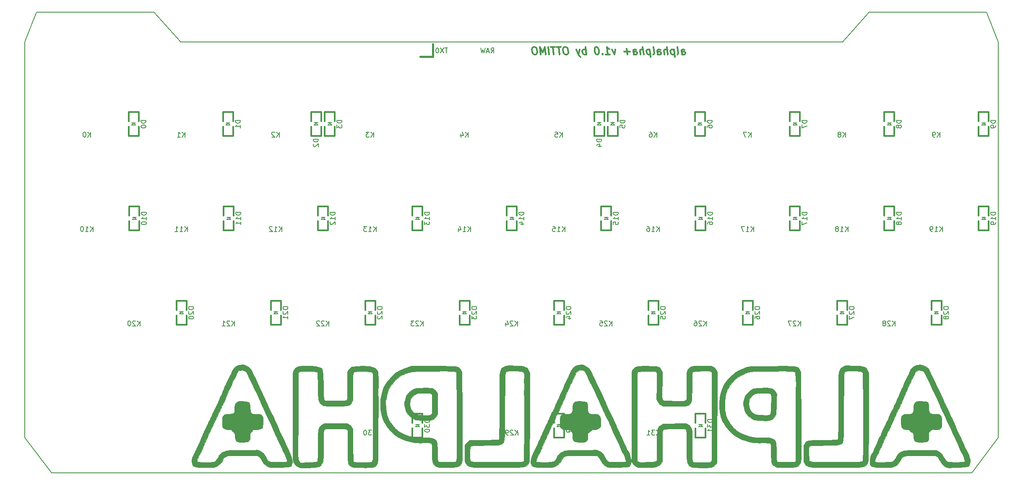
<source format=gbr>
G04 #@! TF.GenerationSoftware,KiCad,Pcbnew,(5.1.9)-1*
G04 #@! TF.CreationDate,2021-09-28T02:04:04-07:00*
G04 #@! TF.ProjectId,keyboard,6b657962-6f61-4726-942e-6b696361645f,rev?*
G04 #@! TF.SameCoordinates,Original*
G04 #@! TF.FileFunction,Legend,Bot*
G04 #@! TF.FilePolarity,Positive*
%FSLAX46Y46*%
G04 Gerber Fmt 4.6, Leading zero omitted, Abs format (unit mm)*
G04 Created by KiCad (PCBNEW (5.1.9)-1) date 2021-09-28 02:04:04*
%MOMM*%
%LPD*%
G01*
G04 APERTURE LIST*
%ADD10C,0.300000*%
G04 #@! TA.AperFunction,Profile*
%ADD11C,0.200000*%
G04 #@! TD*
%ADD12C,0.200000*%
%ADD13C,0.381000*%
%ADD14C,0.010000*%
%ADD15C,0.150000*%
G04 APERTURE END LIST*
D10*
X148674757Y-15532771D02*
X148576542Y-14747057D01*
X148630114Y-14604200D01*
X148764042Y-14532771D01*
X149049757Y-14532771D01*
X149201542Y-14604200D01*
X148665828Y-15461342D02*
X148817614Y-15532771D01*
X149174757Y-15532771D01*
X149308685Y-15461342D01*
X149362257Y-15318485D01*
X149344400Y-15175628D01*
X149255114Y-15032771D01*
X149103328Y-14961342D01*
X148746185Y-14961342D01*
X148594400Y-14889914D01*
X147746185Y-15532771D02*
X147880114Y-15461342D01*
X147933685Y-15318485D01*
X147772971Y-14032771D01*
X147049757Y-14532771D02*
X147237257Y-16032771D01*
X147058685Y-14604200D02*
X146906900Y-14532771D01*
X146621185Y-14532771D01*
X146487257Y-14604200D01*
X146424757Y-14675628D01*
X146371185Y-14818485D01*
X146424757Y-15247057D01*
X146514042Y-15389914D01*
X146594400Y-15461342D01*
X146746185Y-15532771D01*
X147031900Y-15532771D01*
X147165828Y-15461342D01*
X145817614Y-15532771D02*
X145630114Y-14032771D01*
X145174757Y-15532771D02*
X145076542Y-14747057D01*
X145130114Y-14604200D01*
X145264042Y-14532771D01*
X145478328Y-14532771D01*
X145630114Y-14604200D01*
X145710471Y-14675628D01*
X143817614Y-15532771D02*
X143719400Y-14747057D01*
X143772971Y-14604200D01*
X143906900Y-14532771D01*
X144192614Y-14532771D01*
X144344400Y-14604200D01*
X143808685Y-15461342D02*
X143960471Y-15532771D01*
X144317614Y-15532771D01*
X144451542Y-15461342D01*
X144505114Y-15318485D01*
X144487257Y-15175628D01*
X144397971Y-15032771D01*
X144246185Y-14961342D01*
X143889042Y-14961342D01*
X143737257Y-14889914D01*
X142889042Y-15532771D02*
X143022971Y-15461342D01*
X143076542Y-15318485D01*
X142915828Y-14032771D01*
X142192614Y-14532771D02*
X142380114Y-16032771D01*
X142201542Y-14604200D02*
X142049757Y-14532771D01*
X141764042Y-14532771D01*
X141630114Y-14604200D01*
X141567614Y-14675628D01*
X141514042Y-14818485D01*
X141567614Y-15247057D01*
X141656900Y-15389914D01*
X141737257Y-15461342D01*
X141889042Y-15532771D01*
X142174757Y-15532771D01*
X142308685Y-15461342D01*
X140960471Y-15532771D02*
X140772971Y-14032771D01*
X140317614Y-15532771D02*
X140219400Y-14747057D01*
X140272971Y-14604200D01*
X140406900Y-14532771D01*
X140621185Y-14532771D01*
X140772971Y-14604200D01*
X140853328Y-14675628D01*
X138960471Y-15532771D02*
X138862257Y-14747057D01*
X138915828Y-14604200D01*
X139049757Y-14532771D01*
X139335471Y-14532771D01*
X139487257Y-14604200D01*
X138951542Y-15461342D02*
X139103328Y-15532771D01*
X139460471Y-15532771D01*
X139594400Y-15461342D01*
X139647971Y-15318485D01*
X139630114Y-15175628D01*
X139540828Y-15032771D01*
X139389042Y-14961342D01*
X139031900Y-14961342D01*
X138880114Y-14889914D01*
X138174757Y-14961342D02*
X137031900Y-14961342D01*
X137674757Y-15532771D02*
X137531900Y-14389914D01*
X135264042Y-14532771D02*
X135031900Y-15532771D01*
X134549757Y-14532771D01*
X133317614Y-15532771D02*
X134174757Y-15532771D01*
X133746185Y-15532771D02*
X133558685Y-14032771D01*
X133728328Y-14247057D01*
X133889042Y-14389914D01*
X134040828Y-14461342D01*
X132656900Y-15389914D02*
X132594399Y-15461342D01*
X132674757Y-15532771D01*
X132737257Y-15461342D01*
X132656900Y-15389914D01*
X132674757Y-15532771D01*
X131487257Y-14032771D02*
X131344400Y-14032771D01*
X131210471Y-14104200D01*
X131147971Y-14175628D01*
X131094400Y-14318485D01*
X131058685Y-14604200D01*
X131103328Y-14961342D01*
X131210471Y-15247057D01*
X131299757Y-15389914D01*
X131380114Y-15461342D01*
X131531900Y-15532771D01*
X131674757Y-15532771D01*
X131808685Y-15461342D01*
X131871185Y-15389914D01*
X131924757Y-15247057D01*
X131960471Y-14961342D01*
X131915828Y-14604200D01*
X131808685Y-14318485D01*
X131719399Y-14175628D01*
X131639042Y-14104200D01*
X131487257Y-14032771D01*
X129389042Y-15532771D02*
X129201542Y-14032771D01*
X129272971Y-14604200D02*
X129121185Y-14532771D01*
X128835471Y-14532771D01*
X128701542Y-14604200D01*
X128639042Y-14675628D01*
X128585471Y-14818485D01*
X128639042Y-15247057D01*
X128728328Y-15389914D01*
X128808685Y-15461342D01*
X128960471Y-15532771D01*
X129246185Y-15532771D01*
X129380114Y-15461342D01*
X128049757Y-14532771D02*
X127817614Y-15532771D01*
X127335471Y-14532771D02*
X127817614Y-15532771D01*
X128005114Y-15889914D01*
X128085471Y-15961342D01*
X128237257Y-16032771D01*
X125272971Y-14032771D02*
X124987257Y-14032771D01*
X124853328Y-14104200D01*
X124728328Y-14247057D01*
X124692614Y-14532771D01*
X124755114Y-15032771D01*
X124862257Y-15318485D01*
X125022971Y-15461342D01*
X125174757Y-15532771D01*
X125460471Y-15532771D01*
X125594399Y-15461342D01*
X125719399Y-15318485D01*
X125755114Y-15032771D01*
X125692614Y-14532771D01*
X125585471Y-14247057D01*
X125424757Y-14104200D01*
X125272971Y-14032771D01*
X124201542Y-14032771D02*
X123344399Y-14032771D01*
X123960471Y-15532771D02*
X123772971Y-14032771D01*
X123058685Y-14032771D02*
X122201542Y-14032771D01*
X122817614Y-15532771D02*
X122630114Y-14032771D01*
X121889042Y-15532771D02*
X121701542Y-14032771D01*
X121174757Y-15532771D02*
X120987257Y-14032771D01*
X120621185Y-15104200D01*
X119987257Y-14032771D01*
X120174757Y-15532771D01*
X118987257Y-14032771D02*
X118701542Y-14032771D01*
X118567614Y-14104200D01*
X118442614Y-14247057D01*
X118406899Y-14532771D01*
X118469399Y-15032771D01*
X118576542Y-15318485D01*
X118737257Y-15461342D01*
X118889042Y-15532771D01*
X119174757Y-15532771D01*
X119308685Y-15461342D01*
X119433685Y-15318485D01*
X119469399Y-15032771D01*
X119406899Y-14532771D01*
X119299757Y-14247057D01*
X119139042Y-14104200D01*
X118987257Y-14032771D01*
D11*
X47481250Y-13000000D02*
X181118750Y-13000000D01*
X186500000Y-7000000D02*
X181118750Y-13000000D01*
X186500000Y-7000000D02*
X210168750Y-7000000D01*
X212550000Y-13000000D02*
X210168750Y-7000000D01*
X42100000Y-7000000D02*
X47481250Y-13000000D01*
X16050000Y-13000000D02*
X18431250Y-7000000D01*
X207168750Y-100000000D02*
X212550000Y-92868750D01*
X16050000Y-92868750D02*
X21431250Y-100000000D01*
X18431250Y-7000000D02*
X42100000Y-7000000D01*
X212550000Y-13000000D02*
X212550000Y-92868750D01*
X207168750Y-100000000D02*
X21431250Y-100000000D01*
X16050000Y-92868750D02*
X16050000Y-13000000D01*
D10*
X133019800Y-29038600D02*
X133019800Y-27184352D01*
X133019800Y-27184352D02*
X130987800Y-27184352D01*
X130987800Y-27184352D02*
X130987800Y-29038600D01*
X133019800Y-30119600D02*
X133019800Y-31946848D01*
X133019800Y-31946848D02*
X130987800Y-31946848D01*
X130987800Y-31946848D02*
X130987800Y-30119600D01*
D12*
X132384800Y-29311600D02*
X131622800Y-29311600D01*
X132384800Y-29756100D02*
X131622800Y-29756100D01*
X131622800Y-29756100D02*
X132003800Y-29375100D01*
X132003800Y-29375100D02*
X132384800Y-29756100D01*
D10*
X75844400Y-29038600D02*
X75844400Y-27184352D01*
X75844400Y-27184352D02*
X73812400Y-27184352D01*
X73812400Y-27184352D02*
X73812400Y-29038600D01*
X75844400Y-30119600D02*
X75844400Y-31946848D01*
X75844400Y-31946848D02*
X73812400Y-31946848D01*
X73812400Y-31946848D02*
X73812400Y-30119600D01*
D12*
X75209400Y-29311600D02*
X74447400Y-29311600D01*
X75209400Y-29756100D02*
X74447400Y-29756100D01*
X74447400Y-29756100D02*
X74828400Y-29375100D01*
X74828400Y-29375100D02*
X75209400Y-29756100D01*
D10*
X39041000Y-29048000D02*
X39041000Y-27193752D01*
X39041000Y-27193752D02*
X37009000Y-27193752D01*
X37009000Y-27193752D02*
X37009000Y-29048000D01*
X39041000Y-30129000D02*
X39041000Y-31956248D01*
X39041000Y-31956248D02*
X37009000Y-31956248D01*
X37009000Y-31956248D02*
X37009000Y-30129000D01*
D12*
X38406000Y-29321000D02*
X37644000Y-29321000D01*
X38406000Y-29765500D02*
X37644000Y-29765500D01*
X37644000Y-29765500D02*
X38025000Y-29384500D01*
X38025000Y-29384500D02*
X38406000Y-29765500D01*
D10*
X58091000Y-29048000D02*
X58091000Y-27193752D01*
X58091000Y-27193752D02*
X56059000Y-27193752D01*
X56059000Y-27193752D02*
X56059000Y-29048000D01*
X58091000Y-30129000D02*
X58091000Y-31956248D01*
X58091000Y-31956248D02*
X56059000Y-31956248D01*
X56059000Y-31956248D02*
X56059000Y-30129000D01*
D12*
X57456000Y-29321000D02*
X56694000Y-29321000D01*
X57456000Y-29765500D02*
X56694000Y-29765500D01*
X56694000Y-29765500D02*
X57075000Y-29384500D01*
X57075000Y-29384500D02*
X57456000Y-29765500D01*
D10*
X78613000Y-29038600D02*
X78613000Y-27184352D01*
X78613000Y-27184352D02*
X76581000Y-27184352D01*
X76581000Y-27184352D02*
X76581000Y-29038600D01*
X78613000Y-30119600D02*
X78613000Y-31946848D01*
X78613000Y-31946848D02*
X76581000Y-31946848D01*
X76581000Y-31946848D02*
X76581000Y-30119600D01*
D12*
X77978000Y-29311600D02*
X77216000Y-29311600D01*
X77978000Y-29756100D02*
X77216000Y-29756100D01*
X77216000Y-29756100D02*
X77597000Y-29375100D01*
X77597000Y-29375100D02*
X77978000Y-29756100D01*
D10*
X135737600Y-29038600D02*
X135737600Y-27184352D01*
X135737600Y-27184352D02*
X133705600Y-27184352D01*
X133705600Y-27184352D02*
X133705600Y-29038600D01*
X135737600Y-30119600D02*
X135737600Y-31946848D01*
X135737600Y-31946848D02*
X133705600Y-31946848D01*
X133705600Y-31946848D02*
X133705600Y-30119600D01*
D12*
X135102600Y-29311600D02*
X134340600Y-29311600D01*
X135102600Y-29756100D02*
X134340600Y-29756100D01*
X134340600Y-29756100D02*
X134721600Y-29375100D01*
X134721600Y-29375100D02*
X135102600Y-29756100D01*
D10*
X153341000Y-29048000D02*
X153341000Y-27193752D01*
X153341000Y-27193752D02*
X151309000Y-27193752D01*
X151309000Y-27193752D02*
X151309000Y-29048000D01*
X153341000Y-30129000D02*
X153341000Y-31956248D01*
X153341000Y-31956248D02*
X151309000Y-31956248D01*
X151309000Y-31956248D02*
X151309000Y-30129000D01*
D12*
X152706000Y-29321000D02*
X151944000Y-29321000D01*
X152706000Y-29765500D02*
X151944000Y-29765500D01*
X151944000Y-29765500D02*
X152325000Y-29384500D01*
X152325000Y-29384500D02*
X152706000Y-29765500D01*
D10*
X172492600Y-29048000D02*
X172492600Y-27193752D01*
X172492600Y-27193752D02*
X170460600Y-27193752D01*
X170460600Y-27193752D02*
X170460600Y-29048000D01*
X172492600Y-30129000D02*
X172492600Y-31956248D01*
X172492600Y-31956248D02*
X170460600Y-31956248D01*
X170460600Y-31956248D02*
X170460600Y-30129000D01*
D12*
X171857600Y-29321000D02*
X171095600Y-29321000D01*
X171857600Y-29765500D02*
X171095600Y-29765500D01*
X171095600Y-29765500D02*
X171476600Y-29384500D01*
X171476600Y-29384500D02*
X171857600Y-29765500D01*
D10*
X191542600Y-29048000D02*
X191542600Y-27193752D01*
X191542600Y-27193752D02*
X189510600Y-27193752D01*
X189510600Y-27193752D02*
X189510600Y-29048000D01*
X191542600Y-30129000D02*
X191542600Y-31956248D01*
X191542600Y-31956248D02*
X189510600Y-31956248D01*
X189510600Y-31956248D02*
X189510600Y-30129000D01*
D12*
X190907600Y-29321000D02*
X190145600Y-29321000D01*
X190907600Y-29765500D02*
X190145600Y-29765500D01*
X190145600Y-29765500D02*
X190526600Y-29384500D01*
X190526600Y-29384500D02*
X190907600Y-29765500D01*
D10*
X210592600Y-29048000D02*
X210592600Y-27193752D01*
X210592600Y-27193752D02*
X208560600Y-27193752D01*
X208560600Y-27193752D02*
X208560600Y-29048000D01*
X210592600Y-30129000D02*
X210592600Y-31956248D01*
X210592600Y-31956248D02*
X208560600Y-31956248D01*
X208560600Y-31956248D02*
X208560600Y-30129000D01*
D12*
X209957600Y-29321000D02*
X209195600Y-29321000D01*
X209957600Y-29765500D02*
X209195600Y-29765500D01*
X209195600Y-29765500D02*
X209576600Y-29384500D01*
X209576600Y-29384500D02*
X209957600Y-29765500D01*
D10*
X39142600Y-48098000D02*
X39142600Y-46243752D01*
X39142600Y-46243752D02*
X37110600Y-46243752D01*
X37110600Y-46243752D02*
X37110600Y-48098000D01*
X39142600Y-49179000D02*
X39142600Y-51006248D01*
X39142600Y-51006248D02*
X37110600Y-51006248D01*
X37110600Y-51006248D02*
X37110600Y-49179000D01*
D12*
X38507600Y-48371000D02*
X37745600Y-48371000D01*
X38507600Y-48815500D02*
X37745600Y-48815500D01*
X37745600Y-48815500D02*
X38126600Y-48434500D01*
X38126600Y-48434500D02*
X38507600Y-48815500D01*
D10*
X58192600Y-48098000D02*
X58192600Y-46243752D01*
X58192600Y-46243752D02*
X56160600Y-46243752D01*
X56160600Y-46243752D02*
X56160600Y-48098000D01*
X58192600Y-49179000D02*
X58192600Y-51006248D01*
X58192600Y-51006248D02*
X56160600Y-51006248D01*
X56160600Y-51006248D02*
X56160600Y-49179000D01*
D12*
X57557600Y-48371000D02*
X56795600Y-48371000D01*
X57557600Y-48815500D02*
X56795600Y-48815500D01*
X56795600Y-48815500D02*
X57176600Y-48434500D01*
X57176600Y-48434500D02*
X57557600Y-48815500D01*
D10*
X77242600Y-48098000D02*
X77242600Y-46243752D01*
X77242600Y-46243752D02*
X75210600Y-46243752D01*
X75210600Y-46243752D02*
X75210600Y-48098000D01*
X77242600Y-49179000D02*
X77242600Y-51006248D01*
X77242600Y-51006248D02*
X75210600Y-51006248D01*
X75210600Y-51006248D02*
X75210600Y-49179000D01*
D12*
X76607600Y-48371000D02*
X75845600Y-48371000D01*
X76607600Y-48815500D02*
X75845600Y-48815500D01*
X75845600Y-48815500D02*
X76226600Y-48434500D01*
X76226600Y-48434500D02*
X76607600Y-48815500D01*
D10*
X96292600Y-48098000D02*
X96292600Y-46243752D01*
X96292600Y-46243752D02*
X94260600Y-46243752D01*
X94260600Y-46243752D02*
X94260600Y-48098000D01*
X96292600Y-49179000D02*
X96292600Y-51006248D01*
X96292600Y-51006248D02*
X94260600Y-51006248D01*
X94260600Y-51006248D02*
X94260600Y-49179000D01*
D12*
X95657600Y-48371000D02*
X94895600Y-48371000D01*
X95657600Y-48815500D02*
X94895600Y-48815500D01*
X94895600Y-48815500D02*
X95276600Y-48434500D01*
X95276600Y-48434500D02*
X95657600Y-48815500D01*
D10*
X115342600Y-48098000D02*
X115342600Y-46243752D01*
X115342600Y-46243752D02*
X113310600Y-46243752D01*
X113310600Y-46243752D02*
X113310600Y-48098000D01*
X115342600Y-49179000D02*
X115342600Y-51006248D01*
X115342600Y-51006248D02*
X113310600Y-51006248D01*
X113310600Y-51006248D02*
X113310600Y-49179000D01*
D12*
X114707600Y-48371000D02*
X113945600Y-48371000D01*
X114707600Y-48815500D02*
X113945600Y-48815500D01*
X113945600Y-48815500D02*
X114326600Y-48434500D01*
X114326600Y-48434500D02*
X114707600Y-48815500D01*
D10*
X134392600Y-48098000D02*
X134392600Y-46243752D01*
X134392600Y-46243752D02*
X132360600Y-46243752D01*
X132360600Y-46243752D02*
X132360600Y-48098000D01*
X134392600Y-49179000D02*
X134392600Y-51006248D01*
X134392600Y-51006248D02*
X132360600Y-51006248D01*
X132360600Y-51006248D02*
X132360600Y-49179000D01*
D12*
X133757600Y-48371000D02*
X132995600Y-48371000D01*
X133757600Y-48815500D02*
X132995600Y-48815500D01*
X132995600Y-48815500D02*
X133376600Y-48434500D01*
X133376600Y-48434500D02*
X133757600Y-48815500D01*
D10*
X153442600Y-48098000D02*
X153442600Y-46243752D01*
X153442600Y-46243752D02*
X151410600Y-46243752D01*
X151410600Y-46243752D02*
X151410600Y-48098000D01*
X153442600Y-49179000D02*
X153442600Y-51006248D01*
X153442600Y-51006248D02*
X151410600Y-51006248D01*
X151410600Y-51006248D02*
X151410600Y-49179000D01*
D12*
X152807600Y-48371000D02*
X152045600Y-48371000D01*
X152807600Y-48815500D02*
X152045600Y-48815500D01*
X152045600Y-48815500D02*
X152426600Y-48434500D01*
X152426600Y-48434500D02*
X152807600Y-48815500D01*
D10*
X172492600Y-48098000D02*
X172492600Y-46243752D01*
X172492600Y-46243752D02*
X170460600Y-46243752D01*
X170460600Y-46243752D02*
X170460600Y-48098000D01*
X172492600Y-49179000D02*
X172492600Y-51006248D01*
X172492600Y-51006248D02*
X170460600Y-51006248D01*
X170460600Y-51006248D02*
X170460600Y-49179000D01*
D12*
X171857600Y-48371000D02*
X171095600Y-48371000D01*
X171857600Y-48815500D02*
X171095600Y-48815500D01*
X171095600Y-48815500D02*
X171476600Y-48434500D01*
X171476600Y-48434500D02*
X171857600Y-48815500D01*
D10*
X191542600Y-48098000D02*
X191542600Y-46243752D01*
X191542600Y-46243752D02*
X189510600Y-46243752D01*
X189510600Y-46243752D02*
X189510600Y-48098000D01*
X191542600Y-49179000D02*
X191542600Y-51006248D01*
X191542600Y-51006248D02*
X189510600Y-51006248D01*
X189510600Y-51006248D02*
X189510600Y-49179000D01*
D12*
X190907600Y-48371000D02*
X190145600Y-48371000D01*
X190907600Y-48815500D02*
X190145600Y-48815500D01*
X190145600Y-48815500D02*
X190526600Y-48434500D01*
X190526600Y-48434500D02*
X190907600Y-48815500D01*
D10*
X210592600Y-48098000D02*
X210592600Y-46243752D01*
X210592600Y-46243752D02*
X208560600Y-46243752D01*
X208560600Y-46243752D02*
X208560600Y-48098000D01*
X210592600Y-49179000D02*
X210592600Y-51006248D01*
X210592600Y-51006248D02*
X208560600Y-51006248D01*
X208560600Y-51006248D02*
X208560600Y-49179000D01*
D12*
X209957600Y-48371000D02*
X209195600Y-48371000D01*
X209957600Y-48815500D02*
X209195600Y-48815500D01*
X209195600Y-48815500D02*
X209576600Y-48434500D01*
X209576600Y-48434500D02*
X209957600Y-48815500D01*
D10*
X48667600Y-67148000D02*
X48667600Y-65293752D01*
X48667600Y-65293752D02*
X46635600Y-65293752D01*
X46635600Y-65293752D02*
X46635600Y-67148000D01*
X48667600Y-68229000D02*
X48667600Y-70056248D01*
X48667600Y-70056248D02*
X46635600Y-70056248D01*
X46635600Y-70056248D02*
X46635600Y-68229000D01*
D12*
X48032600Y-67421000D02*
X47270600Y-67421000D01*
X48032600Y-67865500D02*
X47270600Y-67865500D01*
X47270600Y-67865500D02*
X47651600Y-67484500D01*
X47651600Y-67484500D02*
X48032600Y-67865500D01*
D10*
X67717600Y-67148000D02*
X67717600Y-65293752D01*
X67717600Y-65293752D02*
X65685600Y-65293752D01*
X65685600Y-65293752D02*
X65685600Y-67148000D01*
X67717600Y-68229000D02*
X67717600Y-70056248D01*
X67717600Y-70056248D02*
X65685600Y-70056248D01*
X65685600Y-70056248D02*
X65685600Y-68229000D01*
D12*
X67082600Y-67421000D02*
X66320600Y-67421000D01*
X67082600Y-67865500D02*
X66320600Y-67865500D01*
X66320600Y-67865500D02*
X66701600Y-67484500D01*
X66701600Y-67484500D02*
X67082600Y-67865500D01*
D10*
X86767600Y-67148000D02*
X86767600Y-65293752D01*
X86767600Y-65293752D02*
X84735600Y-65293752D01*
X84735600Y-65293752D02*
X84735600Y-67148000D01*
X86767600Y-68229000D02*
X86767600Y-70056248D01*
X86767600Y-70056248D02*
X84735600Y-70056248D01*
X84735600Y-70056248D02*
X84735600Y-68229000D01*
D12*
X86132600Y-67421000D02*
X85370600Y-67421000D01*
X86132600Y-67865500D02*
X85370600Y-67865500D01*
X85370600Y-67865500D02*
X85751600Y-67484500D01*
X85751600Y-67484500D02*
X86132600Y-67865500D01*
D10*
X105817600Y-67148000D02*
X105817600Y-65293752D01*
X105817600Y-65293752D02*
X103785600Y-65293752D01*
X103785600Y-65293752D02*
X103785600Y-67148000D01*
X105817600Y-68229000D02*
X105817600Y-70056248D01*
X105817600Y-70056248D02*
X103785600Y-70056248D01*
X103785600Y-70056248D02*
X103785600Y-68229000D01*
D12*
X105182600Y-67421000D02*
X104420600Y-67421000D01*
X105182600Y-67865500D02*
X104420600Y-67865500D01*
X104420600Y-67865500D02*
X104801600Y-67484500D01*
X104801600Y-67484500D02*
X105182600Y-67865500D01*
D10*
X124867600Y-67148000D02*
X124867600Y-65293752D01*
X124867600Y-65293752D02*
X122835600Y-65293752D01*
X122835600Y-65293752D02*
X122835600Y-67148000D01*
X124867600Y-68229000D02*
X124867600Y-70056248D01*
X124867600Y-70056248D02*
X122835600Y-70056248D01*
X122835600Y-70056248D02*
X122835600Y-68229000D01*
D12*
X124232600Y-67421000D02*
X123470600Y-67421000D01*
X124232600Y-67865500D02*
X123470600Y-67865500D01*
X123470600Y-67865500D02*
X123851600Y-67484500D01*
X123851600Y-67484500D02*
X124232600Y-67865500D01*
D10*
X143917600Y-67148000D02*
X143917600Y-65293752D01*
X143917600Y-65293752D02*
X141885600Y-65293752D01*
X141885600Y-65293752D02*
X141885600Y-67148000D01*
X143917600Y-68229000D02*
X143917600Y-70056248D01*
X143917600Y-70056248D02*
X141885600Y-70056248D01*
X141885600Y-70056248D02*
X141885600Y-68229000D01*
D12*
X143282600Y-67421000D02*
X142520600Y-67421000D01*
X143282600Y-67865500D02*
X142520600Y-67865500D01*
X142520600Y-67865500D02*
X142901600Y-67484500D01*
X142901600Y-67484500D02*
X143282600Y-67865500D01*
D10*
X162967600Y-67148000D02*
X162967600Y-65293752D01*
X162967600Y-65293752D02*
X160935600Y-65293752D01*
X160935600Y-65293752D02*
X160935600Y-67148000D01*
X162967600Y-68229000D02*
X162967600Y-70056248D01*
X162967600Y-70056248D02*
X160935600Y-70056248D01*
X160935600Y-70056248D02*
X160935600Y-68229000D01*
D12*
X162332600Y-67421000D02*
X161570600Y-67421000D01*
X162332600Y-67865500D02*
X161570600Y-67865500D01*
X161570600Y-67865500D02*
X161951600Y-67484500D01*
X161951600Y-67484500D02*
X162332600Y-67865500D01*
D10*
X182017600Y-67148000D02*
X182017600Y-65293752D01*
X182017600Y-65293752D02*
X179985600Y-65293752D01*
X179985600Y-65293752D02*
X179985600Y-67148000D01*
X182017600Y-68229000D02*
X182017600Y-70056248D01*
X182017600Y-70056248D02*
X179985600Y-70056248D01*
X179985600Y-70056248D02*
X179985600Y-68229000D01*
D12*
X181382600Y-67421000D02*
X180620600Y-67421000D01*
X181382600Y-67865500D02*
X180620600Y-67865500D01*
X180620600Y-67865500D02*
X181001600Y-67484500D01*
X181001600Y-67484500D02*
X181382600Y-67865500D01*
D10*
X201067600Y-67148000D02*
X201067600Y-65293752D01*
X201067600Y-65293752D02*
X199035600Y-65293752D01*
X199035600Y-65293752D02*
X199035600Y-67148000D01*
X201067600Y-68229000D02*
X201067600Y-70056248D01*
X201067600Y-70056248D02*
X199035600Y-70056248D01*
X199035600Y-70056248D02*
X199035600Y-68229000D01*
D12*
X200432600Y-67421000D02*
X199670600Y-67421000D01*
X200432600Y-67865500D02*
X199670600Y-67865500D01*
X199670600Y-67865500D02*
X200051600Y-67484500D01*
X200051600Y-67484500D02*
X200432600Y-67865500D01*
D10*
X96318000Y-89931800D02*
X96318000Y-88077552D01*
X96318000Y-88077552D02*
X94286000Y-88077552D01*
X94286000Y-88077552D02*
X94286000Y-89931800D01*
X96318000Y-91012800D02*
X96318000Y-92840048D01*
X96318000Y-92840048D02*
X94286000Y-92840048D01*
X94286000Y-92840048D02*
X94286000Y-91012800D01*
D12*
X95683000Y-90204800D02*
X94921000Y-90204800D01*
X95683000Y-90649300D02*
X94921000Y-90649300D01*
X94921000Y-90649300D02*
X95302000Y-90268300D01*
X95302000Y-90268300D02*
X95683000Y-90649300D01*
D10*
X124893000Y-89931800D02*
X124893000Y-88077552D01*
X124893000Y-88077552D02*
X122861000Y-88077552D01*
X122861000Y-88077552D02*
X122861000Y-89931800D01*
X124893000Y-91012800D02*
X124893000Y-92840048D01*
X124893000Y-92840048D02*
X122861000Y-92840048D01*
X122861000Y-92840048D02*
X122861000Y-91012800D01*
D12*
X124258000Y-90204800D02*
X123496000Y-90204800D01*
X124258000Y-90649300D02*
X123496000Y-90649300D01*
X123496000Y-90649300D02*
X123877000Y-90268300D01*
X123877000Y-90268300D02*
X124258000Y-90649300D01*
D10*
X153468000Y-89931800D02*
X153468000Y-88077552D01*
X153468000Y-88077552D02*
X151436000Y-88077552D01*
X151436000Y-88077552D02*
X151436000Y-89931800D01*
X153468000Y-91012800D02*
X153468000Y-92840048D01*
X153468000Y-92840048D02*
X151436000Y-92840048D01*
X151436000Y-92840048D02*
X151436000Y-91012800D01*
D12*
X152833000Y-90204800D02*
X152071000Y-90204800D01*
X152833000Y-90649300D02*
X152071000Y-90649300D01*
X152071000Y-90649300D02*
X152452000Y-90268300D01*
X152452000Y-90268300D02*
X152833000Y-90649300D01*
D13*
X98399600Y-15976600D02*
X95859600Y-15976600D01*
X98399600Y-13436600D02*
X98399600Y-15976600D01*
D14*
G36*
X96558622Y-82827842D02*
G01*
X96405136Y-82831405D01*
X95841291Y-82846476D01*
X95424613Y-82862748D01*
X95122798Y-82884974D01*
X94903542Y-82917904D01*
X94734541Y-82966289D01*
X94583491Y-83034882D01*
X94428939Y-83122070D01*
X93904701Y-83480077D01*
X93452774Y-83886675D01*
X93122880Y-84296833D01*
X93111049Y-84315706D01*
X93000914Y-84554019D01*
X92883571Y-84903353D01*
X92780567Y-85297540D01*
X92759837Y-85394094D01*
X92686866Y-85769524D01*
X92652357Y-86043683D01*
X92657455Y-86286428D01*
X92703309Y-86567617D01*
X92785080Y-86931479D01*
X92892989Y-87348000D01*
X93006431Y-87652352D01*
X93156218Y-87910080D01*
X93373161Y-88186732D01*
X93377546Y-88191906D01*
X93826523Y-88644875D01*
X94312076Y-89002559D01*
X94789393Y-89233529D01*
X94916787Y-89271546D01*
X95126438Y-89304737D01*
X95464664Y-89337017D01*
X95888874Y-89366496D01*
X96356480Y-89391283D01*
X96824890Y-89409489D01*
X97251516Y-89419223D01*
X97593768Y-89418596D01*
X97809055Y-89405717D01*
X97835128Y-89401057D01*
X98374668Y-89208046D01*
X98811359Y-88910212D01*
X99074209Y-88593487D01*
X99316047Y-88193108D01*
X99316047Y-85548059D01*
X98254111Y-85548059D01*
X98251741Y-86104542D01*
X98250903Y-86180990D01*
X98229799Y-87976043D01*
X97993374Y-88188005D01*
X97895682Y-88270152D01*
X97795944Y-88326126D01*
X97662044Y-88359009D01*
X97461869Y-88371886D01*
X97163304Y-88367842D01*
X96734235Y-88349961D01*
X96449749Y-88336261D01*
X95904785Y-88305694D01*
X95506581Y-88272034D01*
X95222401Y-88230348D01*
X95019509Y-88175701D01*
X94865169Y-88103159D01*
X94852398Y-88095497D01*
X94394763Y-87718372D01*
X94037214Y-87226750D01*
X93823994Y-86692461D01*
X93754659Y-86293392D01*
X93755595Y-85889706D01*
X93829397Y-85416620D01*
X93884861Y-85172919D01*
X94008857Y-84918984D01*
X94245533Y-84625148D01*
X94550782Y-84338918D01*
X94865836Y-84116303D01*
X95029687Y-84028384D01*
X95194558Y-83966984D01*
X95397540Y-83926722D01*
X95675722Y-83902221D01*
X96066196Y-83888102D01*
X96491512Y-83880565D01*
X97074637Y-83876445D01*
X97503994Y-83886164D01*
X97805083Y-83914302D01*
X98003404Y-83965441D01*
X98124456Y-84044162D01*
X98193738Y-84155045D01*
X98206044Y-84188585D01*
X98225300Y-84336603D01*
X98240194Y-84633148D01*
X98250030Y-85047281D01*
X98254111Y-85548059D01*
X99316047Y-85548059D01*
X99316047Y-83927441D01*
X99059602Y-83523069D01*
X98887714Y-83284347D01*
X98697051Y-83103303D01*
X98461799Y-82973211D01*
X98156144Y-82887346D01*
X97754272Y-82838980D01*
X97230369Y-82821387D01*
X96558622Y-82827842D01*
G37*
X96558622Y-82827842D02*
X96405136Y-82831405D01*
X95841291Y-82846476D01*
X95424613Y-82862748D01*
X95122798Y-82884974D01*
X94903542Y-82917904D01*
X94734541Y-82966289D01*
X94583491Y-83034882D01*
X94428939Y-83122070D01*
X93904701Y-83480077D01*
X93452774Y-83886675D01*
X93122880Y-84296833D01*
X93111049Y-84315706D01*
X93000914Y-84554019D01*
X92883571Y-84903353D01*
X92780567Y-85297540D01*
X92759837Y-85394094D01*
X92686866Y-85769524D01*
X92652357Y-86043683D01*
X92657455Y-86286428D01*
X92703309Y-86567617D01*
X92785080Y-86931479D01*
X92892989Y-87348000D01*
X93006431Y-87652352D01*
X93156218Y-87910080D01*
X93373161Y-88186732D01*
X93377546Y-88191906D01*
X93826523Y-88644875D01*
X94312076Y-89002559D01*
X94789393Y-89233529D01*
X94916787Y-89271546D01*
X95126438Y-89304737D01*
X95464664Y-89337017D01*
X95888874Y-89366496D01*
X96356480Y-89391283D01*
X96824890Y-89409489D01*
X97251516Y-89419223D01*
X97593768Y-89418596D01*
X97809055Y-89405717D01*
X97835128Y-89401057D01*
X98374668Y-89208046D01*
X98811359Y-88910212D01*
X99074209Y-88593487D01*
X99316047Y-88193108D01*
X99316047Y-85548059D01*
X98254111Y-85548059D01*
X98251741Y-86104542D01*
X98250903Y-86180990D01*
X98229799Y-87976043D01*
X97993374Y-88188005D01*
X97895682Y-88270152D01*
X97795944Y-88326126D01*
X97662044Y-88359009D01*
X97461869Y-88371886D01*
X97163304Y-88367842D01*
X96734235Y-88349961D01*
X96449749Y-88336261D01*
X95904785Y-88305694D01*
X95506581Y-88272034D01*
X95222401Y-88230348D01*
X95019509Y-88175701D01*
X94865169Y-88103159D01*
X94852398Y-88095497D01*
X94394763Y-87718372D01*
X94037214Y-87226750D01*
X93823994Y-86692461D01*
X93754659Y-86293392D01*
X93755595Y-85889706D01*
X93829397Y-85416620D01*
X93884861Y-85172919D01*
X94008857Y-84918984D01*
X94245533Y-84625148D01*
X94550782Y-84338918D01*
X94865836Y-84116303D01*
X95029687Y-84028384D01*
X95194558Y-83966984D01*
X95397540Y-83926722D01*
X95675722Y-83902221D01*
X96066196Y-83888102D01*
X96491512Y-83880565D01*
X97074637Y-83876445D01*
X97503994Y-83886164D01*
X97805083Y-83914302D01*
X98003404Y-83965441D01*
X98124456Y-84044162D01*
X98193738Y-84155045D01*
X98206044Y-84188585D01*
X98225300Y-84336603D01*
X98240194Y-84633148D01*
X98250030Y-85047281D01*
X98254111Y-85548059D01*
X99316047Y-85548059D01*
X99316047Y-83927441D01*
X99059602Y-83523069D01*
X98887714Y-83284347D01*
X98697051Y-83103303D01*
X98461799Y-82973211D01*
X98156144Y-82887346D01*
X97754272Y-82838980D01*
X97230369Y-82821387D01*
X96558622Y-82827842D01*
G36*
X165147332Y-82825685D02*
G01*
X164810998Y-82834299D01*
X164204366Y-82853115D01*
X163740857Y-82879511D01*
X163384111Y-82924046D01*
X163097769Y-82997281D01*
X162845473Y-83109775D01*
X162590864Y-83272089D01*
X162297582Y-83494784D01*
X162159815Y-83604317D01*
X161784293Y-83959984D01*
X161507016Y-84365392D01*
X161303266Y-84865308D01*
X161169386Y-85398196D01*
X161094753Y-85777317D01*
X161058243Y-86050090D01*
X161061426Y-86284700D01*
X161105876Y-86549333D01*
X161193165Y-86912176D01*
X161205423Y-86960907D01*
X161324172Y-87386031D01*
X161448146Y-87698957D01*
X161608788Y-87965068D01*
X161809736Y-88217444D01*
X162109811Y-88523314D01*
X162462709Y-88820044D01*
X162711611Y-88992340D01*
X162934767Y-89120035D01*
X163135737Y-89209219D01*
X163359253Y-89270476D01*
X163650051Y-89314391D01*
X164052865Y-89351548D01*
X164312184Y-89371040D01*
X164929006Y-89412265D01*
X165401922Y-89434460D01*
X165765472Y-89438072D01*
X166054197Y-89423551D01*
X166271524Y-89396496D01*
X166799962Y-89231663D01*
X167218928Y-88925174D01*
X167426629Y-88658382D01*
X167685921Y-88245301D01*
X167739299Y-86200683D01*
X167775806Y-84802255D01*
X166717138Y-84802255D01*
X166710684Y-85183263D01*
X166694989Y-85703113D01*
X166682226Y-86080678D01*
X166661326Y-86639423D01*
X166639166Y-87142469D01*
X166617324Y-87560116D01*
X166597379Y-87862666D01*
X166580909Y-88020420D01*
X166578620Y-88030523D01*
X166509324Y-88162898D01*
X166374476Y-88255967D01*
X166150307Y-88313858D01*
X165813047Y-88340698D01*
X165338925Y-88340615D01*
X164880358Y-88325415D01*
X164362586Y-88300846D01*
X163987018Y-88272909D01*
X163716374Y-88235499D01*
X163513375Y-88182510D01*
X163340739Y-88107839D01*
X163250855Y-88058565D01*
X162773628Y-87686681D01*
X162430874Y-87208299D01*
X162228349Y-86642035D01*
X162171809Y-86006507D01*
X162267010Y-85320332D01*
X162332239Y-85087441D01*
X162474754Y-84828058D01*
X162727245Y-84534997D01*
X163040570Y-84257671D01*
X163365586Y-84045489D01*
X163371639Y-84042366D01*
X163624847Y-83968954D01*
X164054486Y-83918178D01*
X164661367Y-83889947D01*
X164700853Y-83889025D01*
X165281497Y-83877675D01*
X165710794Y-83875256D01*
X166016803Y-83884716D01*
X166227584Y-83909006D01*
X166371194Y-83951074D01*
X166475693Y-84013870D01*
X166552660Y-84083681D01*
X166617327Y-84154549D01*
X166664447Y-84236236D01*
X166695681Y-84354346D01*
X166712691Y-84534484D01*
X166717138Y-84802255D01*
X167775806Y-84802255D01*
X167792676Y-84156065D01*
X167553655Y-83668711D01*
X167394902Y-83377932D01*
X167234471Y-83195560D01*
X167009006Y-83061426D01*
X166835910Y-82987057D01*
X166647839Y-82916012D01*
X166467300Y-82866012D01*
X166260636Y-82834518D01*
X165994192Y-82818992D01*
X165634309Y-82816894D01*
X165147332Y-82825685D01*
G37*
X165147332Y-82825685D02*
X164810998Y-82834299D01*
X164204366Y-82853115D01*
X163740857Y-82879511D01*
X163384111Y-82924046D01*
X163097769Y-82997281D01*
X162845473Y-83109775D01*
X162590864Y-83272089D01*
X162297582Y-83494784D01*
X162159815Y-83604317D01*
X161784293Y-83959984D01*
X161507016Y-84365392D01*
X161303266Y-84865308D01*
X161169386Y-85398196D01*
X161094753Y-85777317D01*
X161058243Y-86050090D01*
X161061426Y-86284700D01*
X161105876Y-86549333D01*
X161193165Y-86912176D01*
X161205423Y-86960907D01*
X161324172Y-87386031D01*
X161448146Y-87698957D01*
X161608788Y-87965068D01*
X161809736Y-88217444D01*
X162109811Y-88523314D01*
X162462709Y-88820044D01*
X162711611Y-88992340D01*
X162934767Y-89120035D01*
X163135737Y-89209219D01*
X163359253Y-89270476D01*
X163650051Y-89314391D01*
X164052865Y-89351548D01*
X164312184Y-89371040D01*
X164929006Y-89412265D01*
X165401922Y-89434460D01*
X165765472Y-89438072D01*
X166054197Y-89423551D01*
X166271524Y-89396496D01*
X166799962Y-89231663D01*
X167218928Y-88925174D01*
X167426629Y-88658382D01*
X167685921Y-88245301D01*
X167739299Y-86200683D01*
X167775806Y-84802255D01*
X166717138Y-84802255D01*
X166710684Y-85183263D01*
X166694989Y-85703113D01*
X166682226Y-86080678D01*
X166661326Y-86639423D01*
X166639166Y-87142469D01*
X166617324Y-87560116D01*
X166597379Y-87862666D01*
X166580909Y-88020420D01*
X166578620Y-88030523D01*
X166509324Y-88162898D01*
X166374476Y-88255967D01*
X166150307Y-88313858D01*
X165813047Y-88340698D01*
X165338925Y-88340615D01*
X164880358Y-88325415D01*
X164362586Y-88300846D01*
X163987018Y-88272909D01*
X163716374Y-88235499D01*
X163513375Y-88182510D01*
X163340739Y-88107839D01*
X163250855Y-88058565D01*
X162773628Y-87686681D01*
X162430874Y-87208299D01*
X162228349Y-86642035D01*
X162171809Y-86006507D01*
X162267010Y-85320332D01*
X162332239Y-85087441D01*
X162474754Y-84828058D01*
X162727245Y-84534997D01*
X163040570Y-84257671D01*
X163365586Y-84045489D01*
X163371639Y-84042366D01*
X163624847Y-83968954D01*
X164054486Y-83918178D01*
X164661367Y-83889947D01*
X164700853Y-83889025D01*
X165281497Y-83877675D01*
X165710794Y-83875256D01*
X166016803Y-83884716D01*
X166227584Y-83909006D01*
X166371194Y-83951074D01*
X166475693Y-84013870D01*
X166552660Y-84083681D01*
X166617327Y-84154549D01*
X166664447Y-84236236D01*
X166695681Y-84354346D01*
X166712691Y-84534484D01*
X166717138Y-84802255D01*
X167775806Y-84802255D01*
X167792676Y-84156065D01*
X167553655Y-83668711D01*
X167394902Y-83377932D01*
X167234471Y-83195560D01*
X167009006Y-83061426D01*
X166835910Y-82987057D01*
X166647839Y-82916012D01*
X166467300Y-82866012D01*
X166260636Y-82834518D01*
X165994192Y-82818992D01*
X165634309Y-82816894D01*
X165147332Y-82825685D01*
G36*
X59321741Y-85532678D02*
G01*
X59113724Y-85565690D01*
X58952432Y-85628831D01*
X58877895Y-85671810D01*
X58635532Y-85912238D01*
X58477026Y-86285575D01*
X58398266Y-86804076D01*
X58387464Y-87133806D01*
X58376976Y-87447647D01*
X58351034Y-87693091D01*
X58320150Y-87805540D01*
X58135742Y-87964684D01*
X57824247Y-88064084D01*
X57366186Y-88108900D01*
X57160640Y-88112668D01*
X56706480Y-88134105D01*
X56388445Y-88206841D01*
X56166421Y-88348084D01*
X56000294Y-88575042D01*
X55976022Y-88620849D01*
X55929624Y-88805942D01*
X55897918Y-89117571D01*
X55881085Y-89505178D01*
X55879306Y-89918203D01*
X55892762Y-90306087D01*
X55921635Y-90618269D01*
X55966106Y-90804191D01*
X55968178Y-90808223D01*
X56193770Y-91042197D01*
X56568955Y-91191056D01*
X57083264Y-91250944D01*
X57172721Y-91252015D01*
X57502607Y-91261153D01*
X57686369Y-91293480D01*
X57756688Y-91356365D01*
X57760570Y-91384575D01*
X57830633Y-91520256D01*
X57999957Y-91665328D01*
X58007390Y-91669991D01*
X58248619Y-91843195D01*
X58391133Y-92028428D01*
X58459547Y-92279245D01*
X58478473Y-92649202D01*
X58478591Y-92695268D01*
X58504369Y-93100491D01*
X58595066Y-93400268D01*
X58770730Y-93606160D01*
X59051405Y-93729726D01*
X59457139Y-93782526D01*
X60007977Y-93776120D01*
X60318520Y-93756257D01*
X60676076Y-93723195D01*
X60975245Y-93684087D01*
X61161467Y-93646336D01*
X61181452Y-93639128D01*
X61359808Y-93475755D01*
X61473708Y-93164578D01*
X61525930Y-92696308D01*
X61530181Y-92473859D01*
X61534985Y-92132219D01*
X61557969Y-91925445D01*
X61611993Y-91808976D01*
X61709915Y-91738251D01*
X61747656Y-91720256D01*
X61923604Y-91571643D01*
X61994476Y-91414153D01*
X62021918Y-91304556D01*
X62092770Y-91245750D01*
X62248883Y-91226050D01*
X62532110Y-91233773D01*
X62623935Y-91238424D01*
X63199305Y-91227730D01*
X63625594Y-91126156D01*
X63909809Y-90931469D01*
X63999940Y-90800233D01*
X64074110Y-90549522D01*
X64119029Y-90178608D01*
X64134583Y-89744415D01*
X64120657Y-89303863D01*
X64077135Y-88913876D01*
X64004326Y-88632389D01*
X63866047Y-88398646D01*
X63661303Y-88242793D01*
X63358129Y-88152156D01*
X62924561Y-88114058D01*
X62688663Y-88110672D01*
X62318242Y-88104917D01*
X62077501Y-88079876D01*
X61916777Y-88023888D01*
X61786405Y-87925291D01*
X61750483Y-87890370D01*
X61634358Y-87752928D01*
X61567740Y-87595820D01*
X61537418Y-87366029D01*
X61530182Y-87010537D01*
X61530181Y-87006237D01*
X61500190Y-86432185D01*
X61408351Y-86017983D01*
X61251866Y-85753964D01*
X61144189Y-85672910D01*
X60976610Y-85626498D01*
X60678678Y-85583430D01*
X60299521Y-85549839D01*
X60054160Y-85536813D01*
X59620536Y-85524737D01*
X59321741Y-85532678D01*
G37*
X59321741Y-85532678D02*
X59113724Y-85565690D01*
X58952432Y-85628831D01*
X58877895Y-85671810D01*
X58635532Y-85912238D01*
X58477026Y-86285575D01*
X58398266Y-86804076D01*
X58387464Y-87133806D01*
X58376976Y-87447647D01*
X58351034Y-87693091D01*
X58320150Y-87805540D01*
X58135742Y-87964684D01*
X57824247Y-88064084D01*
X57366186Y-88108900D01*
X57160640Y-88112668D01*
X56706480Y-88134105D01*
X56388445Y-88206841D01*
X56166421Y-88348084D01*
X56000294Y-88575042D01*
X55976022Y-88620849D01*
X55929624Y-88805942D01*
X55897918Y-89117571D01*
X55881085Y-89505178D01*
X55879306Y-89918203D01*
X55892762Y-90306087D01*
X55921635Y-90618269D01*
X55966106Y-90804191D01*
X55968178Y-90808223D01*
X56193770Y-91042197D01*
X56568955Y-91191056D01*
X57083264Y-91250944D01*
X57172721Y-91252015D01*
X57502607Y-91261153D01*
X57686369Y-91293480D01*
X57756688Y-91356365D01*
X57760570Y-91384575D01*
X57830633Y-91520256D01*
X57999957Y-91665328D01*
X58007390Y-91669991D01*
X58248619Y-91843195D01*
X58391133Y-92028428D01*
X58459547Y-92279245D01*
X58478473Y-92649202D01*
X58478591Y-92695268D01*
X58504369Y-93100491D01*
X58595066Y-93400268D01*
X58770730Y-93606160D01*
X59051405Y-93729726D01*
X59457139Y-93782526D01*
X60007977Y-93776120D01*
X60318520Y-93756257D01*
X60676076Y-93723195D01*
X60975245Y-93684087D01*
X61161467Y-93646336D01*
X61181452Y-93639128D01*
X61359808Y-93475755D01*
X61473708Y-93164578D01*
X61525930Y-92696308D01*
X61530181Y-92473859D01*
X61534985Y-92132219D01*
X61557969Y-91925445D01*
X61611993Y-91808976D01*
X61709915Y-91738251D01*
X61747656Y-91720256D01*
X61923604Y-91571643D01*
X61994476Y-91414153D01*
X62021918Y-91304556D01*
X62092770Y-91245750D01*
X62248883Y-91226050D01*
X62532110Y-91233773D01*
X62623935Y-91238424D01*
X63199305Y-91227730D01*
X63625594Y-91126156D01*
X63909809Y-90931469D01*
X63999940Y-90800233D01*
X64074110Y-90549522D01*
X64119029Y-90178608D01*
X64134583Y-89744415D01*
X64120657Y-89303863D01*
X64077135Y-88913876D01*
X64004326Y-88632389D01*
X63866047Y-88398646D01*
X63661303Y-88242793D01*
X63358129Y-88152156D01*
X62924561Y-88114058D01*
X62688663Y-88110672D01*
X62318242Y-88104917D01*
X62077501Y-88079876D01*
X61916777Y-88023888D01*
X61786405Y-87925291D01*
X61750483Y-87890370D01*
X61634358Y-87752928D01*
X61567740Y-87595820D01*
X61537418Y-87366029D01*
X61530182Y-87010537D01*
X61530181Y-87006237D01*
X61500190Y-86432185D01*
X61408351Y-86017983D01*
X61251866Y-85753964D01*
X61144189Y-85672910D01*
X60976610Y-85626498D01*
X60678678Y-85583430D01*
X60299521Y-85549839D01*
X60054160Y-85536813D01*
X59620536Y-85524737D01*
X59321741Y-85532678D01*
G36*
X127421633Y-85552418D02*
G01*
X127167594Y-85590050D01*
X127120741Y-85605314D01*
X126863897Y-85793725D01*
X126695960Y-86115578D01*
X126612438Y-86582069D01*
X126600853Y-86900586D01*
X126559582Y-87419762D01*
X126437596Y-87791723D01*
X126237632Y-88009720D01*
X126133246Y-88053162D01*
X125938681Y-88081788D01*
X125633850Y-88102139D01*
X125317420Y-88109447D01*
X124779400Y-88152230D01*
X124398721Y-88277832D01*
X124176408Y-88485847D01*
X124136130Y-88578279D01*
X124105192Y-88754776D01*
X124074892Y-89059848D01*
X124049723Y-89442610D01*
X124039534Y-89672191D01*
X124038711Y-90242227D01*
X124097029Y-90659594D01*
X124234180Y-90946741D01*
X124469855Y-91126117D01*
X124823744Y-91220169D01*
X125315539Y-91251347D01*
X125425315Y-91252015D01*
X125754627Y-91259280D01*
X125965959Y-91294526D01*
X126120666Y-91377932D01*
X126280103Y-91529674D01*
X126284833Y-91534680D01*
X126429692Y-91708810D01*
X126514803Y-91887437D01*
X126559648Y-92130936D01*
X126581642Y-92454644D01*
X126630989Y-92990170D01*
X126722816Y-93361715D01*
X126860585Y-93580514D01*
X126945643Y-93635255D01*
X127337744Y-93740060D01*
X127863696Y-93788929D01*
X128306153Y-93787008D01*
X128826808Y-93752455D01*
X129194407Y-93681456D01*
X129434856Y-93551481D01*
X129574064Y-93340004D01*
X129637939Y-93024495D01*
X129652443Y-92616335D01*
X129652443Y-91916344D01*
X129974237Y-91799982D01*
X130264594Y-91625135D01*
X130379851Y-91443172D01*
X130454409Y-91289310D01*
X130573497Y-91229770D01*
X130800796Y-91234918D01*
X130822939Y-91236986D01*
X131346208Y-91232147D01*
X131774902Y-91115735D01*
X132040916Y-90936012D01*
X132137004Y-90826870D01*
X132199168Y-90703926D01*
X132234719Y-90527445D01*
X132250964Y-90257690D01*
X132255214Y-89854927D01*
X132255270Y-89770719D01*
X132239256Y-89183843D01*
X132177949Y-88751804D01*
X132051455Y-88451736D01*
X131839877Y-88260775D01*
X131523318Y-88156058D01*
X131081883Y-88114719D01*
X130810718Y-88110672D01*
X130444462Y-88105716D01*
X130208265Y-88082521D01*
X130052775Y-88028592D01*
X129928638Y-87931437D01*
X129872539Y-87873185D01*
X129762285Y-87735483D01*
X129696293Y-87583144D01*
X129663526Y-87366874D01*
X129652946Y-87037376D01*
X129652443Y-86890129D01*
X129632568Y-86370628D01*
X129568438Y-86005201D01*
X129453291Y-85772376D01*
X129280367Y-85650680D01*
X129260053Y-85643924D01*
X128994359Y-85591541D01*
X128624344Y-85555237D01*
X128203334Y-85535974D01*
X127784655Y-85534713D01*
X127421633Y-85552418D01*
G37*
X127421633Y-85552418D02*
X127167594Y-85590050D01*
X127120741Y-85605314D01*
X126863897Y-85793725D01*
X126695960Y-86115578D01*
X126612438Y-86582069D01*
X126600853Y-86900586D01*
X126559582Y-87419762D01*
X126437596Y-87791723D01*
X126237632Y-88009720D01*
X126133246Y-88053162D01*
X125938681Y-88081788D01*
X125633850Y-88102139D01*
X125317420Y-88109447D01*
X124779400Y-88152230D01*
X124398721Y-88277832D01*
X124176408Y-88485847D01*
X124136130Y-88578279D01*
X124105192Y-88754776D01*
X124074892Y-89059848D01*
X124049723Y-89442610D01*
X124039534Y-89672191D01*
X124038711Y-90242227D01*
X124097029Y-90659594D01*
X124234180Y-90946741D01*
X124469855Y-91126117D01*
X124823744Y-91220169D01*
X125315539Y-91251347D01*
X125425315Y-91252015D01*
X125754627Y-91259280D01*
X125965959Y-91294526D01*
X126120666Y-91377932D01*
X126280103Y-91529674D01*
X126284833Y-91534680D01*
X126429692Y-91708810D01*
X126514803Y-91887437D01*
X126559648Y-92130936D01*
X126581642Y-92454644D01*
X126630989Y-92990170D01*
X126722816Y-93361715D01*
X126860585Y-93580514D01*
X126945643Y-93635255D01*
X127337744Y-93740060D01*
X127863696Y-93788929D01*
X128306153Y-93787008D01*
X128826808Y-93752455D01*
X129194407Y-93681456D01*
X129434856Y-93551481D01*
X129574064Y-93340004D01*
X129637939Y-93024495D01*
X129652443Y-92616335D01*
X129652443Y-91916344D01*
X129974237Y-91799982D01*
X130264594Y-91625135D01*
X130379851Y-91443172D01*
X130454409Y-91289310D01*
X130573497Y-91229770D01*
X130800796Y-91234918D01*
X130822939Y-91236986D01*
X131346208Y-91232147D01*
X131774902Y-91115735D01*
X132040916Y-90936012D01*
X132137004Y-90826870D01*
X132199168Y-90703926D01*
X132234719Y-90527445D01*
X132250964Y-90257690D01*
X132255214Y-89854927D01*
X132255270Y-89770719D01*
X132239256Y-89183843D01*
X132177949Y-88751804D01*
X132051455Y-88451736D01*
X131839877Y-88260775D01*
X131523318Y-88156058D01*
X131081883Y-88114719D01*
X130810718Y-88110672D01*
X130444462Y-88105716D01*
X130208265Y-88082521D01*
X130052775Y-88028592D01*
X129928638Y-87931437D01*
X129872539Y-87873185D01*
X129762285Y-87735483D01*
X129696293Y-87583144D01*
X129663526Y-87366874D01*
X129652946Y-87037376D01*
X129652443Y-86890129D01*
X129632568Y-86370628D01*
X129568438Y-86005201D01*
X129453291Y-85772376D01*
X129280367Y-85650680D01*
X129260053Y-85643924D01*
X128994359Y-85591541D01*
X128624344Y-85555237D01*
X128203334Y-85535974D01*
X127784655Y-85534713D01*
X127421633Y-85552418D01*
G36*
X196342924Y-85522894D02*
G01*
X196131436Y-85552737D01*
X195969497Y-85612390D01*
X195907632Y-85646276D01*
X195682928Y-85854657D01*
X195534889Y-86179490D01*
X195457151Y-86640210D01*
X195441135Y-87070571D01*
X195431808Y-87412172D01*
X195393451Y-87632691D01*
X195310498Y-87790048D01*
X195220833Y-87890370D01*
X195096086Y-87998475D01*
X194956228Y-88064149D01*
X194754523Y-88097751D01*
X194444234Y-88109636D01*
X194226650Y-88110672D01*
X193846963Y-88114412D01*
X193598366Y-88133797D01*
X193432477Y-88181078D01*
X193300913Y-88268504D01*
X193190415Y-88373026D01*
X193075782Y-88494345D01*
X193000604Y-88610509D01*
X192956562Y-88761233D01*
X192935335Y-88986231D01*
X192928604Y-89325215D01*
X192928061Y-89625340D01*
X192936674Y-90050568D01*
X192959966Y-90427200D01*
X192994115Y-90707920D01*
X193025227Y-90828555D01*
X193217941Y-91041770D01*
X193558326Y-91184427D01*
X194025965Y-91248964D01*
X194168532Y-91252015D01*
X194446348Y-91262129D01*
X194586986Y-91302128D01*
X194632112Y-91386501D01*
X194633361Y-91413636D01*
X194718137Y-91564853D01*
X194958837Y-91731385D01*
X195037248Y-91771480D01*
X195249277Y-91889444D01*
X195381822Y-92021266D01*
X195449824Y-92208058D01*
X195468223Y-92490932D01*
X195451960Y-92910999D01*
X195451878Y-92912439D01*
X195516073Y-93240105D01*
X195722731Y-93518253D01*
X196035015Y-93705960D01*
X196206815Y-93751137D01*
X196467211Y-93772640D01*
X196835514Y-93776455D01*
X197240964Y-93762226D01*
X197325941Y-93756791D01*
X197694631Y-93724760D01*
X198006023Y-93686258D01*
X198207427Y-93648171D01*
X198239634Y-93637375D01*
X198409009Y-93468971D01*
X198502612Y-93143918D01*
X198521140Y-92659253D01*
X198512106Y-92481416D01*
X198499311Y-92118445D01*
X198524340Y-91886775D01*
X198593160Y-91741050D01*
X198612433Y-91718518D01*
X198783371Y-91532455D01*
X198927755Y-91373773D01*
X199044935Y-91269334D01*
X199188800Y-91218481D01*
X199413643Y-91210716D01*
X199681834Y-91227952D01*
X200242389Y-91230562D01*
X200658793Y-91133078D01*
X200939129Y-90930526D01*
X201091477Y-90617928D01*
X201126124Y-90338692D01*
X201127276Y-90101721D01*
X201123444Y-89756284D01*
X201115450Y-89373328D01*
X201114512Y-89337867D01*
X201099002Y-88973815D01*
X201066170Y-88736175D01*
X201000540Y-88571862D01*
X200886634Y-88427791D01*
X200833198Y-88373026D01*
X200689028Y-88241511D01*
X200547680Y-88163276D01*
X200357703Y-88124589D01*
X200067648Y-88111720D01*
X199850142Y-88110672D01*
X199326999Y-88090993D01*
X198955762Y-88016109D01*
X198711606Y-87862247D01*
X198569705Y-87605638D01*
X198505235Y-87222508D01*
X198492725Y-86810878D01*
X198473063Y-86307628D01*
X198410022Y-85958512D01*
X198297518Y-85742076D01*
X198163028Y-85648143D01*
X198006717Y-85616572D01*
X197718240Y-85582998D01*
X197344805Y-85552311D01*
X197086637Y-85536635D01*
X196646983Y-85518860D01*
X196342924Y-85522894D01*
G37*
X196342924Y-85522894D02*
X196131436Y-85552737D01*
X195969497Y-85612390D01*
X195907632Y-85646276D01*
X195682928Y-85854657D01*
X195534889Y-86179490D01*
X195457151Y-86640210D01*
X195441135Y-87070571D01*
X195431808Y-87412172D01*
X195393451Y-87632691D01*
X195310498Y-87790048D01*
X195220833Y-87890370D01*
X195096086Y-87998475D01*
X194956228Y-88064149D01*
X194754523Y-88097751D01*
X194444234Y-88109636D01*
X194226650Y-88110672D01*
X193846963Y-88114412D01*
X193598366Y-88133797D01*
X193432477Y-88181078D01*
X193300913Y-88268504D01*
X193190415Y-88373026D01*
X193075782Y-88494345D01*
X193000604Y-88610509D01*
X192956562Y-88761233D01*
X192935335Y-88986231D01*
X192928604Y-89325215D01*
X192928061Y-89625340D01*
X192936674Y-90050568D01*
X192959966Y-90427200D01*
X192994115Y-90707920D01*
X193025227Y-90828555D01*
X193217941Y-91041770D01*
X193558326Y-91184427D01*
X194025965Y-91248964D01*
X194168532Y-91252015D01*
X194446348Y-91262129D01*
X194586986Y-91302128D01*
X194632112Y-91386501D01*
X194633361Y-91413636D01*
X194718137Y-91564853D01*
X194958837Y-91731385D01*
X195037248Y-91771480D01*
X195249277Y-91889444D01*
X195381822Y-92021266D01*
X195449824Y-92208058D01*
X195468223Y-92490932D01*
X195451960Y-92910999D01*
X195451878Y-92912439D01*
X195516073Y-93240105D01*
X195722731Y-93518253D01*
X196035015Y-93705960D01*
X196206815Y-93751137D01*
X196467211Y-93772640D01*
X196835514Y-93776455D01*
X197240964Y-93762226D01*
X197325941Y-93756791D01*
X197694631Y-93724760D01*
X198006023Y-93686258D01*
X198207427Y-93648171D01*
X198239634Y-93637375D01*
X198409009Y-93468971D01*
X198502612Y-93143918D01*
X198521140Y-92659253D01*
X198512106Y-92481416D01*
X198499311Y-92118445D01*
X198524340Y-91886775D01*
X198593160Y-91741050D01*
X198612433Y-91718518D01*
X198783371Y-91532455D01*
X198927755Y-91373773D01*
X199044935Y-91269334D01*
X199188800Y-91218481D01*
X199413643Y-91210716D01*
X199681834Y-91227952D01*
X200242389Y-91230562D01*
X200658793Y-91133078D01*
X200939129Y-90930526D01*
X201091477Y-90617928D01*
X201126124Y-90338692D01*
X201127276Y-90101721D01*
X201123444Y-89756284D01*
X201115450Y-89373328D01*
X201114512Y-89337867D01*
X201099002Y-88973815D01*
X201066170Y-88736175D01*
X201000540Y-88571862D01*
X200886634Y-88427791D01*
X200833198Y-88373026D01*
X200689028Y-88241511D01*
X200547680Y-88163276D01*
X200357703Y-88124589D01*
X200067648Y-88111720D01*
X199850142Y-88110672D01*
X199326999Y-88090993D01*
X198955762Y-88016109D01*
X198711606Y-87862247D01*
X198569705Y-87605638D01*
X198505235Y-87222508D01*
X198492725Y-86810878D01*
X198473063Y-86307628D01*
X198410022Y-85958512D01*
X198297518Y-85742076D01*
X198163028Y-85648143D01*
X198006717Y-85616572D01*
X197718240Y-85582998D01*
X197344805Y-85552311D01*
X197086637Y-85536635D01*
X196646983Y-85518860D01*
X196342924Y-85522894D01*
G36*
X93375476Y-78647995D02*
G01*
X92460882Y-78965519D01*
X91682426Y-79320748D01*
X90996969Y-79742306D01*
X90361372Y-80258812D01*
X89732498Y-80898890D01*
X89394319Y-81289471D01*
X88910351Y-81939731D01*
X88534282Y-82619761D01*
X88239259Y-83384136D01*
X88071998Y-83976883D01*
X87960290Y-84446909D01*
X87886642Y-84835241D01*
X87844144Y-85204953D01*
X87825885Y-85619117D01*
X87824957Y-86140809D01*
X87825798Y-86224290D01*
X87865569Y-87176822D01*
X87970678Y-88001092D01*
X88153709Y-88740415D01*
X88427248Y-89438110D01*
X88803880Y-90137491D01*
X89094368Y-90590483D01*
X89758485Y-91433087D01*
X90531987Y-92166384D01*
X91389252Y-92771237D01*
X92304657Y-93228511D01*
X92898732Y-93431936D01*
X93641575Y-93632458D01*
X94262510Y-93775965D01*
X94807569Y-93868827D01*
X95322784Y-93917418D01*
X95854188Y-93928109D01*
X96364068Y-93911610D01*
X97023413Y-93893673D01*
X97525190Y-93915154D01*
X97887411Y-93978132D01*
X98128089Y-94084688D01*
X98173944Y-94120642D01*
X98195799Y-94225867D01*
X98214838Y-94481508D01*
X98229906Y-94858480D01*
X98239846Y-95327703D01*
X98243502Y-95860093D01*
X98243503Y-95869585D01*
X98245315Y-96475408D01*
X98252569Y-96932646D01*
X98267989Y-97272199D01*
X98294300Y-97524968D01*
X98334227Y-97721853D01*
X98390495Y-97893754D01*
X98430637Y-97991736D01*
X98628542Y-98340601D01*
X98902072Y-98589227D01*
X99005329Y-98653866D01*
X99145177Y-98732299D01*
X99277813Y-98790151D01*
X99432281Y-98830478D01*
X99637624Y-98856336D01*
X99922886Y-98870781D01*
X100317108Y-98876870D01*
X100849334Y-98877658D01*
X101127082Y-98877130D01*
X101753107Y-98873562D01*
X102232242Y-98864208D01*
X102597076Y-98846347D01*
X102880197Y-98817259D01*
X103114194Y-98774225D01*
X103331657Y-98714524D01*
X103420232Y-98685730D01*
X103723643Y-98577416D01*
X103907748Y-98476271D01*
X104024340Y-98335175D01*
X104125211Y-98107003D01*
X104161283Y-98011499D01*
X104227527Y-97822668D01*
X104275588Y-97642042D01*
X104308343Y-97436676D01*
X104328668Y-97173624D01*
X104339441Y-96819942D01*
X104343536Y-96342686D01*
X104343971Y-95919153D01*
X104343585Y-95811369D01*
X104342479Y-95537031D01*
X104340707Y-95109086D01*
X104338325Y-94540485D01*
X104337532Y-94352539D01*
X103233113Y-94352539D01*
X103231662Y-95065974D01*
X103228520Y-95663966D01*
X103223515Y-96157193D01*
X103216477Y-96556331D01*
X103207234Y-96872057D01*
X103195614Y-97115048D01*
X103181446Y-97295981D01*
X103164559Y-97425533D01*
X103144781Y-97514381D01*
X103121940Y-97573202D01*
X103095866Y-97612672D01*
X103077251Y-97632860D01*
X103002688Y-97693617D01*
X102900688Y-97738108D01*
X102744617Y-97768826D01*
X102507841Y-97788268D01*
X102163726Y-97798928D01*
X101685640Y-97803301D01*
X101250818Y-97803958D01*
X100667464Y-97803150D01*
X100237380Y-97798780D01*
X99934333Y-97787935D01*
X99732090Y-97767699D01*
X99604417Y-97735156D01*
X99525080Y-97687392D01*
X99467846Y-97621491D01*
X99455765Y-97604482D01*
X99405607Y-97503378D01*
X99368592Y-97347194D01*
X99342924Y-97111079D01*
X99326808Y-96770182D01*
X99318448Y-96299649D01*
X99316047Y-95674631D01*
X99316047Y-95671225D01*
X99312529Y-94967446D01*
X99296460Y-94419331D01*
X99259563Y-94003089D01*
X99193562Y-93694931D01*
X99090183Y-93471066D01*
X98941150Y-93307703D01*
X98738187Y-93181052D01*
X98473018Y-93067324D01*
X98400727Y-93039880D01*
X98180694Y-92962784D01*
X97971013Y-92906663D01*
X97737296Y-92868068D01*
X97445153Y-92843551D01*
X97060198Y-92829663D01*
X96548040Y-92822957D01*
X96219581Y-92821161D01*
X95618002Y-92816426D01*
X95154814Y-92805126D01*
X94788921Y-92783149D01*
X94479225Y-92746383D01*
X94184629Y-92690717D01*
X93864036Y-92612038D01*
X93706506Y-92569712D01*
X93249408Y-92431686D01*
X92784686Y-92269192D01*
X92386586Y-92108983D01*
X92247414Y-92043991D01*
X91497393Y-91578293D01*
X90793706Y-90968127D01*
X90164660Y-90247623D01*
X89638558Y-89450908D01*
X89243707Y-88612113D01*
X89134190Y-88290177D01*
X89067775Y-88002000D01*
X89000110Y-87591275D01*
X88939484Y-87114708D01*
X88897203Y-86668833D01*
X88862864Y-86194103D01*
X88848552Y-85834906D01*
X88858959Y-85532616D01*
X88898781Y-85228605D01*
X88972711Y-84864244D01*
X89077803Y-84413053D01*
X89246102Y-83770046D01*
X89427023Y-83246425D01*
X89648929Y-82785414D01*
X89940184Y-82330236D01*
X90329152Y-81824117D01*
X90436596Y-81693111D01*
X90828120Y-81251953D01*
X91213729Y-80897704D01*
X91647589Y-80588005D01*
X92183867Y-80280495D01*
X92360217Y-80188780D01*
X92661744Y-80037376D01*
X92937190Y-79909994D01*
X93205231Y-79804361D01*
X93484546Y-79718207D01*
X93793815Y-79649260D01*
X94151716Y-79595249D01*
X94576927Y-79553902D01*
X95088128Y-79522949D01*
X95703996Y-79500118D01*
X96443212Y-79483138D01*
X97324453Y-79469738D01*
X98366398Y-79457646D01*
X98373644Y-79457567D01*
X99411423Y-79447426D01*
X100284349Y-79441910D01*
X101007035Y-79441931D01*
X101594095Y-79448397D01*
X102060144Y-79462220D01*
X102419794Y-79484309D01*
X102687660Y-79515574D01*
X102878354Y-79556925D01*
X103006492Y-79609271D01*
X103086686Y-79673523D01*
X103133550Y-79750591D01*
X103134973Y-79754039D01*
X103143542Y-79862472D01*
X103152284Y-80137994D01*
X103161081Y-80568191D01*
X103169811Y-81140647D01*
X103178357Y-81842947D01*
X103186597Y-82662676D01*
X103194413Y-83587417D01*
X103201684Y-84604756D01*
X103208291Y-85702278D01*
X103214114Y-86867567D01*
X103219034Y-88088208D01*
X103221009Y-88680033D01*
X103225440Y-90130835D01*
X103229037Y-91412810D01*
X103231630Y-92536634D01*
X103233045Y-93512985D01*
X103233113Y-94352539D01*
X104337532Y-94352539D01*
X104335387Y-93844177D01*
X104331948Y-93033109D01*
X104328063Y-92120231D01*
X104323787Y-91118493D01*
X104319174Y-90040842D01*
X104314281Y-88900228D01*
X104309161Y-87709600D01*
X104309149Y-87706785D01*
X104274375Y-79629047D01*
X104010482Y-79180583D01*
X103915147Y-79019617D01*
X103823939Y-78883387D01*
X103721845Y-78769813D01*
X103593847Y-78676815D01*
X103424932Y-78602312D01*
X103200084Y-78544226D01*
X102904288Y-78500475D01*
X102522529Y-78468981D01*
X102039790Y-78447662D01*
X101441058Y-78434440D01*
X100711317Y-78427233D01*
X99835552Y-78423962D01*
X98798747Y-78422548D01*
X98536253Y-78422267D01*
X94121477Y-78417386D01*
X93375476Y-78647995D01*
G37*
X93375476Y-78647995D02*
X92460882Y-78965519D01*
X91682426Y-79320748D01*
X90996969Y-79742306D01*
X90361372Y-80258812D01*
X89732498Y-80898890D01*
X89394319Y-81289471D01*
X88910351Y-81939731D01*
X88534282Y-82619761D01*
X88239259Y-83384136D01*
X88071998Y-83976883D01*
X87960290Y-84446909D01*
X87886642Y-84835241D01*
X87844144Y-85204953D01*
X87825885Y-85619117D01*
X87824957Y-86140809D01*
X87825798Y-86224290D01*
X87865569Y-87176822D01*
X87970678Y-88001092D01*
X88153709Y-88740415D01*
X88427248Y-89438110D01*
X88803880Y-90137491D01*
X89094368Y-90590483D01*
X89758485Y-91433087D01*
X90531987Y-92166384D01*
X91389252Y-92771237D01*
X92304657Y-93228511D01*
X92898732Y-93431936D01*
X93641575Y-93632458D01*
X94262510Y-93775965D01*
X94807569Y-93868827D01*
X95322784Y-93917418D01*
X95854188Y-93928109D01*
X96364068Y-93911610D01*
X97023413Y-93893673D01*
X97525190Y-93915154D01*
X97887411Y-93978132D01*
X98128089Y-94084688D01*
X98173944Y-94120642D01*
X98195799Y-94225867D01*
X98214838Y-94481508D01*
X98229906Y-94858480D01*
X98239846Y-95327703D01*
X98243502Y-95860093D01*
X98243503Y-95869585D01*
X98245315Y-96475408D01*
X98252569Y-96932646D01*
X98267989Y-97272199D01*
X98294300Y-97524968D01*
X98334227Y-97721853D01*
X98390495Y-97893754D01*
X98430637Y-97991736D01*
X98628542Y-98340601D01*
X98902072Y-98589227D01*
X99005329Y-98653866D01*
X99145177Y-98732299D01*
X99277813Y-98790151D01*
X99432281Y-98830478D01*
X99637624Y-98856336D01*
X99922886Y-98870781D01*
X100317108Y-98876870D01*
X100849334Y-98877658D01*
X101127082Y-98877130D01*
X101753107Y-98873562D01*
X102232242Y-98864208D01*
X102597076Y-98846347D01*
X102880197Y-98817259D01*
X103114194Y-98774225D01*
X103331657Y-98714524D01*
X103420232Y-98685730D01*
X103723643Y-98577416D01*
X103907748Y-98476271D01*
X104024340Y-98335175D01*
X104125211Y-98107003D01*
X104161283Y-98011499D01*
X104227527Y-97822668D01*
X104275588Y-97642042D01*
X104308343Y-97436676D01*
X104328668Y-97173624D01*
X104339441Y-96819942D01*
X104343536Y-96342686D01*
X104343971Y-95919153D01*
X104343585Y-95811369D01*
X104342479Y-95537031D01*
X104340707Y-95109086D01*
X104338325Y-94540485D01*
X104337532Y-94352539D01*
X103233113Y-94352539D01*
X103231662Y-95065974D01*
X103228520Y-95663966D01*
X103223515Y-96157193D01*
X103216477Y-96556331D01*
X103207234Y-96872057D01*
X103195614Y-97115048D01*
X103181446Y-97295981D01*
X103164559Y-97425533D01*
X103144781Y-97514381D01*
X103121940Y-97573202D01*
X103095866Y-97612672D01*
X103077251Y-97632860D01*
X103002688Y-97693617D01*
X102900688Y-97738108D01*
X102744617Y-97768826D01*
X102507841Y-97788268D01*
X102163726Y-97798928D01*
X101685640Y-97803301D01*
X101250818Y-97803958D01*
X100667464Y-97803150D01*
X100237380Y-97798780D01*
X99934333Y-97787935D01*
X99732090Y-97767699D01*
X99604417Y-97735156D01*
X99525080Y-97687392D01*
X99467846Y-97621491D01*
X99455765Y-97604482D01*
X99405607Y-97503378D01*
X99368592Y-97347194D01*
X99342924Y-97111079D01*
X99326808Y-96770182D01*
X99318448Y-96299649D01*
X99316047Y-95674631D01*
X99316047Y-95671225D01*
X99312529Y-94967446D01*
X99296460Y-94419331D01*
X99259563Y-94003089D01*
X99193562Y-93694931D01*
X99090183Y-93471066D01*
X98941150Y-93307703D01*
X98738187Y-93181052D01*
X98473018Y-93067324D01*
X98400727Y-93039880D01*
X98180694Y-92962784D01*
X97971013Y-92906663D01*
X97737296Y-92868068D01*
X97445153Y-92843551D01*
X97060198Y-92829663D01*
X96548040Y-92822957D01*
X96219581Y-92821161D01*
X95618002Y-92816426D01*
X95154814Y-92805126D01*
X94788921Y-92783149D01*
X94479225Y-92746383D01*
X94184629Y-92690717D01*
X93864036Y-92612038D01*
X93706506Y-92569712D01*
X93249408Y-92431686D01*
X92784686Y-92269192D01*
X92386586Y-92108983D01*
X92247414Y-92043991D01*
X91497393Y-91578293D01*
X90793706Y-90968127D01*
X90164660Y-90247623D01*
X89638558Y-89450908D01*
X89243707Y-88612113D01*
X89134190Y-88290177D01*
X89067775Y-88002000D01*
X89000110Y-87591275D01*
X88939484Y-87114708D01*
X88897203Y-86668833D01*
X88862864Y-86194103D01*
X88848552Y-85834906D01*
X88858959Y-85532616D01*
X88898781Y-85228605D01*
X88972711Y-84864244D01*
X89077803Y-84413053D01*
X89246102Y-83770046D01*
X89427023Y-83246425D01*
X89648929Y-82785414D01*
X89940184Y-82330236D01*
X90329152Y-81824117D01*
X90436596Y-81693111D01*
X90828120Y-81251953D01*
X91213729Y-80897704D01*
X91647589Y-80588005D01*
X92183867Y-80280495D01*
X92360217Y-80188780D01*
X92661744Y-80037376D01*
X92937190Y-79909994D01*
X93205231Y-79804361D01*
X93484546Y-79718207D01*
X93793815Y-79649260D01*
X94151716Y-79595249D01*
X94576927Y-79553902D01*
X95088128Y-79522949D01*
X95703996Y-79500118D01*
X96443212Y-79483138D01*
X97324453Y-79469738D01*
X98366398Y-79457646D01*
X98373644Y-79457567D01*
X99411423Y-79447426D01*
X100284349Y-79441910D01*
X101007035Y-79441931D01*
X101594095Y-79448397D01*
X102060144Y-79462220D01*
X102419794Y-79484309D01*
X102687660Y-79515574D01*
X102878354Y-79556925D01*
X103006492Y-79609271D01*
X103086686Y-79673523D01*
X103133550Y-79750591D01*
X103134973Y-79754039D01*
X103143542Y-79862472D01*
X103152284Y-80137994D01*
X103161081Y-80568191D01*
X103169811Y-81140647D01*
X103178357Y-81842947D01*
X103186597Y-82662676D01*
X103194413Y-83587417D01*
X103201684Y-84604756D01*
X103208291Y-85702278D01*
X103214114Y-86867567D01*
X103219034Y-88088208D01*
X103221009Y-88680033D01*
X103225440Y-90130835D01*
X103229037Y-91412810D01*
X103231630Y-92536634D01*
X103233045Y-93512985D01*
X103233113Y-94352539D01*
X104337532Y-94352539D01*
X104335387Y-93844177D01*
X104331948Y-93033109D01*
X104328063Y-92120231D01*
X104323787Y-91118493D01*
X104319174Y-90040842D01*
X104314281Y-88900228D01*
X104309161Y-87709600D01*
X104309149Y-87706785D01*
X104274375Y-79629047D01*
X104010482Y-79180583D01*
X103915147Y-79019617D01*
X103823939Y-78883387D01*
X103721845Y-78769813D01*
X103593847Y-78676815D01*
X103424932Y-78602312D01*
X103200084Y-78544226D01*
X102904288Y-78500475D01*
X102522529Y-78468981D01*
X102039790Y-78447662D01*
X101441058Y-78434440D01*
X100711317Y-78427233D01*
X99835552Y-78423962D01*
X98798747Y-78422548D01*
X98536253Y-78422267D01*
X94121477Y-78417386D01*
X93375476Y-78647995D01*
G36*
X113591046Y-78336812D02*
G01*
X113363233Y-78359164D01*
X113178510Y-78399680D01*
X113002788Y-78461784D01*
X112801976Y-78548905D01*
X112790985Y-78553836D01*
X112504110Y-78688794D01*
X112325921Y-78808642D01*
X112209476Y-78966294D01*
X112107838Y-79214663D01*
X112046761Y-79392775D01*
X112008720Y-79507380D01*
X111975791Y-79619114D01*
X111947595Y-79741180D01*
X111923752Y-79886781D01*
X111903882Y-80069120D01*
X111887604Y-80301399D01*
X111874538Y-80596822D01*
X111864305Y-80968591D01*
X111856525Y-81429909D01*
X111850816Y-81993980D01*
X111846799Y-82674006D01*
X111844095Y-83483189D01*
X111842323Y-84434733D01*
X111841102Y-85541841D01*
X111840253Y-86566181D01*
X111838786Y-87838476D01*
X111836400Y-88942570D01*
X111832877Y-89889765D01*
X111827998Y-90691363D01*
X111821544Y-91358667D01*
X111813296Y-91902979D01*
X111803036Y-92335602D01*
X111790546Y-92667838D01*
X111775606Y-92910989D01*
X111757997Y-93076359D01*
X111737502Y-93175249D01*
X111713901Y-93218961D01*
X111711496Y-93220650D01*
X111581856Y-93248444D01*
X111301396Y-93276046D01*
X110898803Y-93302609D01*
X110402761Y-93327285D01*
X109841956Y-93349228D01*
X109245073Y-93367589D01*
X108640797Y-93381522D01*
X108057813Y-93390179D01*
X107524807Y-93392712D01*
X107070463Y-93388275D01*
X106723467Y-93376020D01*
X106641264Y-93370427D01*
X106271035Y-93345326D01*
X106024364Y-93348042D01*
X105846319Y-93387332D01*
X105681968Y-93471951D01*
X105579430Y-93539673D01*
X105322143Y-93765623D01*
X105082874Y-94054749D01*
X105022822Y-94148113D01*
X104942764Y-94292069D01*
X104884718Y-94429862D01*
X104845309Y-94592299D01*
X104821162Y-94810192D01*
X104808902Y-95114348D01*
X104805155Y-95535577D01*
X104806545Y-96104688D01*
X104806619Y-96121837D01*
X104809859Y-96692737D01*
X104816483Y-97114873D01*
X104830451Y-97418988D01*
X104855724Y-97635821D01*
X104896261Y-97796115D01*
X104956023Y-97930609D01*
X105038971Y-98070046D01*
X105062367Y-98107028D01*
X105231124Y-98339350D01*
X105417483Y-98495954D01*
X105684059Y-98621698D01*
X105876253Y-98690150D01*
X106002056Y-98731044D01*
X106127829Y-98765605D01*
X106269021Y-98794337D01*
X106441081Y-98817742D01*
X106659460Y-98836325D01*
X106939607Y-98850590D01*
X107296972Y-98861040D01*
X107747005Y-98868178D01*
X108305154Y-98872509D01*
X108986871Y-98874537D01*
X109807604Y-98874764D01*
X110782803Y-98873695D01*
X111472520Y-98872601D01*
X112550062Y-98870668D01*
X113463324Y-98868373D01*
X114227533Y-98865149D01*
X114857914Y-98860428D01*
X115369694Y-98853641D01*
X115778098Y-98844221D01*
X116098353Y-98831600D01*
X116345684Y-98815209D01*
X116535317Y-98794481D01*
X116682479Y-98768847D01*
X116802394Y-98737740D01*
X116910289Y-98700591D01*
X116997319Y-98666486D01*
X117317534Y-98515241D01*
X117529071Y-98342290D01*
X117699460Y-98091680D01*
X117706630Y-98078787D01*
X117922302Y-97688813D01*
X117933457Y-88748683D01*
X117941140Y-82590662D01*
X116872991Y-82590662D01*
X116857148Y-82723928D01*
X116838080Y-82861557D01*
X116824427Y-83139943D01*
X116817333Y-83520388D01*
X116817940Y-83964194D01*
X116818675Y-84026927D01*
X116825216Y-84640963D01*
X116830419Y-85358613D01*
X116834339Y-86163447D01*
X116837030Y-87039032D01*
X116838546Y-87968938D01*
X116838943Y-88936734D01*
X116838273Y-89925989D01*
X116836592Y-90920271D01*
X116833954Y-91903151D01*
X116830414Y-92858196D01*
X116826024Y-93768976D01*
X116820841Y-94619060D01*
X116814918Y-95392017D01*
X116808309Y-96071416D01*
X116801069Y-96640826D01*
X116793252Y-97083816D01*
X116784913Y-97383954D01*
X116776106Y-97524810D01*
X116774013Y-97532961D01*
X116643982Y-97648194D01*
X116516933Y-97714806D01*
X116381588Y-97733397D01*
X116087011Y-97749655D01*
X115653462Y-97763593D01*
X115101200Y-97775224D01*
X114450484Y-97784558D01*
X113721572Y-97791609D01*
X112934723Y-97796390D01*
X112110197Y-97798911D01*
X111268251Y-97799186D01*
X110429146Y-97797226D01*
X109613140Y-97793045D01*
X108840492Y-97786653D01*
X108131460Y-97778065D01*
X107506304Y-97767291D01*
X106985283Y-97754344D01*
X106588655Y-97739237D01*
X106336680Y-97721981D01*
X106257109Y-97708591D01*
X106054917Y-97606837D01*
X105942260Y-97509649D01*
X105909281Y-97364729D01*
X105887422Y-97082119D01*
X105876044Y-96701928D01*
X105874510Y-96264266D01*
X105882180Y-95809244D01*
X105898414Y-95376973D01*
X105922575Y-95007562D01*
X105954023Y-94741122D01*
X105988253Y-94622208D01*
X106035340Y-94579634D01*
X106120449Y-94545000D01*
X106262377Y-94517055D01*
X106479917Y-94494543D01*
X106791866Y-94476211D01*
X107217017Y-94460806D01*
X107774166Y-94447074D01*
X108482109Y-94433761D01*
X108922524Y-94426484D01*
X109712412Y-94413312D01*
X110344450Y-94400775D01*
X110840278Y-94387210D01*
X111221535Y-94370952D01*
X111509863Y-94350336D01*
X111726900Y-94323697D01*
X111894287Y-94289372D01*
X112033665Y-94245695D01*
X112166672Y-94191002D01*
X112204534Y-94174024D01*
X112329171Y-94118708D01*
X112437883Y-94065155D01*
X112531794Y-94001409D01*
X112612027Y-93915510D01*
X112679706Y-93795501D01*
X112735955Y-93629422D01*
X112781897Y-93405316D01*
X112818656Y-93111225D01*
X112847355Y-92735189D01*
X112869118Y-92265252D01*
X112885068Y-91689453D01*
X112896330Y-90995836D01*
X112904026Y-90172442D01*
X112909281Y-89207313D01*
X112913218Y-88088489D01*
X112916960Y-86804014D01*
X112917608Y-86584877D01*
X112923257Y-85130321D01*
X112930990Y-83854206D01*
X112940826Y-82755476D01*
X112952782Y-81833081D01*
X112966877Y-81085965D01*
X112983128Y-80513076D01*
X113001554Y-80113361D01*
X113022173Y-79885765D01*
X113033204Y-79836447D01*
X113165623Y-79623312D01*
X113307264Y-79499875D01*
X113464081Y-79463737D01*
X113767215Y-79434463D01*
X114183538Y-79414173D01*
X114679924Y-79404986D01*
X114795361Y-79404665D01*
X115479139Y-79413625D01*
X116002546Y-79448589D01*
X116384181Y-79521682D01*
X116642641Y-79645030D01*
X116796523Y-79830757D01*
X116864427Y-80090990D01*
X116864948Y-80437853D01*
X116835640Y-80734892D01*
X116798659Y-81276859D01*
X116810915Y-81809656D01*
X116831382Y-82007236D01*
X116864767Y-82328758D01*
X116872991Y-82590662D01*
X117941140Y-82590662D01*
X117944612Y-79808552D01*
X117732483Y-79301678D01*
X117607257Y-79023543D01*
X117486067Y-78850052D01*
X117314469Y-78730350D01*
X117038021Y-78613583D01*
X116967141Y-78586776D01*
X116736938Y-78507747D01*
X116505858Y-78449692D01*
X116237964Y-78408452D01*
X115897318Y-78379868D01*
X115447982Y-78359778D01*
X114873926Y-78344463D01*
X114312303Y-78332888D01*
X113896039Y-78329195D01*
X113591046Y-78336812D01*
G37*
X113591046Y-78336812D02*
X113363233Y-78359164D01*
X113178510Y-78399680D01*
X113002788Y-78461784D01*
X112801976Y-78548905D01*
X112790985Y-78553836D01*
X112504110Y-78688794D01*
X112325921Y-78808642D01*
X112209476Y-78966294D01*
X112107838Y-79214663D01*
X112046761Y-79392775D01*
X112008720Y-79507380D01*
X111975791Y-79619114D01*
X111947595Y-79741180D01*
X111923752Y-79886781D01*
X111903882Y-80069120D01*
X111887604Y-80301399D01*
X111874538Y-80596822D01*
X111864305Y-80968591D01*
X111856525Y-81429909D01*
X111850816Y-81993980D01*
X111846799Y-82674006D01*
X111844095Y-83483189D01*
X111842323Y-84434733D01*
X111841102Y-85541841D01*
X111840253Y-86566181D01*
X111838786Y-87838476D01*
X111836400Y-88942570D01*
X111832877Y-89889765D01*
X111827998Y-90691363D01*
X111821544Y-91358667D01*
X111813296Y-91902979D01*
X111803036Y-92335602D01*
X111790546Y-92667838D01*
X111775606Y-92910989D01*
X111757997Y-93076359D01*
X111737502Y-93175249D01*
X111713901Y-93218961D01*
X111711496Y-93220650D01*
X111581856Y-93248444D01*
X111301396Y-93276046D01*
X110898803Y-93302609D01*
X110402761Y-93327285D01*
X109841956Y-93349228D01*
X109245073Y-93367589D01*
X108640797Y-93381522D01*
X108057813Y-93390179D01*
X107524807Y-93392712D01*
X107070463Y-93388275D01*
X106723467Y-93376020D01*
X106641264Y-93370427D01*
X106271035Y-93345326D01*
X106024364Y-93348042D01*
X105846319Y-93387332D01*
X105681968Y-93471951D01*
X105579430Y-93539673D01*
X105322143Y-93765623D01*
X105082874Y-94054749D01*
X105022822Y-94148113D01*
X104942764Y-94292069D01*
X104884718Y-94429862D01*
X104845309Y-94592299D01*
X104821162Y-94810192D01*
X104808902Y-95114348D01*
X104805155Y-95535577D01*
X104806545Y-96104688D01*
X104806619Y-96121837D01*
X104809859Y-96692737D01*
X104816483Y-97114873D01*
X104830451Y-97418988D01*
X104855724Y-97635821D01*
X104896261Y-97796115D01*
X104956023Y-97930609D01*
X105038971Y-98070046D01*
X105062367Y-98107028D01*
X105231124Y-98339350D01*
X105417483Y-98495954D01*
X105684059Y-98621698D01*
X105876253Y-98690150D01*
X106002056Y-98731044D01*
X106127829Y-98765605D01*
X106269021Y-98794337D01*
X106441081Y-98817742D01*
X106659460Y-98836325D01*
X106939607Y-98850590D01*
X107296972Y-98861040D01*
X107747005Y-98868178D01*
X108305154Y-98872509D01*
X108986871Y-98874537D01*
X109807604Y-98874764D01*
X110782803Y-98873695D01*
X111472520Y-98872601D01*
X112550062Y-98870668D01*
X113463324Y-98868373D01*
X114227533Y-98865149D01*
X114857914Y-98860428D01*
X115369694Y-98853641D01*
X115778098Y-98844221D01*
X116098353Y-98831600D01*
X116345684Y-98815209D01*
X116535317Y-98794481D01*
X116682479Y-98768847D01*
X116802394Y-98737740D01*
X116910289Y-98700591D01*
X116997319Y-98666486D01*
X117317534Y-98515241D01*
X117529071Y-98342290D01*
X117699460Y-98091680D01*
X117706630Y-98078787D01*
X117922302Y-97688813D01*
X117933457Y-88748683D01*
X117941140Y-82590662D01*
X116872991Y-82590662D01*
X116857148Y-82723928D01*
X116838080Y-82861557D01*
X116824427Y-83139943D01*
X116817333Y-83520388D01*
X116817940Y-83964194D01*
X116818675Y-84026927D01*
X116825216Y-84640963D01*
X116830419Y-85358613D01*
X116834339Y-86163447D01*
X116837030Y-87039032D01*
X116838546Y-87968938D01*
X116838943Y-88936734D01*
X116838273Y-89925989D01*
X116836592Y-90920271D01*
X116833954Y-91903151D01*
X116830414Y-92858196D01*
X116826024Y-93768976D01*
X116820841Y-94619060D01*
X116814918Y-95392017D01*
X116808309Y-96071416D01*
X116801069Y-96640826D01*
X116793252Y-97083816D01*
X116784913Y-97383954D01*
X116776106Y-97524810D01*
X116774013Y-97532961D01*
X116643982Y-97648194D01*
X116516933Y-97714806D01*
X116381588Y-97733397D01*
X116087011Y-97749655D01*
X115653462Y-97763593D01*
X115101200Y-97775224D01*
X114450484Y-97784558D01*
X113721572Y-97791609D01*
X112934723Y-97796390D01*
X112110197Y-97798911D01*
X111268251Y-97799186D01*
X110429146Y-97797226D01*
X109613140Y-97793045D01*
X108840492Y-97786653D01*
X108131460Y-97778065D01*
X107506304Y-97767291D01*
X106985283Y-97754344D01*
X106588655Y-97739237D01*
X106336680Y-97721981D01*
X106257109Y-97708591D01*
X106054917Y-97606837D01*
X105942260Y-97509649D01*
X105909281Y-97364729D01*
X105887422Y-97082119D01*
X105876044Y-96701928D01*
X105874510Y-96264266D01*
X105882180Y-95809244D01*
X105898414Y-95376973D01*
X105922575Y-95007562D01*
X105954023Y-94741122D01*
X105988253Y-94622208D01*
X106035340Y-94579634D01*
X106120449Y-94545000D01*
X106262377Y-94517055D01*
X106479917Y-94494543D01*
X106791866Y-94476211D01*
X107217017Y-94460806D01*
X107774166Y-94447074D01*
X108482109Y-94433761D01*
X108922524Y-94426484D01*
X109712412Y-94413312D01*
X110344450Y-94400775D01*
X110840278Y-94387210D01*
X111221535Y-94370952D01*
X111509863Y-94350336D01*
X111726900Y-94323697D01*
X111894287Y-94289372D01*
X112033665Y-94245695D01*
X112166672Y-94191002D01*
X112204534Y-94174024D01*
X112329171Y-94118708D01*
X112437883Y-94065155D01*
X112531794Y-94001409D01*
X112612027Y-93915510D01*
X112679706Y-93795501D01*
X112735955Y-93629422D01*
X112781897Y-93405316D01*
X112818656Y-93111225D01*
X112847355Y-92735189D01*
X112869118Y-92265252D01*
X112885068Y-91689453D01*
X112896330Y-90995836D01*
X112904026Y-90172442D01*
X112909281Y-89207313D01*
X112913218Y-88088489D01*
X112916960Y-86804014D01*
X112917608Y-86584877D01*
X112923257Y-85130321D01*
X112930990Y-83854206D01*
X112940826Y-82755476D01*
X112952782Y-81833081D01*
X112966877Y-81085965D01*
X112983128Y-80513076D01*
X113001554Y-80113361D01*
X113022173Y-79885765D01*
X113033204Y-79836447D01*
X113165623Y-79623312D01*
X113307264Y-79499875D01*
X113464081Y-79463737D01*
X113767215Y-79434463D01*
X114183538Y-79414173D01*
X114679924Y-79404986D01*
X114795361Y-79404665D01*
X115479139Y-79413625D01*
X116002546Y-79448589D01*
X116384181Y-79521682D01*
X116642641Y-79645030D01*
X116796523Y-79830757D01*
X116864427Y-80090990D01*
X116864948Y-80437853D01*
X116835640Y-80734892D01*
X116798659Y-81276859D01*
X116810915Y-81809656D01*
X116831382Y-82007236D01*
X116864767Y-82328758D01*
X116872991Y-82590662D01*
X117941140Y-82590662D01*
X117944612Y-79808552D01*
X117732483Y-79301678D01*
X117607257Y-79023543D01*
X117486067Y-78850052D01*
X117314469Y-78730350D01*
X117038021Y-78613583D01*
X116967141Y-78586776D01*
X116736938Y-78507747D01*
X116505858Y-78449692D01*
X116237964Y-78408452D01*
X115897318Y-78379868D01*
X115447982Y-78359778D01*
X114873926Y-78344463D01*
X114312303Y-78332888D01*
X113896039Y-78329195D01*
X113591046Y-78336812D01*
G36*
X168489196Y-78425485D02*
G01*
X167609591Y-78429382D01*
X166720287Y-78434576D01*
X165712425Y-78441025D01*
X164867210Y-78447255D01*
X164167787Y-78454059D01*
X163597303Y-78462228D01*
X163138902Y-78472554D01*
X162775729Y-78485831D01*
X162490929Y-78502850D01*
X162267648Y-78524404D01*
X162089031Y-78551284D01*
X161938223Y-78584284D01*
X161798369Y-78624194D01*
X161652614Y-78671808D01*
X161649263Y-78672932D01*
X161118712Y-78857289D01*
X160701074Y-79022424D01*
X160336283Y-79197075D01*
X159964273Y-79409981D01*
X159528231Y-79687751D01*
X158922457Y-80148948D01*
X158309390Y-80730231D01*
X157736008Y-81380582D01*
X157249285Y-82048983D01*
X157050470Y-82378740D01*
X156731025Y-83093543D01*
X156485413Y-83933295D01*
X156318377Y-84857270D01*
X156234657Y-85824742D01*
X156238993Y-86794984D01*
X156336128Y-87727271D01*
X156392186Y-88033478D01*
X156524824Y-88609089D01*
X156674851Y-89089008D01*
X156867599Y-89531957D01*
X157128402Y-89996655D01*
X157459725Y-90507968D01*
X158177139Y-91433457D01*
X158974543Y-92199096D01*
X159854935Y-92807187D01*
X160821314Y-93260036D01*
X161213112Y-93392321D01*
X161979936Y-93613729D01*
X162630118Y-93770750D01*
X163211686Y-93870452D01*
X163772670Y-93919905D01*
X164361098Y-93926177D01*
X164745729Y-93912233D01*
X165455154Y-93895030D01*
X165994131Y-93922564D01*
X166366166Y-93995275D01*
X166574763Y-94113604D01*
X166598752Y-94145286D01*
X166619502Y-94264619D01*
X166638147Y-94533180D01*
X166653477Y-94920693D01*
X166664287Y-95396883D01*
X166669309Y-95914577D01*
X166677906Y-96643566D01*
X166702201Y-97216924D01*
X166748913Y-97658303D01*
X166824758Y-97991352D01*
X166936453Y-98239721D01*
X167090716Y-98427061D01*
X167294263Y-98577023D01*
X167449728Y-98662395D01*
X167609094Y-98739038D01*
X167760447Y-98795110D01*
X167934243Y-98833625D01*
X168160940Y-98857594D01*
X168470995Y-98870030D01*
X168894863Y-98873947D01*
X169463003Y-98872355D01*
X169566950Y-98871803D01*
X170117941Y-98865365D01*
X170623355Y-98853064D01*
X171049247Y-98836226D01*
X171361672Y-98816176D01*
X171522054Y-98795463D01*
X171952045Y-98666423D01*
X172243002Y-98515282D01*
X172435230Y-98312225D01*
X172569032Y-98027435D01*
X172572091Y-98018683D01*
X172599392Y-97941915D01*
X172623697Y-97870856D01*
X172645147Y-97795211D01*
X172663883Y-97704688D01*
X172680044Y-97588995D01*
X172693772Y-97437837D01*
X172705208Y-97240922D01*
X172714492Y-96987956D01*
X172721764Y-96668647D01*
X172727166Y-96272702D01*
X172730838Y-95789827D01*
X172732921Y-95209729D01*
X172733555Y-94522116D01*
X172732881Y-93716694D01*
X172731040Y-92783169D01*
X172728172Y-91711250D01*
X172724418Y-90490643D01*
X172719919Y-89111054D01*
X172714848Y-87572156D01*
X172697807Y-82367859D01*
X171708352Y-82367859D01*
X171697841Y-82462271D01*
X171691792Y-82559677D01*
X171686069Y-82822437D01*
X171680751Y-83236401D01*
X171675915Y-83787418D01*
X171671637Y-84461338D01*
X171667996Y-85244011D01*
X171665067Y-86121285D01*
X171662929Y-87079011D01*
X171661659Y-88103037D01*
X171661330Y-89153664D01*
X171661688Y-90585751D01*
X171662140Y-91848935D01*
X171662371Y-92953815D01*
X171662064Y-93910992D01*
X171660904Y-94731067D01*
X171658575Y-95424640D01*
X171654763Y-96002313D01*
X171649151Y-96474686D01*
X171641424Y-96852360D01*
X171631266Y-97145935D01*
X171618361Y-97366012D01*
X171602395Y-97523192D01*
X171583052Y-97628076D01*
X171560015Y-97691263D01*
X171532970Y-97723356D01*
X171501601Y-97734954D01*
X171465592Y-97736658D01*
X171424628Y-97739069D01*
X171405646Y-97742902D01*
X171269808Y-97756358D01*
X170986224Y-97769080D01*
X170586653Y-97780169D01*
X170102855Y-97788725D01*
X169616879Y-97793547D01*
X169037879Y-97796497D01*
X168612105Y-97794994D01*
X168313283Y-97786190D01*
X168115140Y-97767237D01*
X167991406Y-97735289D01*
X167915805Y-97687498D01*
X167862066Y-97621017D01*
X167849536Y-97602015D01*
X167800829Y-97488831D01*
X167764926Y-97304552D01*
X167740159Y-97025488D01*
X167724858Y-96627946D01*
X167717353Y-96088238D01*
X167715921Y-95705845D01*
X167711505Y-94988203D01*
X167695228Y-94427083D01*
X167659430Y-93999550D01*
X167596450Y-93682668D01*
X167498631Y-93453505D01*
X167358311Y-93289123D01*
X167167831Y-93166590D01*
X166919533Y-93062970D01*
X166821711Y-93028364D01*
X166569571Y-92947286D01*
X166336550Y-92891896D01*
X166081590Y-92858407D01*
X165763636Y-92843034D01*
X165341631Y-92841991D01*
X164880358Y-92849346D01*
X164197451Y-92853644D01*
X163627329Y-92830874D01*
X163109824Y-92772655D01*
X162584765Y-92670604D01*
X161991983Y-92516339D01*
X161542877Y-92384405D01*
X160635275Y-92017473D01*
X159803960Y-91488906D01*
X159051684Y-90800819D01*
X158381200Y-89955331D01*
X158377983Y-89950601D01*
X158085799Y-89509882D01*
X157876854Y-89158452D01*
X157726179Y-88842380D01*
X157608805Y-88507729D01*
X157499765Y-88100566D01*
X157475848Y-88001884D01*
X157348363Y-87246297D01*
X157300527Y-86416617D01*
X157328042Y-85556872D01*
X157426609Y-84711089D01*
X157591929Y-83923292D01*
X157819705Y-83237510D01*
X157972485Y-82915274D01*
X158263607Y-82455745D01*
X158673481Y-81919739D01*
X159177546Y-81338872D01*
X159298533Y-81208317D01*
X159835211Y-80742772D01*
X160528521Y-80316850D01*
X161357855Y-79941744D01*
X162098026Y-79687983D01*
X162256822Y-79642923D01*
X162418797Y-79605300D01*
X162601925Y-79574229D01*
X162824180Y-79548825D01*
X163103537Y-79528204D01*
X163457970Y-79511480D01*
X163905453Y-79497769D01*
X164463961Y-79486186D01*
X165151469Y-79475846D01*
X165985950Y-79465865D01*
X166781588Y-79457440D01*
X167817787Y-79447844D01*
X168689119Y-79442707D01*
X169410185Y-79442910D01*
X169995588Y-79449332D01*
X170459930Y-79462852D01*
X170817813Y-79484349D01*
X171083838Y-79514705D01*
X171272609Y-79554798D01*
X171398727Y-79605508D01*
X171476795Y-79667714D01*
X171521414Y-79742297D01*
X171521694Y-79742991D01*
X171549072Y-79883467D01*
X171580399Y-80156352D01*
X171613122Y-80522246D01*
X171644689Y-80941750D01*
X171672548Y-81375463D01*
X171694146Y-81783985D01*
X171706932Y-82127917D01*
X171708352Y-82367859D01*
X172697807Y-82367859D01*
X172688838Y-79629047D01*
X172448739Y-79174090D01*
X172297375Y-78912120D01*
X172149722Y-78753204D01*
X171942242Y-78646449D01*
X171685841Y-78563012D01*
X171552455Y-78527274D01*
X171402069Y-78497644D01*
X171218205Y-78473697D01*
X170984385Y-78455007D01*
X170684130Y-78441147D01*
X170300962Y-78431691D01*
X169818403Y-78426213D01*
X169219973Y-78424286D01*
X168489196Y-78425485D01*
G37*
X168489196Y-78425485D02*
X167609591Y-78429382D01*
X166720287Y-78434576D01*
X165712425Y-78441025D01*
X164867210Y-78447255D01*
X164167787Y-78454059D01*
X163597303Y-78462228D01*
X163138902Y-78472554D01*
X162775729Y-78485831D01*
X162490929Y-78502850D01*
X162267648Y-78524404D01*
X162089031Y-78551284D01*
X161938223Y-78584284D01*
X161798369Y-78624194D01*
X161652614Y-78671808D01*
X161649263Y-78672932D01*
X161118712Y-78857289D01*
X160701074Y-79022424D01*
X160336283Y-79197075D01*
X159964273Y-79409981D01*
X159528231Y-79687751D01*
X158922457Y-80148948D01*
X158309390Y-80730231D01*
X157736008Y-81380582D01*
X157249285Y-82048983D01*
X157050470Y-82378740D01*
X156731025Y-83093543D01*
X156485413Y-83933295D01*
X156318377Y-84857270D01*
X156234657Y-85824742D01*
X156238993Y-86794984D01*
X156336128Y-87727271D01*
X156392186Y-88033478D01*
X156524824Y-88609089D01*
X156674851Y-89089008D01*
X156867599Y-89531957D01*
X157128402Y-89996655D01*
X157459725Y-90507968D01*
X158177139Y-91433457D01*
X158974543Y-92199096D01*
X159854935Y-92807187D01*
X160821314Y-93260036D01*
X161213112Y-93392321D01*
X161979936Y-93613729D01*
X162630118Y-93770750D01*
X163211686Y-93870452D01*
X163772670Y-93919905D01*
X164361098Y-93926177D01*
X164745729Y-93912233D01*
X165455154Y-93895030D01*
X165994131Y-93922564D01*
X166366166Y-93995275D01*
X166574763Y-94113604D01*
X166598752Y-94145286D01*
X166619502Y-94264619D01*
X166638147Y-94533180D01*
X166653477Y-94920693D01*
X166664287Y-95396883D01*
X166669309Y-95914577D01*
X166677906Y-96643566D01*
X166702201Y-97216924D01*
X166748913Y-97658303D01*
X166824758Y-97991352D01*
X166936453Y-98239721D01*
X167090716Y-98427061D01*
X167294263Y-98577023D01*
X167449728Y-98662395D01*
X167609094Y-98739038D01*
X167760447Y-98795110D01*
X167934243Y-98833625D01*
X168160940Y-98857594D01*
X168470995Y-98870030D01*
X168894863Y-98873947D01*
X169463003Y-98872355D01*
X169566950Y-98871803D01*
X170117941Y-98865365D01*
X170623355Y-98853064D01*
X171049247Y-98836226D01*
X171361672Y-98816176D01*
X171522054Y-98795463D01*
X171952045Y-98666423D01*
X172243002Y-98515282D01*
X172435230Y-98312225D01*
X172569032Y-98027435D01*
X172572091Y-98018683D01*
X172599392Y-97941915D01*
X172623697Y-97870856D01*
X172645147Y-97795211D01*
X172663883Y-97704688D01*
X172680044Y-97588995D01*
X172693772Y-97437837D01*
X172705208Y-97240922D01*
X172714492Y-96987956D01*
X172721764Y-96668647D01*
X172727166Y-96272702D01*
X172730838Y-95789827D01*
X172732921Y-95209729D01*
X172733555Y-94522116D01*
X172732881Y-93716694D01*
X172731040Y-92783169D01*
X172728172Y-91711250D01*
X172724418Y-90490643D01*
X172719919Y-89111054D01*
X172714848Y-87572156D01*
X172697807Y-82367859D01*
X171708352Y-82367859D01*
X171697841Y-82462271D01*
X171691792Y-82559677D01*
X171686069Y-82822437D01*
X171680751Y-83236401D01*
X171675915Y-83787418D01*
X171671637Y-84461338D01*
X171667996Y-85244011D01*
X171665067Y-86121285D01*
X171662929Y-87079011D01*
X171661659Y-88103037D01*
X171661330Y-89153664D01*
X171661688Y-90585751D01*
X171662140Y-91848935D01*
X171662371Y-92953815D01*
X171662064Y-93910992D01*
X171660904Y-94731067D01*
X171658575Y-95424640D01*
X171654763Y-96002313D01*
X171649151Y-96474686D01*
X171641424Y-96852360D01*
X171631266Y-97145935D01*
X171618361Y-97366012D01*
X171602395Y-97523192D01*
X171583052Y-97628076D01*
X171560015Y-97691263D01*
X171532970Y-97723356D01*
X171501601Y-97734954D01*
X171465592Y-97736658D01*
X171424628Y-97739069D01*
X171405646Y-97742902D01*
X171269808Y-97756358D01*
X170986224Y-97769080D01*
X170586653Y-97780169D01*
X170102855Y-97788725D01*
X169616879Y-97793547D01*
X169037879Y-97796497D01*
X168612105Y-97794994D01*
X168313283Y-97786190D01*
X168115140Y-97767237D01*
X167991406Y-97735289D01*
X167915805Y-97687498D01*
X167862066Y-97621017D01*
X167849536Y-97602015D01*
X167800829Y-97488831D01*
X167764926Y-97304552D01*
X167740159Y-97025488D01*
X167724858Y-96627946D01*
X167717353Y-96088238D01*
X167715921Y-95705845D01*
X167711505Y-94988203D01*
X167695228Y-94427083D01*
X167659430Y-93999550D01*
X167596450Y-93682668D01*
X167498631Y-93453505D01*
X167358311Y-93289123D01*
X167167831Y-93166590D01*
X166919533Y-93062970D01*
X166821711Y-93028364D01*
X166569571Y-92947286D01*
X166336550Y-92891896D01*
X166081590Y-92858407D01*
X165763636Y-92843034D01*
X165341631Y-92841991D01*
X164880358Y-92849346D01*
X164197451Y-92853644D01*
X163627329Y-92830874D01*
X163109824Y-92772655D01*
X162584765Y-92670604D01*
X161991983Y-92516339D01*
X161542877Y-92384405D01*
X160635275Y-92017473D01*
X159803960Y-91488906D01*
X159051684Y-90800819D01*
X158381200Y-89955331D01*
X158377983Y-89950601D01*
X158085799Y-89509882D01*
X157876854Y-89158452D01*
X157726179Y-88842380D01*
X157608805Y-88507729D01*
X157499765Y-88100566D01*
X157475848Y-88001884D01*
X157348363Y-87246297D01*
X157300527Y-86416617D01*
X157328042Y-85556872D01*
X157426609Y-84711089D01*
X157591929Y-83923292D01*
X157819705Y-83237510D01*
X157972485Y-82915274D01*
X158263607Y-82455745D01*
X158673481Y-81919739D01*
X159177546Y-81338872D01*
X159298533Y-81208317D01*
X159835211Y-80742772D01*
X160528521Y-80316850D01*
X161357855Y-79941744D01*
X162098026Y-79687983D01*
X162256822Y-79642923D01*
X162418797Y-79605300D01*
X162601925Y-79574229D01*
X162824180Y-79548825D01*
X163103537Y-79528204D01*
X163457970Y-79511480D01*
X163905453Y-79497769D01*
X164463961Y-79486186D01*
X165151469Y-79475846D01*
X165985950Y-79465865D01*
X166781588Y-79457440D01*
X167817787Y-79447844D01*
X168689119Y-79442707D01*
X169410185Y-79442910D01*
X169995588Y-79449332D01*
X170459930Y-79462852D01*
X170817813Y-79484349D01*
X171083838Y-79514705D01*
X171272609Y-79554798D01*
X171398727Y-79605508D01*
X171476795Y-79667714D01*
X171521414Y-79742297D01*
X171521694Y-79742991D01*
X171549072Y-79883467D01*
X171580399Y-80156352D01*
X171613122Y-80522246D01*
X171644689Y-80941750D01*
X171672548Y-81375463D01*
X171694146Y-81783985D01*
X171706932Y-82127917D01*
X171708352Y-82367859D01*
X172697807Y-82367859D01*
X172688838Y-79629047D01*
X172448739Y-79174090D01*
X172297375Y-78912120D01*
X172149722Y-78753204D01*
X171942242Y-78646449D01*
X171685841Y-78563012D01*
X171552455Y-78527274D01*
X171402069Y-78497644D01*
X171218205Y-78473697D01*
X170984385Y-78455007D01*
X170684130Y-78441147D01*
X170300962Y-78431691D01*
X169818403Y-78426213D01*
X169219973Y-78424286D01*
X168489196Y-78425485D01*
G36*
X181215340Y-78567176D02*
G01*
X180921163Y-78716897D01*
X180739527Y-78851328D01*
X180618691Y-79027531D01*
X180506918Y-79302568D01*
X180479634Y-79378560D01*
X180432492Y-79516481D01*
X180393427Y-79653467D01*
X180361602Y-79807350D01*
X180336175Y-79995961D01*
X180316308Y-80237131D01*
X180301161Y-80548691D01*
X180289895Y-80948473D01*
X180281671Y-81454309D01*
X180275648Y-82084028D01*
X180270987Y-82855464D01*
X180266850Y-83786447D01*
X180266352Y-83908952D01*
X180262890Y-84821198D01*
X180259794Y-85748455D01*
X180257137Y-86660025D01*
X180254992Y-87525212D01*
X180253433Y-88313318D01*
X180252535Y-88993647D01*
X180252370Y-89535501D01*
X180252492Y-89681343D01*
X180251879Y-90613132D01*
X180247163Y-91378981D01*
X180237834Y-91992424D01*
X180223383Y-92466991D01*
X180203300Y-92816213D01*
X180177074Y-93053621D01*
X180144195Y-93192747D01*
X180118458Y-93237448D01*
X179999534Y-93266650D01*
X179709129Y-93293005D01*
X179255249Y-93316179D01*
X178645898Y-93335839D01*
X177889085Y-93351649D01*
X177138578Y-93361782D01*
X176286205Y-93371538D01*
X175593910Y-93383371D01*
X175042276Y-93401329D01*
X174611887Y-93429459D01*
X174283326Y-93471808D01*
X174037177Y-93532422D01*
X173854023Y-93615349D01*
X173714448Y-93724635D01*
X173599034Y-93864328D01*
X173488366Y-94038474D01*
X173431897Y-94134349D01*
X173349817Y-94280082D01*
X173290311Y-94415358D01*
X173250166Y-94570724D01*
X173226172Y-94776733D01*
X173215115Y-95063932D01*
X173213785Y-95462874D01*
X173218969Y-96004106D01*
X173220645Y-96143664D01*
X173228687Y-96721618D01*
X173239270Y-97150266D01*
X173256182Y-97459801D01*
X173283211Y-97680417D01*
X173324147Y-97842307D01*
X173382777Y-97975667D01*
X173462891Y-98110689D01*
X173468579Y-98119684D01*
X173633377Y-98338824D01*
X173832205Y-98494498D01*
X174124845Y-98628622D01*
X174269914Y-98681547D01*
X174395631Y-98724642D01*
X174517710Y-98761073D01*
X174651600Y-98791372D01*
X174812748Y-98816071D01*
X175016600Y-98835702D01*
X175278604Y-98850798D01*
X175614207Y-98861891D01*
X176038856Y-98869513D01*
X176567997Y-98874197D01*
X177217079Y-98876474D01*
X178001547Y-98876878D01*
X178936850Y-98875939D01*
X179869050Y-98874472D01*
X180947053Y-98872509D01*
X181860849Y-98870115D01*
X182625739Y-98866739D01*
X183257020Y-98861825D01*
X183769992Y-98854823D01*
X184179955Y-98845179D01*
X184502207Y-98832339D01*
X184752047Y-98815751D01*
X184944775Y-98794863D01*
X185095690Y-98769120D01*
X185220090Y-98737970D01*
X185333275Y-98700861D01*
X185405150Y-98674383D01*
X185705728Y-98547536D01*
X185894048Y-98415048D01*
X186030947Y-98223732D01*
X186116623Y-98052371D01*
X186318145Y-97622113D01*
X186337785Y-90816148D01*
X185246540Y-90816148D01*
X185246307Y-91867713D01*
X185245530Y-92875049D01*
X185244194Y-93823240D01*
X185242285Y-94697370D01*
X185239788Y-95482524D01*
X185236688Y-96163786D01*
X185232970Y-96726240D01*
X185228620Y-97154971D01*
X185223624Y-97435064D01*
X185218300Y-97549659D01*
X185189079Y-97600514D01*
X185109345Y-97643926D01*
X184966367Y-97680483D01*
X184747411Y-97710771D01*
X184439746Y-97735379D01*
X184030642Y-97754894D01*
X183507364Y-97769903D01*
X182857182Y-97780993D01*
X182067364Y-97788752D01*
X181125178Y-97793768D01*
X180017892Y-97796627D01*
X179860006Y-97796873D01*
X178664223Y-97797183D01*
X177640565Y-97794276D01*
X176781676Y-97788013D01*
X176080202Y-97778258D01*
X175528788Y-97764875D01*
X175120080Y-97747727D01*
X174846721Y-97726676D01*
X174701359Y-97701586D01*
X174699228Y-97700881D01*
X174487036Y-97624227D01*
X174362846Y-97570077D01*
X174355739Y-97565249D01*
X174341338Y-97468961D01*
X174326815Y-97224714D01*
X174313453Y-96864046D01*
X174302536Y-96418498D01*
X174298009Y-96146578D01*
X174295576Y-95523165D01*
X174308522Y-95067814D01*
X174337468Y-94769689D01*
X174383035Y-94617957D01*
X174385844Y-94613905D01*
X174433700Y-94572328D01*
X174522655Y-94538506D01*
X174671375Y-94511242D01*
X174898527Y-94489341D01*
X175222777Y-94471607D01*
X175662792Y-94456843D01*
X176237238Y-94443855D01*
X176964782Y-94431445D01*
X177315659Y-94426188D01*
X178110855Y-94413862D01*
X178748300Y-94401575D01*
X179249740Y-94387804D01*
X179636924Y-94371028D01*
X179931597Y-94349728D01*
X180155507Y-94322382D01*
X180330401Y-94287469D01*
X180478026Y-94243468D01*
X180601822Y-94196358D01*
X180729353Y-94144942D01*
X180840631Y-94093508D01*
X180936798Y-94030159D01*
X181018992Y-93942997D01*
X181088355Y-93820124D01*
X181146027Y-93649644D01*
X181193147Y-93419658D01*
X181230856Y-93118270D01*
X181260295Y-92733581D01*
X181282602Y-92253694D01*
X181298919Y-91666712D01*
X181310386Y-90960738D01*
X181318143Y-90123873D01*
X181323330Y-89144220D01*
X181327087Y-88009882D01*
X181330554Y-86708962D01*
X181330876Y-86588983D01*
X181336044Y-85151196D01*
X181343346Y-83890847D01*
X181352818Y-82805879D01*
X181364493Y-81894236D01*
X181378408Y-81153862D01*
X181394598Y-80582702D01*
X181413099Y-80178699D01*
X181433944Y-79939797D01*
X181445999Y-79879283D01*
X181559528Y-79650298D01*
X181701634Y-79498666D01*
X181710267Y-79493729D01*
X181875814Y-79455204D01*
X182180376Y-79427963D01*
X182583830Y-79411775D01*
X183046055Y-79406414D01*
X183526928Y-79411650D01*
X183986330Y-79427256D01*
X184384137Y-79453002D01*
X184680228Y-79488662D01*
X184781198Y-79511202D01*
X185054436Y-79636585D01*
X185198896Y-79797470D01*
X185200869Y-79802898D01*
X185206716Y-79907534D01*
X185212224Y-80176759D01*
X185217378Y-80595659D01*
X185222164Y-81149316D01*
X185226567Y-81822816D01*
X185230572Y-82601242D01*
X185234165Y-83469680D01*
X185237331Y-84413214D01*
X185240055Y-85416927D01*
X185242323Y-86465905D01*
X185244120Y-87545232D01*
X185245432Y-88639992D01*
X185246244Y-89735269D01*
X185246540Y-90816148D01*
X186337785Y-90816148D01*
X186343460Y-88849962D01*
X186347225Y-87608930D01*
X186351195Y-86417906D01*
X186355311Y-85289257D01*
X186359509Y-84235351D01*
X186363730Y-83268558D01*
X186367912Y-82401246D01*
X186371994Y-81645783D01*
X186375915Y-81014539D01*
X186379613Y-80519881D01*
X186383028Y-80174178D01*
X186386099Y-79989799D01*
X186387405Y-79962389D01*
X186360456Y-79826172D01*
X186271741Y-79584780D01*
X186153784Y-79319198D01*
X186000225Y-79021953D01*
X185856482Y-78836214D01*
X185665488Y-78706904D01*
X185398366Y-78590188D01*
X185188196Y-78514338D01*
X184969745Y-78458056D01*
X184708815Y-78417361D01*
X184371208Y-78388275D01*
X183922725Y-78366820D01*
X183329170Y-78349016D01*
X183324528Y-78348897D01*
X181753856Y-78308846D01*
X181215340Y-78567176D01*
G37*
X181215340Y-78567176D02*
X180921163Y-78716897D01*
X180739527Y-78851328D01*
X180618691Y-79027531D01*
X180506918Y-79302568D01*
X180479634Y-79378560D01*
X180432492Y-79516481D01*
X180393427Y-79653467D01*
X180361602Y-79807350D01*
X180336175Y-79995961D01*
X180316308Y-80237131D01*
X180301161Y-80548691D01*
X180289895Y-80948473D01*
X180281671Y-81454309D01*
X180275648Y-82084028D01*
X180270987Y-82855464D01*
X180266850Y-83786447D01*
X180266352Y-83908952D01*
X180262890Y-84821198D01*
X180259794Y-85748455D01*
X180257137Y-86660025D01*
X180254992Y-87525212D01*
X180253433Y-88313318D01*
X180252535Y-88993647D01*
X180252370Y-89535501D01*
X180252492Y-89681343D01*
X180251879Y-90613132D01*
X180247163Y-91378981D01*
X180237834Y-91992424D01*
X180223383Y-92466991D01*
X180203300Y-92816213D01*
X180177074Y-93053621D01*
X180144195Y-93192747D01*
X180118458Y-93237448D01*
X179999534Y-93266650D01*
X179709129Y-93293005D01*
X179255249Y-93316179D01*
X178645898Y-93335839D01*
X177889085Y-93351649D01*
X177138578Y-93361782D01*
X176286205Y-93371538D01*
X175593910Y-93383371D01*
X175042276Y-93401329D01*
X174611887Y-93429459D01*
X174283326Y-93471808D01*
X174037177Y-93532422D01*
X173854023Y-93615349D01*
X173714448Y-93724635D01*
X173599034Y-93864328D01*
X173488366Y-94038474D01*
X173431897Y-94134349D01*
X173349817Y-94280082D01*
X173290311Y-94415358D01*
X173250166Y-94570724D01*
X173226172Y-94776733D01*
X173215115Y-95063932D01*
X173213785Y-95462874D01*
X173218969Y-96004106D01*
X173220645Y-96143664D01*
X173228687Y-96721618D01*
X173239270Y-97150266D01*
X173256182Y-97459801D01*
X173283211Y-97680417D01*
X173324147Y-97842307D01*
X173382777Y-97975667D01*
X173462891Y-98110689D01*
X173468579Y-98119684D01*
X173633377Y-98338824D01*
X173832205Y-98494498D01*
X174124845Y-98628622D01*
X174269914Y-98681547D01*
X174395631Y-98724642D01*
X174517710Y-98761073D01*
X174651600Y-98791372D01*
X174812748Y-98816071D01*
X175016600Y-98835702D01*
X175278604Y-98850798D01*
X175614207Y-98861891D01*
X176038856Y-98869513D01*
X176567997Y-98874197D01*
X177217079Y-98876474D01*
X178001547Y-98876878D01*
X178936850Y-98875939D01*
X179869050Y-98874472D01*
X180947053Y-98872509D01*
X181860849Y-98870115D01*
X182625739Y-98866739D01*
X183257020Y-98861825D01*
X183769992Y-98854823D01*
X184179955Y-98845179D01*
X184502207Y-98832339D01*
X184752047Y-98815751D01*
X184944775Y-98794863D01*
X185095690Y-98769120D01*
X185220090Y-98737970D01*
X185333275Y-98700861D01*
X185405150Y-98674383D01*
X185705728Y-98547536D01*
X185894048Y-98415048D01*
X186030947Y-98223732D01*
X186116623Y-98052371D01*
X186318145Y-97622113D01*
X186337785Y-90816148D01*
X185246540Y-90816148D01*
X185246307Y-91867713D01*
X185245530Y-92875049D01*
X185244194Y-93823240D01*
X185242285Y-94697370D01*
X185239788Y-95482524D01*
X185236688Y-96163786D01*
X185232970Y-96726240D01*
X185228620Y-97154971D01*
X185223624Y-97435064D01*
X185218300Y-97549659D01*
X185189079Y-97600514D01*
X185109345Y-97643926D01*
X184966367Y-97680483D01*
X184747411Y-97710771D01*
X184439746Y-97735379D01*
X184030642Y-97754894D01*
X183507364Y-97769903D01*
X182857182Y-97780993D01*
X182067364Y-97788752D01*
X181125178Y-97793768D01*
X180017892Y-97796627D01*
X179860006Y-97796873D01*
X178664223Y-97797183D01*
X177640565Y-97794276D01*
X176781676Y-97788013D01*
X176080202Y-97778258D01*
X175528788Y-97764875D01*
X175120080Y-97747727D01*
X174846721Y-97726676D01*
X174701359Y-97701586D01*
X174699228Y-97700881D01*
X174487036Y-97624227D01*
X174362846Y-97570077D01*
X174355739Y-97565249D01*
X174341338Y-97468961D01*
X174326815Y-97224714D01*
X174313453Y-96864046D01*
X174302536Y-96418498D01*
X174298009Y-96146578D01*
X174295576Y-95523165D01*
X174308522Y-95067814D01*
X174337468Y-94769689D01*
X174383035Y-94617957D01*
X174385844Y-94613905D01*
X174433700Y-94572328D01*
X174522655Y-94538506D01*
X174671375Y-94511242D01*
X174898527Y-94489341D01*
X175222777Y-94471607D01*
X175662792Y-94456843D01*
X176237238Y-94443855D01*
X176964782Y-94431445D01*
X177315659Y-94426188D01*
X178110855Y-94413862D01*
X178748300Y-94401575D01*
X179249740Y-94387804D01*
X179636924Y-94371028D01*
X179931597Y-94349728D01*
X180155507Y-94322382D01*
X180330401Y-94287469D01*
X180478026Y-94243468D01*
X180601822Y-94196358D01*
X180729353Y-94144942D01*
X180840631Y-94093508D01*
X180936798Y-94030159D01*
X181018992Y-93942997D01*
X181088355Y-93820124D01*
X181146027Y-93649644D01*
X181193147Y-93419658D01*
X181230856Y-93118270D01*
X181260295Y-92733581D01*
X181282602Y-92253694D01*
X181298919Y-91666712D01*
X181310386Y-90960738D01*
X181318143Y-90123873D01*
X181323330Y-89144220D01*
X181327087Y-88009882D01*
X181330554Y-86708962D01*
X181330876Y-86588983D01*
X181336044Y-85151196D01*
X181343346Y-83890847D01*
X181352818Y-82805879D01*
X181364493Y-81894236D01*
X181378408Y-81153862D01*
X181394598Y-80582702D01*
X181413099Y-80178699D01*
X181433944Y-79939797D01*
X181445999Y-79879283D01*
X181559528Y-79650298D01*
X181701634Y-79498666D01*
X181710267Y-79493729D01*
X181875814Y-79455204D01*
X182180376Y-79427963D01*
X182583830Y-79411775D01*
X183046055Y-79406414D01*
X183526928Y-79411650D01*
X183986330Y-79427256D01*
X184384137Y-79453002D01*
X184680228Y-79488662D01*
X184781198Y-79511202D01*
X185054436Y-79636585D01*
X185198896Y-79797470D01*
X185200869Y-79802898D01*
X185206716Y-79907534D01*
X185212224Y-80176759D01*
X185217378Y-80595659D01*
X185222164Y-81149316D01*
X185226567Y-81822816D01*
X185230572Y-82601242D01*
X185234165Y-83469680D01*
X185237331Y-84413214D01*
X185240055Y-85416927D01*
X185242323Y-86465905D01*
X185244120Y-87545232D01*
X185245432Y-88639992D01*
X185246244Y-89735269D01*
X185246540Y-90816148D01*
X186337785Y-90816148D01*
X186343460Y-88849962D01*
X186347225Y-87608930D01*
X186351195Y-86417906D01*
X186355311Y-85289257D01*
X186359509Y-84235351D01*
X186363730Y-83268558D01*
X186367912Y-82401246D01*
X186371994Y-81645783D01*
X186375915Y-81014539D01*
X186379613Y-80519881D01*
X186383028Y-80174178D01*
X186386099Y-79989799D01*
X186387405Y-79962389D01*
X186360456Y-79826172D01*
X186271741Y-79584780D01*
X186153784Y-79319198D01*
X186000225Y-79021953D01*
X185856482Y-78836214D01*
X185665488Y-78706904D01*
X185398366Y-78590188D01*
X185188196Y-78514338D01*
X184969745Y-78458056D01*
X184708815Y-78417361D01*
X184371208Y-78388275D01*
X183922725Y-78366820D01*
X183329170Y-78349016D01*
X183324528Y-78348897D01*
X181753856Y-78308846D01*
X181215340Y-78567176D01*
G36*
X59724477Y-78137356D02*
G01*
X59463074Y-78195123D01*
X59243849Y-78254535D01*
X58870242Y-78372794D01*
X58607400Y-78504590D01*
X58388291Y-78688167D01*
X58280475Y-78804207D01*
X58096640Y-79025011D01*
X57974144Y-79197031D01*
X57943902Y-79262943D01*
X57927576Y-79327065D01*
X57877228Y-79455078D01*
X57785615Y-79662564D01*
X57645493Y-79965108D01*
X57449619Y-80378292D01*
X57190748Y-80917699D01*
X56861639Y-81598912D01*
X56772425Y-81783110D01*
X56556529Y-82234653D01*
X56365790Y-82644712D01*
X56215704Y-82979123D01*
X56121768Y-83203720D01*
X56100736Y-83264029D01*
X56029643Y-83465201D01*
X55897438Y-83792626D01*
X55719764Y-84210290D01*
X55512265Y-84682179D01*
X55290586Y-85172278D01*
X55070369Y-85644574D01*
X55028596Y-85732227D01*
X54620354Y-86586601D01*
X54278602Y-87304979D01*
X53991465Y-87912859D01*
X53747068Y-88435741D01*
X53533538Y-88899125D01*
X53338998Y-89328510D01*
X53151576Y-89749397D01*
X53043288Y-89995478D01*
X52876914Y-90362078D01*
X52718421Y-90689199D01*
X52593481Y-90924641D01*
X52557777Y-90982757D01*
X52419959Y-91227712D01*
X52294747Y-91510927D01*
X52290896Y-91521273D01*
X52189272Y-91773526D01*
X52044524Y-92105636D01*
X51921464Y-92373923D01*
X51770515Y-92701186D01*
X51580282Y-93123094D01*
X51382333Y-93569361D01*
X51296672Y-93765089D01*
X50993180Y-94456778D01*
X50744101Y-95012979D01*
X50553551Y-95424687D01*
X50425649Y-95682898D01*
X50393880Y-95739647D01*
X50106642Y-96268052D01*
X49910002Y-96763437D01*
X49828356Y-97046444D01*
X49751906Y-97403902D01*
X49739566Y-97694010D01*
X49788651Y-98016034D01*
X49800649Y-98071003D01*
X49872417Y-98355056D01*
X49958405Y-98521195D01*
X50107515Y-98627626D01*
X50350928Y-98725984D01*
X50537611Y-98785364D01*
X50751019Y-98828835D01*
X51021434Y-98858692D01*
X51379139Y-98877230D01*
X51854418Y-98886745D01*
X52477553Y-98889534D01*
X52508410Y-98889538D01*
X53118803Y-98887838D01*
X53580341Y-98880942D01*
X53923660Y-98866160D01*
X54179394Y-98840801D01*
X54378177Y-98802173D01*
X54550644Y-98747584D01*
X54669130Y-98699714D01*
X54969107Y-98551311D01*
X55231217Y-98388152D01*
X55324345Y-98313991D01*
X55558504Y-98057502D01*
X55797535Y-97733795D01*
X55995713Y-97409909D01*
X56100726Y-97175690D01*
X56228220Y-96946386D01*
X56356990Y-96816679D01*
X56497430Y-96723226D01*
X56646982Y-96647719D01*
X56825629Y-96588269D01*
X57053352Y-96542990D01*
X57350132Y-96509992D01*
X57735952Y-96487388D01*
X58230794Y-96473290D01*
X58854638Y-96465810D01*
X59627467Y-96463059D01*
X60101418Y-96462872D01*
X63056439Y-96463559D01*
X63357001Y-96727456D01*
X63560114Y-96957909D01*
X63768862Y-97275650D01*
X63892613Y-97515116D01*
X64185107Y-97991154D01*
X64588974Y-98407052D01*
X65057390Y-98723180D01*
X65524174Y-98895982D01*
X65667065Y-98904872D01*
X65958307Y-98907211D01*
X66366874Y-98903308D01*
X66861745Y-98893474D01*
X67411894Y-98878019D01*
X67453856Y-98876664D01*
X68108499Y-98849548D01*
X68672072Y-98814685D01*
X69119854Y-98774133D01*
X69427127Y-98729953D01*
X69530905Y-98703591D01*
X69720699Y-98621593D01*
X69834792Y-98510282D01*
X69910563Y-98316010D01*
X69965534Y-98079794D01*
X70014360Y-97806816D01*
X70021671Y-97637288D01*
X68950084Y-97637288D01*
X68943256Y-97679591D01*
X68893174Y-97724542D01*
X68767954Y-97757750D01*
X68546038Y-97780753D01*
X68205871Y-97795088D01*
X67725896Y-97802292D01*
X67199519Y-97803958D01*
X66552846Y-97802064D01*
X66058480Y-97789509D01*
X65689223Y-97755982D01*
X65417878Y-97691172D01*
X65217246Y-97584770D01*
X65060131Y-97426465D01*
X64919333Y-97205947D01*
X64767655Y-96912905D01*
X64748677Y-96874875D01*
X64558948Y-96535370D01*
X64346315Y-96215189D01*
X64191034Y-96022515D01*
X63985481Y-95846610D01*
X63710329Y-95665192D01*
X63412472Y-95502482D01*
X63138807Y-95382707D01*
X62936230Y-95330091D01*
X62869677Y-95339960D01*
X62764129Y-95351547D01*
X62501111Y-95362013D01*
X62102658Y-95371015D01*
X61590803Y-95378208D01*
X60987579Y-95383247D01*
X60315021Y-95385787D01*
X59926225Y-95385996D01*
X59120396Y-95386333D01*
X58472239Y-95389143D01*
X57959925Y-95395539D01*
X57561628Y-95406633D01*
X57255518Y-95423539D01*
X57019768Y-95447369D01*
X56832548Y-95479236D01*
X56672032Y-95520253D01*
X56555656Y-95557821D01*
X55929801Y-95834036D01*
X55468600Y-96174839D01*
X55173784Y-96578818D01*
X55109880Y-96735920D01*
X54930507Y-97099343D01*
X54666444Y-97425939D01*
X54364926Y-97665630D01*
X54146380Y-97757396D01*
X53897567Y-97792958D01*
X53534442Y-97817809D01*
X53093210Y-97832349D01*
X52610081Y-97836978D01*
X52121260Y-97832098D01*
X51662957Y-97818108D01*
X51271378Y-97795407D01*
X50982730Y-97764397D01*
X50833222Y-97725478D01*
X50826798Y-97720707D01*
X50807686Y-97598169D01*
X50850968Y-97365235D01*
X50940073Y-97072715D01*
X51058430Y-96771415D01*
X51189468Y-96512144D01*
X51251692Y-96417959D01*
X51408948Y-96171736D01*
X51517829Y-95938279D01*
X51523937Y-95919153D01*
X51606008Y-95705451D01*
X51736743Y-95422804D01*
X51803612Y-95291598D01*
X51925885Y-95046557D01*
X52002829Y-94866641D01*
X52016400Y-94815289D01*
X52052356Y-94709383D01*
X52152277Y-94467328D01*
X52304239Y-94115650D01*
X52496320Y-93680876D01*
X52716599Y-93189532D01*
X52953152Y-92668145D01*
X53194058Y-92143242D01*
X53427394Y-91641348D01*
X53641238Y-91188991D01*
X53718757Y-91027633D01*
X53926818Y-90592844D01*
X54134418Y-90151922D01*
X54311501Y-89769020D01*
X54391586Y-89591591D01*
X54525320Y-89299308D01*
X54714062Y-88898432D01*
X54933009Y-88441156D01*
X55157360Y-87979676D01*
X55163499Y-87967158D01*
X55359902Y-87559798D01*
X55523664Y-87206734D01*
X55640009Y-86940843D01*
X55694156Y-86795004D01*
X55696259Y-86781885D01*
X55739082Y-86654691D01*
X55849484Y-86431362D01*
X55955135Y-86243474D01*
X56153717Y-85867665D01*
X56399953Y-85335538D01*
X56687340Y-84661917D01*
X57009374Y-83861626D01*
X57085048Y-83667916D01*
X57191836Y-83413327D01*
X57360812Y-83034566D01*
X57575012Y-82568569D01*
X57817472Y-82052276D01*
X58053756Y-81558729D01*
X58293498Y-81059497D01*
X58508410Y-80605614D01*
X58685204Y-80225656D01*
X58810593Y-79948198D01*
X58871288Y-79801816D01*
X58872543Y-79797951D01*
X59027191Y-79516806D01*
X59292284Y-79346802D01*
X59688733Y-79276440D01*
X59827012Y-79273028D01*
X60230386Y-79313075D01*
X60536618Y-79450825D01*
X60780826Y-79712689D01*
X60998129Y-80125079D01*
X61016285Y-80167447D01*
X61116700Y-80390867D01*
X61280933Y-80740346D01*
X61492462Y-81181423D01*
X61734762Y-81679633D01*
X61984608Y-82186997D01*
X62212190Y-82652810D01*
X62464395Y-83180183D01*
X62730166Y-83744821D01*
X62998447Y-84322426D01*
X63258180Y-84888701D01*
X63498310Y-85419349D01*
X63707779Y-85890074D01*
X63875532Y-86276577D01*
X63990510Y-86554563D01*
X64041658Y-86699733D01*
X64043255Y-86710865D01*
X64081318Y-86803532D01*
X64188358Y-87034669D01*
X64353660Y-87381901D01*
X64566504Y-87822854D01*
X64816174Y-88335155D01*
X65030535Y-88771816D01*
X65302289Y-89328280D01*
X65545425Y-89834937D01*
X65749134Y-90268543D01*
X65902609Y-90605853D01*
X65995040Y-90823621D01*
X66017814Y-90895121D01*
X66055730Y-91009755D01*
X66161239Y-91257873D01*
X66321979Y-91612243D01*
X66525590Y-92045632D01*
X66759711Y-92530809D01*
X66767305Y-92546346D01*
X67029814Y-93091955D01*
X67287619Y-93643384D01*
X67520729Y-94156754D01*
X67709153Y-94588186D01*
X67813226Y-94842121D01*
X67971941Y-95222393D01*
X68136675Y-95571233D01*
X68279091Y-95829938D01*
X68317814Y-95887504D01*
X68446100Y-96107146D01*
X68587265Y-96418742D01*
X68724778Y-96774923D01*
X68842107Y-97128320D01*
X68922719Y-97431565D01*
X68950084Y-97637288D01*
X70021671Y-97637288D01*
X70024425Y-97573438D01*
X69990858Y-97316756D01*
X69908787Y-96973862D01*
X69868270Y-96823914D01*
X69730126Y-96396957D01*
X69555317Y-95962570D01*
X69378854Y-95606693D01*
X69357906Y-95571155D01*
X69190100Y-95263214D01*
X68991450Y-94852744D01*
X68793091Y-94405680D01*
X68695753Y-94168976D01*
X68493894Y-93688929D01*
X68258180Y-93170075D01*
X68027992Y-92697865D01*
X67941135Y-92531583D01*
X67737878Y-92140491D01*
X67545442Y-91747823D01*
X67396915Y-91421755D01*
X67363963Y-91342360D01*
X67218795Y-90978415D01*
X67059566Y-90578844D01*
X66997033Y-90421803D01*
X66900025Y-90196885D01*
X66738684Y-89843962D01*
X66528431Y-89395843D01*
X66284689Y-88885340D01*
X66022880Y-88345259D01*
X65973980Y-88245301D01*
X65670066Y-87616260D01*
X65344727Y-86928005D01*
X65024474Y-86237609D01*
X64735821Y-85602146D01*
X64535552Y-85148835D01*
X64315778Y-84653778D01*
X64036675Y-84043480D01*
X63719403Y-83363149D01*
X63385123Y-82657991D01*
X63054994Y-81973213D01*
X62918147Y-81693358D01*
X62638826Y-81120585D01*
X62384279Y-80590267D01*
X62165974Y-80126965D01*
X61995375Y-79755243D01*
X61883951Y-79499661D01*
X61844874Y-79394351D01*
X61690570Y-79090074D01*
X61401409Y-78783784D01*
X61018463Y-78509111D01*
X60582807Y-78299681D01*
X60455510Y-78256869D01*
X60148762Y-78168090D01*
X59929062Y-78128299D01*
X59724477Y-78137356D01*
G37*
X59724477Y-78137356D02*
X59463074Y-78195123D01*
X59243849Y-78254535D01*
X58870242Y-78372794D01*
X58607400Y-78504590D01*
X58388291Y-78688167D01*
X58280475Y-78804207D01*
X58096640Y-79025011D01*
X57974144Y-79197031D01*
X57943902Y-79262943D01*
X57927576Y-79327065D01*
X57877228Y-79455078D01*
X57785615Y-79662564D01*
X57645493Y-79965108D01*
X57449619Y-80378292D01*
X57190748Y-80917699D01*
X56861639Y-81598912D01*
X56772425Y-81783110D01*
X56556529Y-82234653D01*
X56365790Y-82644712D01*
X56215704Y-82979123D01*
X56121768Y-83203720D01*
X56100736Y-83264029D01*
X56029643Y-83465201D01*
X55897438Y-83792626D01*
X55719764Y-84210290D01*
X55512265Y-84682179D01*
X55290586Y-85172278D01*
X55070369Y-85644574D01*
X55028596Y-85732227D01*
X54620354Y-86586601D01*
X54278602Y-87304979D01*
X53991465Y-87912859D01*
X53747068Y-88435741D01*
X53533538Y-88899125D01*
X53338998Y-89328510D01*
X53151576Y-89749397D01*
X53043288Y-89995478D01*
X52876914Y-90362078D01*
X52718421Y-90689199D01*
X52593481Y-90924641D01*
X52557777Y-90982757D01*
X52419959Y-91227712D01*
X52294747Y-91510927D01*
X52290896Y-91521273D01*
X52189272Y-91773526D01*
X52044524Y-92105636D01*
X51921464Y-92373923D01*
X51770515Y-92701186D01*
X51580282Y-93123094D01*
X51382333Y-93569361D01*
X51296672Y-93765089D01*
X50993180Y-94456778D01*
X50744101Y-95012979D01*
X50553551Y-95424687D01*
X50425649Y-95682898D01*
X50393880Y-95739647D01*
X50106642Y-96268052D01*
X49910002Y-96763437D01*
X49828356Y-97046444D01*
X49751906Y-97403902D01*
X49739566Y-97694010D01*
X49788651Y-98016034D01*
X49800649Y-98071003D01*
X49872417Y-98355056D01*
X49958405Y-98521195D01*
X50107515Y-98627626D01*
X50350928Y-98725984D01*
X50537611Y-98785364D01*
X50751019Y-98828835D01*
X51021434Y-98858692D01*
X51379139Y-98877230D01*
X51854418Y-98886745D01*
X52477553Y-98889534D01*
X52508410Y-98889538D01*
X53118803Y-98887838D01*
X53580341Y-98880942D01*
X53923660Y-98866160D01*
X54179394Y-98840801D01*
X54378177Y-98802173D01*
X54550644Y-98747584D01*
X54669130Y-98699714D01*
X54969107Y-98551311D01*
X55231217Y-98388152D01*
X55324345Y-98313991D01*
X55558504Y-98057502D01*
X55797535Y-97733795D01*
X55995713Y-97409909D01*
X56100726Y-97175690D01*
X56228220Y-96946386D01*
X56356990Y-96816679D01*
X56497430Y-96723226D01*
X56646982Y-96647719D01*
X56825629Y-96588269D01*
X57053352Y-96542990D01*
X57350132Y-96509992D01*
X57735952Y-96487388D01*
X58230794Y-96473290D01*
X58854638Y-96465810D01*
X59627467Y-96463059D01*
X60101418Y-96462872D01*
X63056439Y-96463559D01*
X63357001Y-96727456D01*
X63560114Y-96957909D01*
X63768862Y-97275650D01*
X63892613Y-97515116D01*
X64185107Y-97991154D01*
X64588974Y-98407052D01*
X65057390Y-98723180D01*
X65524174Y-98895982D01*
X65667065Y-98904872D01*
X65958307Y-98907211D01*
X66366874Y-98903308D01*
X66861745Y-98893474D01*
X67411894Y-98878019D01*
X67453856Y-98876664D01*
X68108499Y-98849548D01*
X68672072Y-98814685D01*
X69119854Y-98774133D01*
X69427127Y-98729953D01*
X69530905Y-98703591D01*
X69720699Y-98621593D01*
X69834792Y-98510282D01*
X69910563Y-98316010D01*
X69965534Y-98079794D01*
X70014360Y-97806816D01*
X70021671Y-97637288D01*
X68950084Y-97637288D01*
X68943256Y-97679591D01*
X68893174Y-97724542D01*
X68767954Y-97757750D01*
X68546038Y-97780753D01*
X68205871Y-97795088D01*
X67725896Y-97802292D01*
X67199519Y-97803958D01*
X66552846Y-97802064D01*
X66058480Y-97789509D01*
X65689223Y-97755982D01*
X65417878Y-97691172D01*
X65217246Y-97584770D01*
X65060131Y-97426465D01*
X64919333Y-97205947D01*
X64767655Y-96912905D01*
X64748677Y-96874875D01*
X64558948Y-96535370D01*
X64346315Y-96215189D01*
X64191034Y-96022515D01*
X63985481Y-95846610D01*
X63710329Y-95665192D01*
X63412472Y-95502482D01*
X63138807Y-95382707D01*
X62936230Y-95330091D01*
X62869677Y-95339960D01*
X62764129Y-95351547D01*
X62501111Y-95362013D01*
X62102658Y-95371015D01*
X61590803Y-95378208D01*
X60987579Y-95383247D01*
X60315021Y-95385787D01*
X59926225Y-95385996D01*
X59120396Y-95386333D01*
X58472239Y-95389143D01*
X57959925Y-95395539D01*
X57561628Y-95406633D01*
X57255518Y-95423539D01*
X57019768Y-95447369D01*
X56832548Y-95479236D01*
X56672032Y-95520253D01*
X56555656Y-95557821D01*
X55929801Y-95834036D01*
X55468600Y-96174839D01*
X55173784Y-96578818D01*
X55109880Y-96735920D01*
X54930507Y-97099343D01*
X54666444Y-97425939D01*
X54364926Y-97665630D01*
X54146380Y-97757396D01*
X53897567Y-97792958D01*
X53534442Y-97817809D01*
X53093210Y-97832349D01*
X52610081Y-97836978D01*
X52121260Y-97832098D01*
X51662957Y-97818108D01*
X51271378Y-97795407D01*
X50982730Y-97764397D01*
X50833222Y-97725478D01*
X50826798Y-97720707D01*
X50807686Y-97598169D01*
X50850968Y-97365235D01*
X50940073Y-97072715D01*
X51058430Y-96771415D01*
X51189468Y-96512144D01*
X51251692Y-96417959D01*
X51408948Y-96171736D01*
X51517829Y-95938279D01*
X51523937Y-95919153D01*
X51606008Y-95705451D01*
X51736743Y-95422804D01*
X51803612Y-95291598D01*
X51925885Y-95046557D01*
X52002829Y-94866641D01*
X52016400Y-94815289D01*
X52052356Y-94709383D01*
X52152277Y-94467328D01*
X52304239Y-94115650D01*
X52496320Y-93680876D01*
X52716599Y-93189532D01*
X52953152Y-92668145D01*
X53194058Y-92143242D01*
X53427394Y-91641348D01*
X53641238Y-91188991D01*
X53718757Y-91027633D01*
X53926818Y-90592844D01*
X54134418Y-90151922D01*
X54311501Y-89769020D01*
X54391586Y-89591591D01*
X54525320Y-89299308D01*
X54714062Y-88898432D01*
X54933009Y-88441156D01*
X55157360Y-87979676D01*
X55163499Y-87967158D01*
X55359902Y-87559798D01*
X55523664Y-87206734D01*
X55640009Y-86940843D01*
X55694156Y-86795004D01*
X55696259Y-86781885D01*
X55739082Y-86654691D01*
X55849484Y-86431362D01*
X55955135Y-86243474D01*
X56153717Y-85867665D01*
X56399953Y-85335538D01*
X56687340Y-84661917D01*
X57009374Y-83861626D01*
X57085048Y-83667916D01*
X57191836Y-83413327D01*
X57360812Y-83034566D01*
X57575012Y-82568569D01*
X57817472Y-82052276D01*
X58053756Y-81558729D01*
X58293498Y-81059497D01*
X58508410Y-80605614D01*
X58685204Y-80225656D01*
X58810593Y-79948198D01*
X58871288Y-79801816D01*
X58872543Y-79797951D01*
X59027191Y-79516806D01*
X59292284Y-79346802D01*
X59688733Y-79276440D01*
X59827012Y-79273028D01*
X60230386Y-79313075D01*
X60536618Y-79450825D01*
X60780826Y-79712689D01*
X60998129Y-80125079D01*
X61016285Y-80167447D01*
X61116700Y-80390867D01*
X61280933Y-80740346D01*
X61492462Y-81181423D01*
X61734762Y-81679633D01*
X61984608Y-82186997D01*
X62212190Y-82652810D01*
X62464395Y-83180183D01*
X62730166Y-83744821D01*
X62998447Y-84322426D01*
X63258180Y-84888701D01*
X63498310Y-85419349D01*
X63707779Y-85890074D01*
X63875532Y-86276577D01*
X63990510Y-86554563D01*
X64041658Y-86699733D01*
X64043255Y-86710865D01*
X64081318Y-86803532D01*
X64188358Y-87034669D01*
X64353660Y-87381901D01*
X64566504Y-87822854D01*
X64816174Y-88335155D01*
X65030535Y-88771816D01*
X65302289Y-89328280D01*
X65545425Y-89834937D01*
X65749134Y-90268543D01*
X65902609Y-90605853D01*
X65995040Y-90823621D01*
X66017814Y-90895121D01*
X66055730Y-91009755D01*
X66161239Y-91257873D01*
X66321979Y-91612243D01*
X66525590Y-92045632D01*
X66759711Y-92530809D01*
X66767305Y-92546346D01*
X67029814Y-93091955D01*
X67287619Y-93643384D01*
X67520729Y-94156754D01*
X67709153Y-94588186D01*
X67813226Y-94842121D01*
X67971941Y-95222393D01*
X68136675Y-95571233D01*
X68279091Y-95829938D01*
X68317814Y-95887504D01*
X68446100Y-96107146D01*
X68587265Y-96418742D01*
X68724778Y-96774923D01*
X68842107Y-97128320D01*
X68922719Y-97431565D01*
X68950084Y-97637288D01*
X70021671Y-97637288D01*
X70024425Y-97573438D01*
X69990858Y-97316756D01*
X69908787Y-96973862D01*
X69868270Y-96823914D01*
X69730126Y-96396957D01*
X69555317Y-95962570D01*
X69378854Y-95606693D01*
X69357906Y-95571155D01*
X69190100Y-95263214D01*
X68991450Y-94852744D01*
X68793091Y-94405680D01*
X68695753Y-94168976D01*
X68493894Y-93688929D01*
X68258180Y-93170075D01*
X68027992Y-92697865D01*
X67941135Y-92531583D01*
X67737878Y-92140491D01*
X67545442Y-91747823D01*
X67396915Y-91421755D01*
X67363963Y-91342360D01*
X67218795Y-90978415D01*
X67059566Y-90578844D01*
X66997033Y-90421803D01*
X66900025Y-90196885D01*
X66738684Y-89843962D01*
X66528431Y-89395843D01*
X66284689Y-88885340D01*
X66022880Y-88345259D01*
X65973980Y-88245301D01*
X65670066Y-87616260D01*
X65344727Y-86928005D01*
X65024474Y-86237609D01*
X64735821Y-85602146D01*
X64535552Y-85148835D01*
X64315778Y-84653778D01*
X64036675Y-84043480D01*
X63719403Y-83363149D01*
X63385123Y-82657991D01*
X63054994Y-81973213D01*
X62918147Y-81693358D01*
X62638826Y-81120585D01*
X62384279Y-80590267D01*
X62165974Y-80126965D01*
X61995375Y-79755243D01*
X61883951Y-79499661D01*
X61844874Y-79394351D01*
X61690570Y-79090074D01*
X61401409Y-78783784D01*
X61018463Y-78509111D01*
X60582807Y-78299681D01*
X60455510Y-78256869D01*
X60148762Y-78168090D01*
X59929062Y-78128299D01*
X59724477Y-78137356D01*
G36*
X72117259Y-78396618D02*
G01*
X71791641Y-78414926D01*
X71539805Y-78447784D01*
X71326536Y-78498213D01*
X71133715Y-78562872D01*
X70826316Y-78695156D01*
X70623775Y-78848122D01*
X70455692Y-79081281D01*
X70395070Y-79187257D01*
X70315462Y-79340522D01*
X70252904Y-79495446D01*
X70205416Y-79675038D01*
X70171020Y-79902310D01*
X70147738Y-80200274D01*
X70133591Y-80591939D01*
X70126602Y-81100318D01*
X70124792Y-81748421D01*
X70125601Y-82321626D01*
X70126086Y-82703229D01*
X70126223Y-83241748D01*
X70126040Y-83914595D01*
X70125568Y-84699180D01*
X70124835Y-85572916D01*
X70123872Y-86513213D01*
X70122708Y-87497483D01*
X70121373Y-88503137D01*
X70119896Y-89507587D01*
X70118307Y-90488243D01*
X70116635Y-91422518D01*
X70114910Y-92287822D01*
X70113162Y-93061567D01*
X70111419Y-93721165D01*
X70110146Y-94124100D01*
X70109201Y-94805054D01*
X70110947Y-95456217D01*
X70115099Y-96047277D01*
X70121374Y-96547921D01*
X70129487Y-96927835D01*
X70138522Y-97147608D01*
X70255063Y-97746529D01*
X70517913Y-98241579D01*
X70926857Y-98632402D01*
X71104206Y-98744356D01*
X71537602Y-98989983D01*
X73332655Y-98928971D01*
X74049119Y-98900253D01*
X74610186Y-98863319D01*
X75039967Y-98810198D01*
X75362571Y-98732923D01*
X75602105Y-98623523D01*
X75782681Y-98474028D01*
X75928406Y-98276471D01*
X76061411Y-98026965D01*
X76123653Y-97893896D01*
X76172841Y-97765581D01*
X76210661Y-97619624D01*
X76238798Y-97433628D01*
X76258937Y-97185194D01*
X76272766Y-96851926D01*
X76281970Y-96411426D01*
X76288234Y-95841298D01*
X76293245Y-95119144D01*
X76294381Y-94931874D01*
X76299679Y-94051619D01*
X76304653Y-93333308D01*
X76310375Y-92759386D01*
X76317914Y-92312296D01*
X76328343Y-91974482D01*
X76342732Y-91728390D01*
X76362152Y-91556462D01*
X76387674Y-91441144D01*
X76420370Y-91364878D01*
X76461309Y-91310111D01*
X76511564Y-91259285D01*
X76518874Y-91252015D01*
X76585375Y-91194886D01*
X76671352Y-91151332D01*
X76800096Y-91119523D01*
X76994899Y-91097625D01*
X77279053Y-91083808D01*
X77675849Y-91076239D01*
X78208580Y-91073086D01*
X78801155Y-91072510D01*
X79484507Y-91074021D01*
X80010340Y-91079476D01*
X80400624Y-91090255D01*
X80677329Y-91107740D01*
X80862423Y-91133311D01*
X80977874Y-91168349D01*
X81044972Y-91213549D01*
X81160800Y-91371457D01*
X81190160Y-91460369D01*
X81191164Y-91572440D01*
X81192119Y-91842390D01*
X81192994Y-92248597D01*
X81193754Y-92769435D01*
X81194366Y-93383279D01*
X81194798Y-94068505D01*
X81194980Y-94603756D01*
X81196305Y-95519462D01*
X81202024Y-96273416D01*
X81215423Y-96883368D01*
X81239785Y-97367068D01*
X81278395Y-97742264D01*
X81334537Y-98026707D01*
X81411496Y-98238147D01*
X81512556Y-98394333D01*
X81641001Y-98513016D01*
X81800116Y-98611944D01*
X81950781Y-98688345D01*
X82108816Y-98760363D01*
X82264705Y-98814238D01*
X82447459Y-98852890D01*
X82686091Y-98879235D01*
X83009611Y-98896193D01*
X83447032Y-98906682D01*
X84027365Y-98913619D01*
X84206183Y-98915209D01*
X84841024Y-98918909D01*
X85326022Y-98916279D01*
X85690788Y-98905248D01*
X85964933Y-98883744D01*
X86178070Y-98849693D01*
X86359810Y-98801024D01*
X86488614Y-98755475D01*
X86779643Y-98625659D01*
X86962151Y-98475447D01*
X87102693Y-98244807D01*
X87138130Y-98169601D01*
X87176731Y-98080975D01*
X87209716Y-97987165D01*
X87237578Y-97873946D01*
X87260812Y-97727094D01*
X87279911Y-97532386D01*
X87295369Y-97275595D01*
X87307682Y-96942500D01*
X87317343Y-96518874D01*
X87324846Y-95990495D01*
X87330686Y-95343137D01*
X87335357Y-94562577D01*
X87339353Y-93634591D01*
X87343167Y-92544954D01*
X87344172Y-92239294D01*
X87347684Y-91228205D01*
X87351499Y-90245734D01*
X87355517Y-89310889D01*
X87359639Y-88442682D01*
X87363763Y-87660121D01*
X87367792Y-86982218D01*
X87371624Y-86427981D01*
X87375160Y-86016421D01*
X87378116Y-85777103D01*
X87380445Y-85295829D01*
X86319570Y-85295829D01*
X86319022Y-85418093D01*
X86317953Y-85545069D01*
X86316716Y-85835805D01*
X86315345Y-86274557D01*
X86313874Y-86845581D01*
X86312339Y-87533130D01*
X86310773Y-88321460D01*
X86309211Y-89194828D01*
X86307688Y-90137487D01*
X86306238Y-91133693D01*
X86305834Y-91431520D01*
X86303712Y-92441334D01*
X86300188Y-93402938D01*
X86295417Y-94300487D01*
X86289554Y-95118135D01*
X86282756Y-95840037D01*
X86275175Y-96450348D01*
X86266969Y-96933222D01*
X86258291Y-97272813D01*
X86249298Y-97453276D01*
X86246689Y-97473405D01*
X86155332Y-97678981D01*
X86029592Y-97787539D01*
X85890084Y-97806668D01*
X85602655Y-97822704D01*
X85198873Y-97834700D01*
X84710311Y-97841709D01*
X84186505Y-97842851D01*
X83593775Y-97839346D01*
X83154979Y-97832042D01*
X82844552Y-97818494D01*
X82636930Y-97796258D01*
X82506546Y-97762892D01*
X82427836Y-97715952D01*
X82387736Y-97670919D01*
X82354262Y-97591446D01*
X82327360Y-97443311D01*
X82306468Y-97210358D01*
X82291026Y-96876432D01*
X82280473Y-96425375D01*
X82274248Y-95841033D01*
X82271790Y-95107248D01*
X82272260Y-94344825D01*
X82273406Y-93505644D01*
X82272736Y-92826381D01*
X82269245Y-92287451D01*
X82261927Y-91869268D01*
X82249778Y-91552248D01*
X82231790Y-91316804D01*
X82206960Y-91143352D01*
X82174282Y-91012305D01*
X82132750Y-90904080D01*
X82091232Y-90818333D01*
X81812996Y-90450247D01*
X81514850Y-90223731D01*
X81125364Y-89995478D01*
X76500453Y-89995478D01*
X76070330Y-90237262D01*
X75720892Y-90487947D01*
X75482125Y-90806497D01*
X75439945Y-90887968D01*
X75385964Y-91004225D01*
X75342473Y-91122859D01*
X75308172Y-91264133D01*
X75281760Y-91448306D01*
X75261938Y-91695640D01*
X75247404Y-92026396D01*
X75236860Y-92460835D01*
X75229004Y-93019216D01*
X75222537Y-93721802D01*
X75217866Y-94348481D01*
X75210875Y-95076408D01*
X75200979Y-95750952D01*
X75188765Y-96350133D01*
X75174817Y-96851969D01*
X75159723Y-97234480D01*
X75144068Y-97475684D01*
X75132500Y-97550199D01*
X75088379Y-97632669D01*
X75018980Y-97695309D01*
X74899717Y-97742167D01*
X74706005Y-97777290D01*
X74413258Y-97804725D01*
X73996891Y-97828519D01*
X73432319Y-97852720D01*
X73251546Y-97859839D01*
X71691105Y-97920745D01*
X71466672Y-97696312D01*
X71359919Y-97570294D01*
X71287018Y-97418786D01*
X71236876Y-97199474D01*
X71198400Y-96870047D01*
X71174883Y-96583325D01*
X71159993Y-96265781D01*
X71150662Y-95800163D01*
X71146897Y-95217812D01*
X71148707Y-94550074D01*
X71156100Y-93828293D01*
X71169084Y-93083811D01*
X71173910Y-92867563D01*
X71188908Y-92086509D01*
X71200914Y-91171283D01*
X71209673Y-90167200D01*
X71214933Y-89119573D01*
X71216439Y-88073714D01*
X71213938Y-87074936D01*
X71209856Y-86450248D01*
X71203408Y-85634079D01*
X71198091Y-84848461D01*
X71194003Y-84117441D01*
X71191243Y-83465066D01*
X71189909Y-82915383D01*
X71190098Y-82492439D01*
X71191909Y-82220282D01*
X71192456Y-82186997D01*
X71199717Y-81775877D01*
X71207541Y-81275562D01*
X71214538Y-80776349D01*
X71216276Y-80639656D01*
X71224314Y-80247277D01*
X71252415Y-79952043D01*
X71323039Y-79740459D01*
X71458650Y-79599030D01*
X71681709Y-79514261D01*
X72014678Y-79472657D01*
X72480019Y-79460724D01*
X73100195Y-79464965D01*
X73170226Y-79465744D01*
X73844584Y-79480473D01*
X74349208Y-79508217D01*
X74693449Y-79549716D01*
X74878096Y-79601423D01*
X75127708Y-79720900D01*
X75190740Y-82457305D01*
X75208810Y-83229670D01*
X75224847Y-83844450D01*
X75240914Y-84323519D01*
X75259072Y-84688753D01*
X75281382Y-84962024D01*
X75309906Y-85165207D01*
X75346707Y-85320177D01*
X75393846Y-85448807D01*
X75453385Y-85572972D01*
X75491253Y-85645552D01*
X75775561Y-86054245D01*
X76066000Y-86291498D01*
X76177940Y-86351168D01*
X76296555Y-86397238D01*
X76445640Y-86431504D01*
X76648987Y-86455763D01*
X76930389Y-86471809D01*
X77313639Y-86481438D01*
X77822531Y-86486447D01*
X78480856Y-86488630D01*
X78682448Y-86488961D01*
X79388982Y-86489091D01*
X79941110Y-86486011D01*
X80363924Y-86478011D01*
X80682517Y-86463384D01*
X80921982Y-86440422D01*
X81107412Y-86407417D01*
X81263899Y-86362660D01*
X81416536Y-86304445D01*
X81421155Y-86302539D01*
X81694092Y-86174814D01*
X81866277Y-86034643D01*
X81996604Y-85821641D01*
X82083508Y-85623403D01*
X82155540Y-85440042D01*
X82206865Y-85269679D01*
X82239753Y-85080112D01*
X82256471Y-84839141D01*
X82259291Y-84514562D01*
X82250479Y-84074175D01*
X82232886Y-83503454D01*
X82218485Y-82879591D01*
X82213655Y-82223015D01*
X82218162Y-81592987D01*
X82231767Y-81048765D01*
X82243678Y-80796731D01*
X82272195Y-80342480D01*
X82299278Y-80034220D01*
X82333633Y-79838725D01*
X82383969Y-79722768D01*
X82458992Y-79653121D01*
X82556857Y-79601596D01*
X82755775Y-79546725D01*
X83093701Y-79509587D01*
X83584529Y-79489155D01*
X84147529Y-79484172D01*
X84888708Y-79497994D01*
X85461081Y-79538489D01*
X85873569Y-79607124D01*
X86135095Y-79705364D01*
X86252989Y-79830368D01*
X86268448Y-79958901D01*
X86280601Y-80235620D01*
X86288775Y-80629224D01*
X86292294Y-81108413D01*
X86290901Y-81590182D01*
X86288091Y-82204319D01*
X86288323Y-82841807D01*
X86291367Y-83446376D01*
X86296993Y-83961752D01*
X86301552Y-84206432D01*
X86310507Y-84632656D01*
X86316743Y-85011800D01*
X86319570Y-85295829D01*
X87380445Y-85295829D01*
X87380489Y-85286944D01*
X87373368Y-84772970D01*
X87358233Y-84318104D01*
X87349184Y-84154537D01*
X87334853Y-83699991D01*
X87341747Y-83185496D01*
X87365424Y-82763371D01*
X87384903Y-82395639D01*
X87393569Y-81910068D01*
X87391100Y-81368016D01*
X87377172Y-80830841D01*
X87375792Y-80795831D01*
X87353040Y-80288357D01*
X87328092Y-79923290D01*
X87294338Y-79663584D01*
X87245166Y-79472196D01*
X87173964Y-79312080D01*
X87084177Y-79161893D01*
X86927661Y-78946457D01*
X86755739Y-78801433D01*
X86509768Y-78687433D01*
X86249012Y-78600939D01*
X85996418Y-78530810D01*
X85740800Y-78481110D01*
X85445102Y-78448771D01*
X85072268Y-78430725D01*
X84585241Y-78423905D01*
X84115957Y-78424342D01*
X83400712Y-78434221D01*
X82839755Y-78461311D01*
X82408157Y-78512652D01*
X82080988Y-78595283D01*
X81833318Y-78716245D01*
X81640220Y-78882576D01*
X81476763Y-79101316D01*
X81426486Y-79183802D01*
X81169012Y-79622031D01*
X81163883Y-82392650D01*
X81161076Y-83197408D01*
X81155410Y-83840506D01*
X81146071Y-84339779D01*
X81132243Y-84713060D01*
X81113110Y-84978185D01*
X81087856Y-85152987D01*
X81055667Y-85255300D01*
X81031343Y-85290681D01*
X80957986Y-85332341D01*
X80818216Y-85364277D01*
X80591790Y-85387623D01*
X80258462Y-85403515D01*
X79797988Y-85413088D01*
X79190122Y-85417476D01*
X78758348Y-85418093D01*
X76612765Y-85418093D01*
X76471179Y-85202006D01*
X76428476Y-85111361D01*
X76393725Y-84970037D01*
X76365621Y-84758230D01*
X76342859Y-84456137D01*
X76324134Y-84043957D01*
X76308141Y-83501886D01*
X76293575Y-82810122D01*
X76286341Y-82397235D01*
X76271015Y-81592475D01*
X76253474Y-80941869D01*
X76231745Y-80420066D01*
X76203855Y-80001716D01*
X76167831Y-79661467D01*
X76121703Y-79373969D01*
X76063495Y-79113870D01*
X76017796Y-78945916D01*
X75906386Y-78839549D01*
X75642476Y-78715689D01*
X75305098Y-78602083D01*
X75015784Y-78524048D01*
X74730457Y-78468242D01*
X74409070Y-78430787D01*
X74011573Y-78407808D01*
X73497921Y-78395427D01*
X73130692Y-78391571D01*
X72551872Y-78389840D01*
X72117259Y-78396618D01*
G37*
X72117259Y-78396618D02*
X71791641Y-78414926D01*
X71539805Y-78447784D01*
X71326536Y-78498213D01*
X71133715Y-78562872D01*
X70826316Y-78695156D01*
X70623775Y-78848122D01*
X70455692Y-79081281D01*
X70395070Y-79187257D01*
X70315462Y-79340522D01*
X70252904Y-79495446D01*
X70205416Y-79675038D01*
X70171020Y-79902310D01*
X70147738Y-80200274D01*
X70133591Y-80591939D01*
X70126602Y-81100318D01*
X70124792Y-81748421D01*
X70125601Y-82321626D01*
X70126086Y-82703229D01*
X70126223Y-83241748D01*
X70126040Y-83914595D01*
X70125568Y-84699180D01*
X70124835Y-85572916D01*
X70123872Y-86513213D01*
X70122708Y-87497483D01*
X70121373Y-88503137D01*
X70119896Y-89507587D01*
X70118307Y-90488243D01*
X70116635Y-91422518D01*
X70114910Y-92287822D01*
X70113162Y-93061567D01*
X70111419Y-93721165D01*
X70110146Y-94124100D01*
X70109201Y-94805054D01*
X70110947Y-95456217D01*
X70115099Y-96047277D01*
X70121374Y-96547921D01*
X70129487Y-96927835D01*
X70138522Y-97147608D01*
X70255063Y-97746529D01*
X70517913Y-98241579D01*
X70926857Y-98632402D01*
X71104206Y-98744356D01*
X71537602Y-98989983D01*
X73332655Y-98928971D01*
X74049119Y-98900253D01*
X74610186Y-98863319D01*
X75039967Y-98810198D01*
X75362571Y-98732923D01*
X75602105Y-98623523D01*
X75782681Y-98474028D01*
X75928406Y-98276471D01*
X76061411Y-98026965D01*
X76123653Y-97893896D01*
X76172841Y-97765581D01*
X76210661Y-97619624D01*
X76238798Y-97433628D01*
X76258937Y-97185194D01*
X76272766Y-96851926D01*
X76281970Y-96411426D01*
X76288234Y-95841298D01*
X76293245Y-95119144D01*
X76294381Y-94931874D01*
X76299679Y-94051619D01*
X76304653Y-93333308D01*
X76310375Y-92759386D01*
X76317914Y-92312296D01*
X76328343Y-91974482D01*
X76342732Y-91728390D01*
X76362152Y-91556462D01*
X76387674Y-91441144D01*
X76420370Y-91364878D01*
X76461309Y-91310111D01*
X76511564Y-91259285D01*
X76518874Y-91252015D01*
X76585375Y-91194886D01*
X76671352Y-91151332D01*
X76800096Y-91119523D01*
X76994899Y-91097625D01*
X77279053Y-91083808D01*
X77675849Y-91076239D01*
X78208580Y-91073086D01*
X78801155Y-91072510D01*
X79484507Y-91074021D01*
X80010340Y-91079476D01*
X80400624Y-91090255D01*
X80677329Y-91107740D01*
X80862423Y-91133311D01*
X80977874Y-91168349D01*
X81044972Y-91213549D01*
X81160800Y-91371457D01*
X81190160Y-91460369D01*
X81191164Y-91572440D01*
X81192119Y-91842390D01*
X81192994Y-92248597D01*
X81193754Y-92769435D01*
X81194366Y-93383279D01*
X81194798Y-94068505D01*
X81194980Y-94603756D01*
X81196305Y-95519462D01*
X81202024Y-96273416D01*
X81215423Y-96883368D01*
X81239785Y-97367068D01*
X81278395Y-97742264D01*
X81334537Y-98026707D01*
X81411496Y-98238147D01*
X81512556Y-98394333D01*
X81641001Y-98513016D01*
X81800116Y-98611944D01*
X81950781Y-98688345D01*
X82108816Y-98760363D01*
X82264705Y-98814238D01*
X82447459Y-98852890D01*
X82686091Y-98879235D01*
X83009611Y-98896193D01*
X83447032Y-98906682D01*
X84027365Y-98913619D01*
X84206183Y-98915209D01*
X84841024Y-98918909D01*
X85326022Y-98916279D01*
X85690788Y-98905248D01*
X85964933Y-98883744D01*
X86178070Y-98849693D01*
X86359810Y-98801024D01*
X86488614Y-98755475D01*
X86779643Y-98625659D01*
X86962151Y-98475447D01*
X87102693Y-98244807D01*
X87138130Y-98169601D01*
X87176731Y-98080975D01*
X87209716Y-97987165D01*
X87237578Y-97873946D01*
X87260812Y-97727094D01*
X87279911Y-97532386D01*
X87295369Y-97275595D01*
X87307682Y-96942500D01*
X87317343Y-96518874D01*
X87324846Y-95990495D01*
X87330686Y-95343137D01*
X87335357Y-94562577D01*
X87339353Y-93634591D01*
X87343167Y-92544954D01*
X87344172Y-92239294D01*
X87347684Y-91228205D01*
X87351499Y-90245734D01*
X87355517Y-89310889D01*
X87359639Y-88442682D01*
X87363763Y-87660121D01*
X87367792Y-86982218D01*
X87371624Y-86427981D01*
X87375160Y-86016421D01*
X87378116Y-85777103D01*
X87380445Y-85295829D01*
X86319570Y-85295829D01*
X86319022Y-85418093D01*
X86317953Y-85545069D01*
X86316716Y-85835805D01*
X86315345Y-86274557D01*
X86313874Y-86845581D01*
X86312339Y-87533130D01*
X86310773Y-88321460D01*
X86309211Y-89194828D01*
X86307688Y-90137487D01*
X86306238Y-91133693D01*
X86305834Y-91431520D01*
X86303712Y-92441334D01*
X86300188Y-93402938D01*
X86295417Y-94300487D01*
X86289554Y-95118135D01*
X86282756Y-95840037D01*
X86275175Y-96450348D01*
X86266969Y-96933222D01*
X86258291Y-97272813D01*
X86249298Y-97453276D01*
X86246689Y-97473405D01*
X86155332Y-97678981D01*
X86029592Y-97787539D01*
X85890084Y-97806668D01*
X85602655Y-97822704D01*
X85198873Y-97834700D01*
X84710311Y-97841709D01*
X84186505Y-97842851D01*
X83593775Y-97839346D01*
X83154979Y-97832042D01*
X82844552Y-97818494D01*
X82636930Y-97796258D01*
X82506546Y-97762892D01*
X82427836Y-97715952D01*
X82387736Y-97670919D01*
X82354262Y-97591446D01*
X82327360Y-97443311D01*
X82306468Y-97210358D01*
X82291026Y-96876432D01*
X82280473Y-96425375D01*
X82274248Y-95841033D01*
X82271790Y-95107248D01*
X82272260Y-94344825D01*
X82273406Y-93505644D01*
X82272736Y-92826381D01*
X82269245Y-92287451D01*
X82261927Y-91869268D01*
X82249778Y-91552248D01*
X82231790Y-91316804D01*
X82206960Y-91143352D01*
X82174282Y-91012305D01*
X82132750Y-90904080D01*
X82091232Y-90818333D01*
X81812996Y-90450247D01*
X81514850Y-90223731D01*
X81125364Y-89995478D01*
X76500453Y-89995478D01*
X76070330Y-90237262D01*
X75720892Y-90487947D01*
X75482125Y-90806497D01*
X75439945Y-90887968D01*
X75385964Y-91004225D01*
X75342473Y-91122859D01*
X75308172Y-91264133D01*
X75281760Y-91448306D01*
X75261938Y-91695640D01*
X75247404Y-92026396D01*
X75236860Y-92460835D01*
X75229004Y-93019216D01*
X75222537Y-93721802D01*
X75217866Y-94348481D01*
X75210875Y-95076408D01*
X75200979Y-95750952D01*
X75188765Y-96350133D01*
X75174817Y-96851969D01*
X75159723Y-97234480D01*
X75144068Y-97475684D01*
X75132500Y-97550199D01*
X75088379Y-97632669D01*
X75018980Y-97695309D01*
X74899717Y-97742167D01*
X74706005Y-97777290D01*
X74413258Y-97804725D01*
X73996891Y-97828519D01*
X73432319Y-97852720D01*
X73251546Y-97859839D01*
X71691105Y-97920745D01*
X71466672Y-97696312D01*
X71359919Y-97570294D01*
X71287018Y-97418786D01*
X71236876Y-97199474D01*
X71198400Y-96870047D01*
X71174883Y-96583325D01*
X71159993Y-96265781D01*
X71150662Y-95800163D01*
X71146897Y-95217812D01*
X71148707Y-94550074D01*
X71156100Y-93828293D01*
X71169084Y-93083811D01*
X71173910Y-92867563D01*
X71188908Y-92086509D01*
X71200914Y-91171283D01*
X71209673Y-90167200D01*
X71214933Y-89119573D01*
X71216439Y-88073714D01*
X71213938Y-87074936D01*
X71209856Y-86450248D01*
X71203408Y-85634079D01*
X71198091Y-84848461D01*
X71194003Y-84117441D01*
X71191243Y-83465066D01*
X71189909Y-82915383D01*
X71190098Y-82492439D01*
X71191909Y-82220282D01*
X71192456Y-82186997D01*
X71199717Y-81775877D01*
X71207541Y-81275562D01*
X71214538Y-80776349D01*
X71216276Y-80639656D01*
X71224314Y-80247277D01*
X71252415Y-79952043D01*
X71323039Y-79740459D01*
X71458650Y-79599030D01*
X71681709Y-79514261D01*
X72014678Y-79472657D01*
X72480019Y-79460724D01*
X73100195Y-79464965D01*
X73170226Y-79465744D01*
X73844584Y-79480473D01*
X74349208Y-79508217D01*
X74693449Y-79549716D01*
X74878096Y-79601423D01*
X75127708Y-79720900D01*
X75190740Y-82457305D01*
X75208810Y-83229670D01*
X75224847Y-83844450D01*
X75240914Y-84323519D01*
X75259072Y-84688753D01*
X75281382Y-84962024D01*
X75309906Y-85165207D01*
X75346707Y-85320177D01*
X75393846Y-85448807D01*
X75453385Y-85572972D01*
X75491253Y-85645552D01*
X75775561Y-86054245D01*
X76066000Y-86291498D01*
X76177940Y-86351168D01*
X76296555Y-86397238D01*
X76445640Y-86431504D01*
X76648987Y-86455763D01*
X76930389Y-86471809D01*
X77313639Y-86481438D01*
X77822531Y-86486447D01*
X78480856Y-86488630D01*
X78682448Y-86488961D01*
X79388982Y-86489091D01*
X79941110Y-86486011D01*
X80363924Y-86478011D01*
X80682517Y-86463384D01*
X80921982Y-86440422D01*
X81107412Y-86407417D01*
X81263899Y-86362660D01*
X81416536Y-86304445D01*
X81421155Y-86302539D01*
X81694092Y-86174814D01*
X81866277Y-86034643D01*
X81996604Y-85821641D01*
X82083508Y-85623403D01*
X82155540Y-85440042D01*
X82206865Y-85269679D01*
X82239753Y-85080112D01*
X82256471Y-84839141D01*
X82259291Y-84514562D01*
X82250479Y-84074175D01*
X82232886Y-83503454D01*
X82218485Y-82879591D01*
X82213655Y-82223015D01*
X82218162Y-81592987D01*
X82231767Y-81048765D01*
X82243678Y-80796731D01*
X82272195Y-80342480D01*
X82299278Y-80034220D01*
X82333633Y-79838725D01*
X82383969Y-79722768D01*
X82458992Y-79653121D01*
X82556857Y-79601596D01*
X82755775Y-79546725D01*
X83093701Y-79509587D01*
X83584529Y-79489155D01*
X84147529Y-79484172D01*
X84888708Y-79497994D01*
X85461081Y-79538489D01*
X85873569Y-79607124D01*
X86135095Y-79705364D01*
X86252989Y-79830368D01*
X86268448Y-79958901D01*
X86280601Y-80235620D01*
X86288775Y-80629224D01*
X86292294Y-81108413D01*
X86290901Y-81590182D01*
X86288091Y-82204319D01*
X86288323Y-82841807D01*
X86291367Y-83446376D01*
X86296993Y-83961752D01*
X86301552Y-84206432D01*
X86310507Y-84632656D01*
X86316743Y-85011800D01*
X86319570Y-85295829D01*
X87380445Y-85295829D01*
X87380489Y-85286944D01*
X87373368Y-84772970D01*
X87358233Y-84318104D01*
X87349184Y-84154537D01*
X87334853Y-83699991D01*
X87341747Y-83185496D01*
X87365424Y-82763371D01*
X87384903Y-82395639D01*
X87393569Y-81910068D01*
X87391100Y-81368016D01*
X87377172Y-80830841D01*
X87375792Y-80795831D01*
X87353040Y-80288357D01*
X87328092Y-79923290D01*
X87294338Y-79663584D01*
X87245166Y-79472196D01*
X87173964Y-79312080D01*
X87084177Y-79161893D01*
X86927661Y-78946457D01*
X86755739Y-78801433D01*
X86509768Y-78687433D01*
X86249012Y-78600939D01*
X85996418Y-78530810D01*
X85740800Y-78481110D01*
X85445102Y-78448771D01*
X85072268Y-78430725D01*
X84585241Y-78423905D01*
X84115957Y-78424342D01*
X83400712Y-78434221D01*
X82839755Y-78461311D01*
X82408157Y-78512652D01*
X82080988Y-78595283D01*
X81833318Y-78716245D01*
X81640220Y-78882576D01*
X81476763Y-79101316D01*
X81426486Y-79183802D01*
X81169012Y-79622031D01*
X81163883Y-82392650D01*
X81161076Y-83197408D01*
X81155410Y-83840506D01*
X81146071Y-84339779D01*
X81132243Y-84713060D01*
X81113110Y-84978185D01*
X81087856Y-85152987D01*
X81055667Y-85255300D01*
X81031343Y-85290681D01*
X80957986Y-85332341D01*
X80818216Y-85364277D01*
X80591790Y-85387623D01*
X80258462Y-85403515D01*
X79797988Y-85413088D01*
X79190122Y-85417476D01*
X78758348Y-85418093D01*
X76612765Y-85418093D01*
X76471179Y-85202006D01*
X76428476Y-85111361D01*
X76393725Y-84970037D01*
X76365621Y-84758230D01*
X76342859Y-84456137D01*
X76324134Y-84043957D01*
X76308141Y-83501886D01*
X76293575Y-82810122D01*
X76286341Y-82397235D01*
X76271015Y-81592475D01*
X76253474Y-80941869D01*
X76231745Y-80420066D01*
X76203855Y-80001716D01*
X76167831Y-79661467D01*
X76121703Y-79373969D01*
X76063495Y-79113870D01*
X76017796Y-78945916D01*
X75906386Y-78839549D01*
X75642476Y-78715689D01*
X75305098Y-78602083D01*
X75015784Y-78524048D01*
X74730457Y-78468242D01*
X74409070Y-78430787D01*
X74011573Y-78407808D01*
X73497921Y-78395427D01*
X73130692Y-78391571D01*
X72551872Y-78389840D01*
X72117259Y-78396618D01*
G36*
X128147837Y-78139252D02*
G01*
X127876828Y-78202074D01*
X127708780Y-78248126D01*
X127290007Y-78391021D01*
X126970229Y-78574535D01*
X126723700Y-78787959D01*
X126506511Y-79027941D01*
X126345924Y-79254690D01*
X126291109Y-79374248D01*
X126235901Y-79521631D01*
X126115364Y-79800233D01*
X125943092Y-80180051D01*
X125732680Y-80631079D01*
X125513854Y-81089862D01*
X125261458Y-81619136D01*
X125016782Y-82142238D01*
X124798696Y-82618101D01*
X124626067Y-83005653D01*
X124535545Y-83219153D01*
X124248330Y-83921980D01*
X124013812Y-84483188D01*
X123820453Y-84928776D01*
X123656716Y-85284745D01*
X123511063Y-85577094D01*
X123391056Y-85798182D01*
X123241253Y-86081230D01*
X123136339Y-86313215D01*
X123100499Y-86435521D01*
X123060720Y-86579178D01*
X122958507Y-86817077D01*
X122868102Y-86997834D01*
X122609770Y-87490045D01*
X122403126Y-87894701D01*
X122220812Y-88268572D01*
X122035472Y-88668431D01*
X121819748Y-89151050D01*
X121704709Y-89412086D01*
X121500811Y-89868835D01*
X121303588Y-90298049D01*
X121133021Y-90657066D01*
X121009090Y-90903224D01*
X120990133Y-90937881D01*
X120834044Y-91248707D01*
X120677795Y-91609905D01*
X120625914Y-91745654D01*
X120511226Y-92039558D01*
X120400658Y-92286882D01*
X120354240Y-92373923D01*
X120284514Y-92510544D01*
X120156345Y-92782369D01*
X119983160Y-93160113D01*
X119778387Y-93614489D01*
X119555844Y-94115323D01*
X119325023Y-94630167D01*
X119103426Y-95109511D01*
X118906741Y-95520527D01*
X118750659Y-95830389D01*
X118654962Y-96000129D01*
X118521869Y-96256586D01*
X118382399Y-96608777D01*
X118275147Y-96951308D01*
X118185375Y-97330512D01*
X118153590Y-97621481D01*
X118174744Y-97904055D01*
X118204351Y-98070965D01*
X118268453Y-98354824D01*
X118348865Y-98520206D01*
X118493299Y-98625374D01*
X118740007Y-98725078D01*
X119036491Y-98795794D01*
X119471628Y-98849102D01*
X120005402Y-98884912D01*
X120597799Y-98903135D01*
X121208802Y-98903679D01*
X121798396Y-98886456D01*
X122326566Y-98851374D01*
X122753297Y-98798344D01*
X123018892Y-98734716D01*
X123489023Y-98480337D01*
X123930853Y-98079353D01*
X124310926Y-97564591D01*
X124430156Y-97349996D01*
X124630027Y-97017079D01*
X124851619Y-96795367D01*
X125077677Y-96658625D01*
X125188624Y-96604216D01*
X125298482Y-96560685D01*
X125427331Y-96526992D01*
X125595253Y-96502095D01*
X125822328Y-96484954D01*
X126128637Y-96474529D01*
X126534261Y-96469778D01*
X127059280Y-96469662D01*
X127723777Y-96473138D01*
X128541511Y-96479120D01*
X131606912Y-96502545D01*
X131798751Y-96726927D01*
X131946453Y-96931031D01*
X132126064Y-97221969D01*
X132249693Y-97444948D01*
X132618799Y-98003487D01*
X133069912Y-98449352D01*
X133570063Y-98750387D01*
X133601559Y-98763402D01*
X133758192Y-98819239D01*
X133927437Y-98859005D01*
X134138234Y-98884131D01*
X134419525Y-98896049D01*
X134800250Y-98896190D01*
X135309350Y-98885986D01*
X135800499Y-98872177D01*
X136372706Y-98850398D01*
X136903374Y-98821532D01*
X137358787Y-98788090D01*
X137705232Y-98752583D01*
X137908993Y-98717519D01*
X137919323Y-98714426D01*
X138115663Y-98633137D01*
X138236388Y-98512312D01*
X138324598Y-98296889D01*
X138369082Y-98139847D01*
X138495069Y-97669329D01*
X138704117Y-98007162D01*
X138906870Y-98261509D01*
X139182095Y-98520461D01*
X139317534Y-98623209D01*
X139721904Y-98901423D01*
X141485172Y-98886513D01*
X142096762Y-98880153D01*
X142559428Y-98870707D01*
X142903752Y-98854961D01*
X143160315Y-98829702D01*
X143359699Y-98791715D01*
X143532486Y-98737789D01*
X143709257Y-98664709D01*
X143744139Y-98649146D01*
X144116116Y-98443031D01*
X144379577Y-98189589D01*
X144485363Y-98038599D01*
X144730888Y-97650507D01*
X144730888Y-94554924D01*
X144731184Y-93727870D01*
X144732790Y-93061679D01*
X144736784Y-92537710D01*
X144744244Y-92137319D01*
X144756247Y-91841866D01*
X144773871Y-91632709D01*
X144798194Y-91491205D01*
X144830293Y-91398712D01*
X144871247Y-91336589D01*
X144919733Y-91288364D01*
X144996122Y-91231776D01*
X145100214Y-91188352D01*
X145256207Y-91155821D01*
X145488303Y-91131915D01*
X145820702Y-91114366D01*
X146277603Y-91100905D01*
X146883207Y-91089264D01*
X147077339Y-91086107D01*
X147665541Y-91079197D01*
X148202750Y-91077473D01*
X148659630Y-91080663D01*
X149006842Y-91088493D01*
X149215048Y-91100688D01*
X149251552Y-91106393D01*
X149361676Y-91143814D01*
X149451032Y-91206759D01*
X149521621Y-91312492D01*
X149575441Y-91478276D01*
X149614492Y-91721374D01*
X149640774Y-92059050D01*
X149656286Y-92508566D01*
X149663029Y-93087185D01*
X149663002Y-93812172D01*
X149658728Y-94621555D01*
X149654037Y-95439463D01*
X149652398Y-96098521D01*
X149654733Y-96619370D01*
X149661966Y-97022652D01*
X149675018Y-97329009D01*
X149694812Y-97559082D01*
X149722271Y-97733514D01*
X149758317Y-97872946D01*
X149803872Y-97998020D01*
X149810342Y-98013818D01*
X149959384Y-98299167D01*
X150162043Y-98505546D01*
X150430181Y-98672940D01*
X150586055Y-98755661D01*
X150727424Y-98817348D01*
X150883031Y-98861151D01*
X151081619Y-98890226D01*
X151351933Y-98907725D01*
X151722715Y-98916802D01*
X152222709Y-98920610D01*
X152699586Y-98921905D01*
X153322481Y-98922066D01*
X153794205Y-98917828D01*
X154143084Y-98906732D01*
X154397440Y-98886319D01*
X154585600Y-98854131D01*
X154735886Y-98807707D01*
X154876624Y-98744590D01*
X154904709Y-98730464D01*
X155216124Y-98514773D01*
X155486458Y-98232993D01*
X155525384Y-98178147D01*
X155761579Y-97821233D01*
X155762314Y-97454760D01*
X154749798Y-97454760D01*
X154561035Y-97658440D01*
X154485126Y-97731991D01*
X154395765Y-97785501D01*
X154265026Y-97822334D01*
X154064984Y-97845854D01*
X153767711Y-97859427D01*
X153345282Y-97866417D01*
X152805113Y-97870013D01*
X152283147Y-97870213D01*
X151816292Y-97865831D01*
X151437272Y-97857535D01*
X151178812Y-97845991D01*
X151080793Y-97834854D01*
X150985031Y-97798483D01*
X150907668Y-97735520D01*
X150846925Y-97628450D01*
X150801025Y-97459755D01*
X150768189Y-97211919D01*
X150746640Y-96867425D01*
X150734601Y-96408756D01*
X150730292Y-95818395D01*
X150731937Y-95078825D01*
X150735863Y-94436301D01*
X150740896Y-93619802D01*
X150742780Y-92961875D01*
X150740584Y-92441599D01*
X150733378Y-92038055D01*
X150720231Y-91730321D01*
X150700212Y-91497479D01*
X150672389Y-91318609D01*
X150635831Y-91172789D01*
X150589608Y-91039101D01*
X150584028Y-91024584D01*
X150419392Y-90695884D01*
X150186182Y-90440764D01*
X149972081Y-90280907D01*
X149532655Y-89982943D01*
X144865517Y-90047331D01*
X144458403Y-90287932D01*
X144083870Y-90586937D01*
X143852572Y-90937552D01*
X143799042Y-91053366D01*
X143756100Y-91170570D01*
X143722579Y-91309431D01*
X143697315Y-91490217D01*
X143679143Y-91733198D01*
X143666896Y-92058642D01*
X143659410Y-92486817D01*
X143655520Y-93037992D01*
X143654059Y-93732436D01*
X143653856Y-94393690D01*
X143653856Y-97440810D01*
X143411528Y-97599946D01*
X143292188Y-97660456D01*
X143125129Y-97706523D01*
X142882611Y-97741268D01*
X142536893Y-97767816D01*
X142060234Y-97789290D01*
X141599647Y-97803958D01*
X141026382Y-97818778D01*
X140604322Y-97824341D01*
X140305319Y-97818769D01*
X140101225Y-97800180D01*
X139963891Y-97766695D01*
X139865168Y-97716433D01*
X139822541Y-97685253D01*
X139631113Y-97534381D01*
X137341268Y-97534381D01*
X137335447Y-97677842D01*
X137286231Y-97723781D01*
X137164183Y-97757567D01*
X136947195Y-97780836D01*
X136613159Y-97795222D01*
X136139965Y-97802363D01*
X135630697Y-97803958D01*
X133974343Y-97803958D01*
X133693443Y-97567597D01*
X133496499Y-97355155D01*
X133283433Y-97055352D01*
X133150925Y-96827137D01*
X132959273Y-96497539D01*
X132743972Y-96184819D01*
X132611961Y-96024103D01*
X132408580Y-95849560D01*
X132133015Y-95668777D01*
X131832178Y-95505654D01*
X131552985Y-95384094D01*
X131342350Y-95328000D01*
X131264787Y-95337740D01*
X131158337Y-95349870D01*
X130894454Y-95360831D01*
X130495208Y-95370263D01*
X129982668Y-95377804D01*
X129378904Y-95383093D01*
X128705987Y-95385768D01*
X128317744Y-95385996D01*
X127513402Y-95386288D01*
X126866638Y-95388979D01*
X126355531Y-95395208D01*
X125958159Y-95406114D01*
X125652599Y-95422837D01*
X125416930Y-95446515D01*
X125229229Y-95478288D01*
X125067575Y-95519294D01*
X124935827Y-95561725D01*
X124546312Y-95727230D01*
X124174419Y-95939686D01*
X123862196Y-96169676D01*
X123651687Y-96387782D01*
X123591150Y-96502545D01*
X123382440Y-97025957D01*
X123105025Y-97422762D01*
X122985499Y-97533371D01*
X122806536Y-97651735D01*
X122592579Y-97730159D01*
X122292678Y-97782399D01*
X121938908Y-97815969D01*
X121500331Y-97840300D01*
X121051645Y-97849560D01*
X120681157Y-97842132D01*
X120641574Y-97839737D01*
X120254239Y-97819025D01*
X119856873Y-97806108D01*
X119676733Y-97803958D01*
X119414923Y-97795707D01*
X119286130Y-97755863D01*
X119244087Y-97661794D01*
X119241135Y-97590861D01*
X119285544Y-97296977D01*
X119398053Y-96944443D01*
X119547585Y-96616007D01*
X119682617Y-96415348D01*
X119838139Y-96187470D01*
X119915558Y-96008905D01*
X119997567Y-95795207D01*
X120128264Y-95512565D01*
X120195132Y-95381351D01*
X120317404Y-95136310D01*
X120394348Y-94956394D01*
X120407920Y-94905042D01*
X120443895Y-94799797D01*
X120543952Y-94558126D01*
X120696286Y-94206277D01*
X120889091Y-93770502D01*
X121110564Y-93277048D01*
X121348900Y-92752165D01*
X121592294Y-92222103D01*
X121828941Y-91713111D01*
X122047037Y-91251439D01*
X122111269Y-91117386D01*
X122474505Y-90357044D01*
X122757837Y-89751700D01*
X122963390Y-89296685D01*
X123093288Y-88987330D01*
X123139801Y-88856750D01*
X123206906Y-88695523D01*
X123339147Y-88422400D01*
X123514302Y-88082300D01*
X123628202Y-87869471D01*
X123818806Y-87506115D01*
X123979037Y-87177990D01*
X124086456Y-86932190D01*
X124115530Y-86846662D01*
X124192345Y-86636648D01*
X124325851Y-86351804D01*
X124420688Y-86173518D01*
X124583355Y-85861346D01*
X124776018Y-85449268D01*
X125006781Y-84918798D01*
X125283746Y-84251452D01*
X125523733Y-83657322D01*
X125678254Y-83292492D01*
X125882214Y-82839671D01*
X126102944Y-82370493D01*
X126219606Y-82131527D01*
X126413680Y-81733943D01*
X126589236Y-81362762D01*
X126723229Y-81067332D01*
X126780555Y-80930460D01*
X126911627Y-80643358D01*
X127060998Y-80384371D01*
X127065286Y-80378089D01*
X127181358Y-80167339D01*
X127229121Y-79998056D01*
X127307081Y-79774573D01*
X127506960Y-79547175D01*
X127777760Y-79360124D01*
X128068481Y-79257683D01*
X128084981Y-79255256D01*
X128554054Y-79264374D01*
X128932839Y-79427845D01*
X129217358Y-79743511D01*
X129306394Y-79917711D01*
X129399427Y-80122648D01*
X129557596Y-80459055D01*
X129766753Y-80897357D01*
X130012747Y-81407978D01*
X130281430Y-81961343D01*
X130413528Y-82231874D01*
X130725164Y-82877045D01*
X131053452Y-83570846D01*
X131375001Y-84262867D01*
X131666419Y-84902695D01*
X131904314Y-85439919D01*
X131933639Y-85507845D01*
X132195918Y-86105866D01*
X132496959Y-86772990D01*
X132803717Y-87437060D01*
X133083148Y-88025919D01*
X133146146Y-88155548D01*
X133532545Y-88947993D01*
X133842624Y-89589211D01*
X134080686Y-90088358D01*
X134251029Y-90454588D01*
X134357956Y-90697059D01*
X134405765Y-90824926D01*
X134409333Y-90844821D01*
X134449739Y-90986455D01*
X134564365Y-91265043D01*
X134743321Y-91658955D01*
X134976720Y-92146563D01*
X135254674Y-92706239D01*
X135313608Y-92822686D01*
X135561987Y-93331521D01*
X135826833Y-93905866D01*
X136069677Y-94460941D01*
X136195376Y-94765899D01*
X136370511Y-95183327D01*
X136547940Y-95568249D01*
X136704273Y-95871834D01*
X136796406Y-96020600D01*
X136930071Y-96251830D01*
X137068010Y-96569921D01*
X137193603Y-96923775D01*
X137290229Y-97262294D01*
X137341268Y-97534381D01*
X139631113Y-97534381D01*
X139614987Y-97521672D01*
X139614987Y-88659828D01*
X139615437Y-87136885D01*
X139616862Y-85784631D01*
X139619371Y-84594254D01*
X139623074Y-83556941D01*
X139628081Y-82663877D01*
X139634501Y-81906251D01*
X139642444Y-81275249D01*
X139652021Y-80762056D01*
X139663341Y-80357861D01*
X139676513Y-80053850D01*
X139691648Y-79841210D01*
X139708856Y-79711127D01*
X139727178Y-79656047D01*
X139799002Y-79602042D01*
X139934266Y-79560475D01*
X140157642Y-79528583D01*
X140493807Y-79503603D01*
X140967433Y-79482771D01*
X141396583Y-79469101D01*
X142081661Y-79454269D01*
X142608740Y-79456542D01*
X142998795Y-79479215D01*
X143272800Y-79525584D01*
X143451731Y-79598944D01*
X143556560Y-79702592D01*
X143602766Y-79815749D01*
X143615690Y-79962398D01*
X143623767Y-80263338D01*
X143626979Y-80693418D01*
X143625306Y-81227490D01*
X143618730Y-81840403D01*
X143607231Y-82507007D01*
X143604893Y-82618873D01*
X143549723Y-85193711D01*
X143789561Y-85621097D01*
X144127422Y-86055981D01*
X144426303Y-86281084D01*
X144823207Y-86513685D01*
X147133055Y-86523308D01*
X147842299Y-86525476D01*
X148396483Y-86524275D01*
X148820041Y-86518082D01*
X149137409Y-86505277D01*
X149373022Y-86484238D01*
X149551316Y-86453342D01*
X149696726Y-86410968D01*
X149833688Y-86355495D01*
X149863546Y-86342082D01*
X150190369Y-86149159D01*
X150414567Y-85889080D01*
X150486521Y-85762225D01*
X150543122Y-85647777D01*
X150588098Y-85532048D01*
X150622831Y-85393811D01*
X150648702Y-85211842D01*
X150667093Y-84964914D01*
X150679385Y-84631802D01*
X150686958Y-84191281D01*
X150691195Y-83622125D01*
X150693477Y-82903110D01*
X150694146Y-82571671D01*
X150696618Y-81775720D01*
X150701333Y-81140352D01*
X150709240Y-80646647D01*
X150721289Y-80275688D01*
X150738429Y-80008555D01*
X150761611Y-79826331D01*
X150791783Y-79710096D01*
X150829896Y-79640933D01*
X150841924Y-79627621D01*
X150924428Y-79574739D01*
X151068821Y-79533719D01*
X151299349Y-79502048D01*
X151640262Y-79477212D01*
X152115806Y-79456698D01*
X152644383Y-79440770D01*
X153232575Y-79426245D01*
X153668779Y-79419924D01*
X153980400Y-79423725D01*
X154194844Y-79439567D01*
X154339517Y-79469367D01*
X154441825Y-79515042D01*
X154521333Y-79572119D01*
X154738308Y-79747814D01*
X154749798Y-97454760D01*
X155762314Y-97454760D01*
X155798077Y-79629047D01*
X155568569Y-79177959D01*
X155404472Y-78896285D01*
X155225851Y-78716731D01*
X154963134Y-78576003D01*
X154859180Y-78532564D01*
X154684480Y-78466397D01*
X154514642Y-78417977D01*
X154319912Y-78385218D01*
X154070534Y-78366030D01*
X153736752Y-78358326D01*
X153288813Y-78360018D01*
X152696961Y-78369019D01*
X152562954Y-78371434D01*
X151941674Y-78383961D01*
X151471754Y-78397804D01*
X151125055Y-78416064D01*
X150873440Y-78441840D01*
X150688773Y-78478233D01*
X150542914Y-78528341D01*
X150407728Y-78595266D01*
X150377188Y-78612237D01*
X150030268Y-78888076D01*
X149818019Y-79179579D01*
X149764936Y-79287734D01*
X149722754Y-79402656D01*
X149690198Y-79545351D01*
X149665992Y-79736825D01*
X149648860Y-79998084D01*
X149637526Y-80350133D01*
X149630715Y-80813979D01*
X149627150Y-81410626D01*
X149625556Y-82161081D01*
X149625340Y-82351817D01*
X149622407Y-85164339D01*
X149401646Y-85343279D01*
X149314975Y-85405378D01*
X149213224Y-85450043D01*
X149069421Y-85479102D01*
X148856598Y-85494382D01*
X148547785Y-85497713D01*
X148116011Y-85490922D01*
X147534308Y-85475837D01*
X147471964Y-85474087D01*
X146907870Y-85458551D01*
X146380222Y-85444666D01*
X145925266Y-85433336D01*
X145579246Y-85425466D01*
X145385091Y-85422024D01*
X145059428Y-85375837D01*
X144832241Y-85230015D01*
X144819102Y-85216259D01*
X144765740Y-85154060D01*
X144724025Y-85081632D01*
X144692988Y-84978611D01*
X144671662Y-84824630D01*
X144659081Y-84599324D01*
X144654277Y-84282328D01*
X144656283Y-83853277D01*
X144664132Y-83291805D01*
X144676857Y-82577546D01*
X144681644Y-82321736D01*
X144732224Y-79629047D01*
X144484736Y-79138741D01*
X144333347Y-78860469D01*
X144197365Y-78697850D01*
X144020446Y-78601996D01*
X143788485Y-78534642D01*
X143496957Y-78487993D01*
X143043833Y-78452557D01*
X142446726Y-78429265D01*
X141723249Y-78419043D01*
X141589545Y-78418673D01*
X140843397Y-78422617D01*
X140254055Y-78440574D01*
X139798994Y-78478634D01*
X139455691Y-78542883D01*
X139201621Y-78639409D01*
X139014260Y-78774301D01*
X138871084Y-78953647D01*
X138749569Y-79183533D01*
X138748138Y-79186650D01*
X138539512Y-79641780D01*
X138536196Y-88543364D01*
X138535377Y-89790737D01*
X138533900Y-90986155D01*
X138531820Y-92117550D01*
X138529188Y-93172859D01*
X138526060Y-94140014D01*
X138522487Y-95006950D01*
X138518523Y-95761601D01*
X138514221Y-96391902D01*
X138509635Y-96885787D01*
X138504818Y-97231189D01*
X138499822Y-97416043D01*
X138496910Y-97444948D01*
X138455848Y-97366103D01*
X138385639Y-97161333D01*
X138316858Y-96928870D01*
X138082799Y-96207533D01*
X137829390Y-95654496D01*
X137685368Y-95425513D01*
X137564867Y-95218332D01*
X137410172Y-94899901D01*
X137248570Y-94527618D01*
X137194697Y-94393358D01*
X137051374Y-94047894D01*
X136849472Y-93588740D01*
X136610279Y-93062967D01*
X136355086Y-92517641D01*
X136200130Y-92194418D01*
X135969728Y-91713551D01*
X135764244Y-91274826D01*
X135597894Y-90909374D01*
X135484892Y-90648329D01*
X135442003Y-90533994D01*
X135376394Y-90354051D01*
X135254246Y-90062209D01*
X135097770Y-89707877D01*
X134929175Y-89340467D01*
X134770674Y-89009387D01*
X134655279Y-88783817D01*
X134557786Y-88594115D01*
X134393344Y-88262674D01*
X134171965Y-87809921D01*
X133903662Y-87256287D01*
X133731458Y-86899011D01*
X133624959Y-86669717D01*
X133463589Y-86312292D01*
X133263683Y-85863385D01*
X133041576Y-85359645D01*
X132849987Y-84921368D01*
X132595255Y-84348033D01*
X132285859Y-83670186D01*
X131947793Y-82943680D01*
X131607051Y-82224365D01*
X131289626Y-81568094D01*
X131283522Y-81555643D01*
X131020528Y-81014413D01*
X130782640Y-80515335D01*
X130582114Y-80084896D01*
X130431208Y-79749584D01*
X130342180Y-79535887D01*
X130325095Y-79484573D01*
X130180807Y-79195015D01*
X129908418Y-78887444D01*
X129550883Y-78598268D01*
X129151158Y-78363895D01*
X128871594Y-78252662D01*
X128571236Y-78164257D01*
X128354645Y-78126550D01*
X128147837Y-78139252D01*
G37*
X128147837Y-78139252D02*
X127876828Y-78202074D01*
X127708780Y-78248126D01*
X127290007Y-78391021D01*
X126970229Y-78574535D01*
X126723700Y-78787959D01*
X126506511Y-79027941D01*
X126345924Y-79254690D01*
X126291109Y-79374248D01*
X126235901Y-79521631D01*
X126115364Y-79800233D01*
X125943092Y-80180051D01*
X125732680Y-80631079D01*
X125513854Y-81089862D01*
X125261458Y-81619136D01*
X125016782Y-82142238D01*
X124798696Y-82618101D01*
X124626067Y-83005653D01*
X124535545Y-83219153D01*
X124248330Y-83921980D01*
X124013812Y-84483188D01*
X123820453Y-84928776D01*
X123656716Y-85284745D01*
X123511063Y-85577094D01*
X123391056Y-85798182D01*
X123241253Y-86081230D01*
X123136339Y-86313215D01*
X123100499Y-86435521D01*
X123060720Y-86579178D01*
X122958507Y-86817077D01*
X122868102Y-86997834D01*
X122609770Y-87490045D01*
X122403126Y-87894701D01*
X122220812Y-88268572D01*
X122035472Y-88668431D01*
X121819748Y-89151050D01*
X121704709Y-89412086D01*
X121500811Y-89868835D01*
X121303588Y-90298049D01*
X121133021Y-90657066D01*
X121009090Y-90903224D01*
X120990133Y-90937881D01*
X120834044Y-91248707D01*
X120677795Y-91609905D01*
X120625914Y-91745654D01*
X120511226Y-92039558D01*
X120400658Y-92286882D01*
X120354240Y-92373923D01*
X120284514Y-92510544D01*
X120156345Y-92782369D01*
X119983160Y-93160113D01*
X119778387Y-93614489D01*
X119555844Y-94115323D01*
X119325023Y-94630167D01*
X119103426Y-95109511D01*
X118906741Y-95520527D01*
X118750659Y-95830389D01*
X118654962Y-96000129D01*
X118521869Y-96256586D01*
X118382399Y-96608777D01*
X118275147Y-96951308D01*
X118185375Y-97330512D01*
X118153590Y-97621481D01*
X118174744Y-97904055D01*
X118204351Y-98070965D01*
X118268453Y-98354824D01*
X118348865Y-98520206D01*
X118493299Y-98625374D01*
X118740007Y-98725078D01*
X119036491Y-98795794D01*
X119471628Y-98849102D01*
X120005402Y-98884912D01*
X120597799Y-98903135D01*
X121208802Y-98903679D01*
X121798396Y-98886456D01*
X122326566Y-98851374D01*
X122753297Y-98798344D01*
X123018892Y-98734716D01*
X123489023Y-98480337D01*
X123930853Y-98079353D01*
X124310926Y-97564591D01*
X124430156Y-97349996D01*
X124630027Y-97017079D01*
X124851619Y-96795367D01*
X125077677Y-96658625D01*
X125188624Y-96604216D01*
X125298482Y-96560685D01*
X125427331Y-96526992D01*
X125595253Y-96502095D01*
X125822328Y-96484954D01*
X126128637Y-96474529D01*
X126534261Y-96469778D01*
X127059280Y-96469662D01*
X127723777Y-96473138D01*
X128541511Y-96479120D01*
X131606912Y-96502545D01*
X131798751Y-96726927D01*
X131946453Y-96931031D01*
X132126064Y-97221969D01*
X132249693Y-97444948D01*
X132618799Y-98003487D01*
X133069912Y-98449352D01*
X133570063Y-98750387D01*
X133601559Y-98763402D01*
X133758192Y-98819239D01*
X133927437Y-98859005D01*
X134138234Y-98884131D01*
X134419525Y-98896049D01*
X134800250Y-98896190D01*
X135309350Y-98885986D01*
X135800499Y-98872177D01*
X136372706Y-98850398D01*
X136903374Y-98821532D01*
X137358787Y-98788090D01*
X137705232Y-98752583D01*
X137908993Y-98717519D01*
X137919323Y-98714426D01*
X138115663Y-98633137D01*
X138236388Y-98512312D01*
X138324598Y-98296889D01*
X138369082Y-98139847D01*
X138495069Y-97669329D01*
X138704117Y-98007162D01*
X138906870Y-98261509D01*
X139182095Y-98520461D01*
X139317534Y-98623209D01*
X139721904Y-98901423D01*
X141485172Y-98886513D01*
X142096762Y-98880153D01*
X142559428Y-98870707D01*
X142903752Y-98854961D01*
X143160315Y-98829702D01*
X143359699Y-98791715D01*
X143532486Y-98737789D01*
X143709257Y-98664709D01*
X143744139Y-98649146D01*
X144116116Y-98443031D01*
X144379577Y-98189589D01*
X144485363Y-98038599D01*
X144730888Y-97650507D01*
X144730888Y-94554924D01*
X144731184Y-93727870D01*
X144732790Y-93061679D01*
X144736784Y-92537710D01*
X144744244Y-92137319D01*
X144756247Y-91841866D01*
X144773871Y-91632709D01*
X144798194Y-91491205D01*
X144830293Y-91398712D01*
X144871247Y-91336589D01*
X144919733Y-91288364D01*
X144996122Y-91231776D01*
X145100214Y-91188352D01*
X145256207Y-91155821D01*
X145488303Y-91131915D01*
X145820702Y-91114366D01*
X146277603Y-91100905D01*
X146883207Y-91089264D01*
X147077339Y-91086107D01*
X147665541Y-91079197D01*
X148202750Y-91077473D01*
X148659630Y-91080663D01*
X149006842Y-91088493D01*
X149215048Y-91100688D01*
X149251552Y-91106393D01*
X149361676Y-91143814D01*
X149451032Y-91206759D01*
X149521621Y-91312492D01*
X149575441Y-91478276D01*
X149614492Y-91721374D01*
X149640774Y-92059050D01*
X149656286Y-92508566D01*
X149663029Y-93087185D01*
X149663002Y-93812172D01*
X149658728Y-94621555D01*
X149654037Y-95439463D01*
X149652398Y-96098521D01*
X149654733Y-96619370D01*
X149661966Y-97022652D01*
X149675018Y-97329009D01*
X149694812Y-97559082D01*
X149722271Y-97733514D01*
X149758317Y-97872946D01*
X149803872Y-97998020D01*
X149810342Y-98013818D01*
X149959384Y-98299167D01*
X150162043Y-98505546D01*
X150430181Y-98672940D01*
X150586055Y-98755661D01*
X150727424Y-98817348D01*
X150883031Y-98861151D01*
X151081619Y-98890226D01*
X151351933Y-98907725D01*
X151722715Y-98916802D01*
X152222709Y-98920610D01*
X152699586Y-98921905D01*
X153322481Y-98922066D01*
X153794205Y-98917828D01*
X154143084Y-98906732D01*
X154397440Y-98886319D01*
X154585600Y-98854131D01*
X154735886Y-98807707D01*
X154876624Y-98744590D01*
X154904709Y-98730464D01*
X155216124Y-98514773D01*
X155486458Y-98232993D01*
X155525384Y-98178147D01*
X155761579Y-97821233D01*
X155762314Y-97454760D01*
X154749798Y-97454760D01*
X154561035Y-97658440D01*
X154485126Y-97731991D01*
X154395765Y-97785501D01*
X154265026Y-97822334D01*
X154064984Y-97845854D01*
X153767711Y-97859427D01*
X153345282Y-97866417D01*
X152805113Y-97870013D01*
X152283147Y-97870213D01*
X151816292Y-97865831D01*
X151437272Y-97857535D01*
X151178812Y-97845991D01*
X151080793Y-97834854D01*
X150985031Y-97798483D01*
X150907668Y-97735520D01*
X150846925Y-97628450D01*
X150801025Y-97459755D01*
X150768189Y-97211919D01*
X150746640Y-96867425D01*
X150734601Y-96408756D01*
X150730292Y-95818395D01*
X150731937Y-95078825D01*
X150735863Y-94436301D01*
X150740896Y-93619802D01*
X150742780Y-92961875D01*
X150740584Y-92441599D01*
X150733378Y-92038055D01*
X150720231Y-91730321D01*
X150700212Y-91497479D01*
X150672389Y-91318609D01*
X150635831Y-91172789D01*
X150589608Y-91039101D01*
X150584028Y-91024584D01*
X150419392Y-90695884D01*
X150186182Y-90440764D01*
X149972081Y-90280907D01*
X149532655Y-89982943D01*
X144865517Y-90047331D01*
X144458403Y-90287932D01*
X144083870Y-90586937D01*
X143852572Y-90937552D01*
X143799042Y-91053366D01*
X143756100Y-91170570D01*
X143722579Y-91309431D01*
X143697315Y-91490217D01*
X143679143Y-91733198D01*
X143666896Y-92058642D01*
X143659410Y-92486817D01*
X143655520Y-93037992D01*
X143654059Y-93732436D01*
X143653856Y-94393690D01*
X143653856Y-97440810D01*
X143411528Y-97599946D01*
X143292188Y-97660456D01*
X143125129Y-97706523D01*
X142882611Y-97741268D01*
X142536893Y-97767816D01*
X142060234Y-97789290D01*
X141599647Y-97803958D01*
X141026382Y-97818778D01*
X140604322Y-97824341D01*
X140305319Y-97818769D01*
X140101225Y-97800180D01*
X139963891Y-97766695D01*
X139865168Y-97716433D01*
X139822541Y-97685253D01*
X139631113Y-97534381D01*
X137341268Y-97534381D01*
X137335447Y-97677842D01*
X137286231Y-97723781D01*
X137164183Y-97757567D01*
X136947195Y-97780836D01*
X136613159Y-97795222D01*
X136139965Y-97802363D01*
X135630697Y-97803958D01*
X133974343Y-97803958D01*
X133693443Y-97567597D01*
X133496499Y-97355155D01*
X133283433Y-97055352D01*
X133150925Y-96827137D01*
X132959273Y-96497539D01*
X132743972Y-96184819D01*
X132611961Y-96024103D01*
X132408580Y-95849560D01*
X132133015Y-95668777D01*
X131832178Y-95505654D01*
X131552985Y-95384094D01*
X131342350Y-95328000D01*
X131264787Y-95337740D01*
X131158337Y-95349870D01*
X130894454Y-95360831D01*
X130495208Y-95370263D01*
X129982668Y-95377804D01*
X129378904Y-95383093D01*
X128705987Y-95385768D01*
X128317744Y-95385996D01*
X127513402Y-95386288D01*
X126866638Y-95388979D01*
X126355531Y-95395208D01*
X125958159Y-95406114D01*
X125652599Y-95422837D01*
X125416930Y-95446515D01*
X125229229Y-95478288D01*
X125067575Y-95519294D01*
X124935827Y-95561725D01*
X124546312Y-95727230D01*
X124174419Y-95939686D01*
X123862196Y-96169676D01*
X123651687Y-96387782D01*
X123591150Y-96502545D01*
X123382440Y-97025957D01*
X123105025Y-97422762D01*
X122985499Y-97533371D01*
X122806536Y-97651735D01*
X122592579Y-97730159D01*
X122292678Y-97782399D01*
X121938908Y-97815969D01*
X121500331Y-97840300D01*
X121051645Y-97849560D01*
X120681157Y-97842132D01*
X120641574Y-97839737D01*
X120254239Y-97819025D01*
X119856873Y-97806108D01*
X119676733Y-97803958D01*
X119414923Y-97795707D01*
X119286130Y-97755863D01*
X119244087Y-97661794D01*
X119241135Y-97590861D01*
X119285544Y-97296977D01*
X119398053Y-96944443D01*
X119547585Y-96616007D01*
X119682617Y-96415348D01*
X119838139Y-96187470D01*
X119915558Y-96008905D01*
X119997567Y-95795207D01*
X120128264Y-95512565D01*
X120195132Y-95381351D01*
X120317404Y-95136310D01*
X120394348Y-94956394D01*
X120407920Y-94905042D01*
X120443895Y-94799797D01*
X120543952Y-94558126D01*
X120696286Y-94206277D01*
X120889091Y-93770502D01*
X121110564Y-93277048D01*
X121348900Y-92752165D01*
X121592294Y-92222103D01*
X121828941Y-91713111D01*
X122047037Y-91251439D01*
X122111269Y-91117386D01*
X122474505Y-90357044D01*
X122757837Y-89751700D01*
X122963390Y-89296685D01*
X123093288Y-88987330D01*
X123139801Y-88856750D01*
X123206906Y-88695523D01*
X123339147Y-88422400D01*
X123514302Y-88082300D01*
X123628202Y-87869471D01*
X123818806Y-87506115D01*
X123979037Y-87177990D01*
X124086456Y-86932190D01*
X124115530Y-86846662D01*
X124192345Y-86636648D01*
X124325851Y-86351804D01*
X124420688Y-86173518D01*
X124583355Y-85861346D01*
X124776018Y-85449268D01*
X125006781Y-84918798D01*
X125283746Y-84251452D01*
X125523733Y-83657322D01*
X125678254Y-83292492D01*
X125882214Y-82839671D01*
X126102944Y-82370493D01*
X126219606Y-82131527D01*
X126413680Y-81733943D01*
X126589236Y-81362762D01*
X126723229Y-81067332D01*
X126780555Y-80930460D01*
X126911627Y-80643358D01*
X127060998Y-80384371D01*
X127065286Y-80378089D01*
X127181358Y-80167339D01*
X127229121Y-79998056D01*
X127307081Y-79774573D01*
X127506960Y-79547175D01*
X127777760Y-79360124D01*
X128068481Y-79257683D01*
X128084981Y-79255256D01*
X128554054Y-79264374D01*
X128932839Y-79427845D01*
X129217358Y-79743511D01*
X129306394Y-79917711D01*
X129399427Y-80122648D01*
X129557596Y-80459055D01*
X129766753Y-80897357D01*
X130012747Y-81407978D01*
X130281430Y-81961343D01*
X130413528Y-82231874D01*
X130725164Y-82877045D01*
X131053452Y-83570846D01*
X131375001Y-84262867D01*
X131666419Y-84902695D01*
X131904314Y-85439919D01*
X131933639Y-85507845D01*
X132195918Y-86105866D01*
X132496959Y-86772990D01*
X132803717Y-87437060D01*
X133083148Y-88025919D01*
X133146146Y-88155548D01*
X133532545Y-88947993D01*
X133842624Y-89589211D01*
X134080686Y-90088358D01*
X134251029Y-90454588D01*
X134357956Y-90697059D01*
X134405765Y-90824926D01*
X134409333Y-90844821D01*
X134449739Y-90986455D01*
X134564365Y-91265043D01*
X134743321Y-91658955D01*
X134976720Y-92146563D01*
X135254674Y-92706239D01*
X135313608Y-92822686D01*
X135561987Y-93331521D01*
X135826833Y-93905866D01*
X136069677Y-94460941D01*
X136195376Y-94765899D01*
X136370511Y-95183327D01*
X136547940Y-95568249D01*
X136704273Y-95871834D01*
X136796406Y-96020600D01*
X136930071Y-96251830D01*
X137068010Y-96569921D01*
X137193603Y-96923775D01*
X137290229Y-97262294D01*
X137341268Y-97534381D01*
X139631113Y-97534381D01*
X139614987Y-97521672D01*
X139614987Y-88659828D01*
X139615437Y-87136885D01*
X139616862Y-85784631D01*
X139619371Y-84594254D01*
X139623074Y-83556941D01*
X139628081Y-82663877D01*
X139634501Y-81906251D01*
X139642444Y-81275249D01*
X139652021Y-80762056D01*
X139663341Y-80357861D01*
X139676513Y-80053850D01*
X139691648Y-79841210D01*
X139708856Y-79711127D01*
X139727178Y-79656047D01*
X139799002Y-79602042D01*
X139934266Y-79560475D01*
X140157642Y-79528583D01*
X140493807Y-79503603D01*
X140967433Y-79482771D01*
X141396583Y-79469101D01*
X142081661Y-79454269D01*
X142608740Y-79456542D01*
X142998795Y-79479215D01*
X143272800Y-79525584D01*
X143451731Y-79598944D01*
X143556560Y-79702592D01*
X143602766Y-79815749D01*
X143615690Y-79962398D01*
X143623767Y-80263338D01*
X143626979Y-80693418D01*
X143625306Y-81227490D01*
X143618730Y-81840403D01*
X143607231Y-82507007D01*
X143604893Y-82618873D01*
X143549723Y-85193711D01*
X143789561Y-85621097D01*
X144127422Y-86055981D01*
X144426303Y-86281084D01*
X144823207Y-86513685D01*
X147133055Y-86523308D01*
X147842299Y-86525476D01*
X148396483Y-86524275D01*
X148820041Y-86518082D01*
X149137409Y-86505277D01*
X149373022Y-86484238D01*
X149551316Y-86453342D01*
X149696726Y-86410968D01*
X149833688Y-86355495D01*
X149863546Y-86342082D01*
X150190369Y-86149159D01*
X150414567Y-85889080D01*
X150486521Y-85762225D01*
X150543122Y-85647777D01*
X150588098Y-85532048D01*
X150622831Y-85393811D01*
X150648702Y-85211842D01*
X150667093Y-84964914D01*
X150679385Y-84631802D01*
X150686958Y-84191281D01*
X150691195Y-83622125D01*
X150693477Y-82903110D01*
X150694146Y-82571671D01*
X150696618Y-81775720D01*
X150701333Y-81140352D01*
X150709240Y-80646647D01*
X150721289Y-80275688D01*
X150738429Y-80008555D01*
X150761611Y-79826331D01*
X150791783Y-79710096D01*
X150829896Y-79640933D01*
X150841924Y-79627621D01*
X150924428Y-79574739D01*
X151068821Y-79533719D01*
X151299349Y-79502048D01*
X151640262Y-79477212D01*
X152115806Y-79456698D01*
X152644383Y-79440770D01*
X153232575Y-79426245D01*
X153668779Y-79419924D01*
X153980400Y-79423725D01*
X154194844Y-79439567D01*
X154339517Y-79469367D01*
X154441825Y-79515042D01*
X154521333Y-79572119D01*
X154738308Y-79747814D01*
X154749798Y-97454760D01*
X155762314Y-97454760D01*
X155798077Y-79629047D01*
X155568569Y-79177959D01*
X155404472Y-78896285D01*
X155225851Y-78716731D01*
X154963134Y-78576003D01*
X154859180Y-78532564D01*
X154684480Y-78466397D01*
X154514642Y-78417977D01*
X154319912Y-78385218D01*
X154070534Y-78366030D01*
X153736752Y-78358326D01*
X153288813Y-78360018D01*
X152696961Y-78369019D01*
X152562954Y-78371434D01*
X151941674Y-78383961D01*
X151471754Y-78397804D01*
X151125055Y-78416064D01*
X150873440Y-78441840D01*
X150688773Y-78478233D01*
X150542914Y-78528341D01*
X150407728Y-78595266D01*
X150377188Y-78612237D01*
X150030268Y-78888076D01*
X149818019Y-79179579D01*
X149764936Y-79287734D01*
X149722754Y-79402656D01*
X149690198Y-79545351D01*
X149665992Y-79736825D01*
X149648860Y-79998084D01*
X149637526Y-80350133D01*
X149630715Y-80813979D01*
X149627150Y-81410626D01*
X149625556Y-82161081D01*
X149625340Y-82351817D01*
X149622407Y-85164339D01*
X149401646Y-85343279D01*
X149314975Y-85405378D01*
X149213224Y-85450043D01*
X149069421Y-85479102D01*
X148856598Y-85494382D01*
X148547785Y-85497713D01*
X148116011Y-85490922D01*
X147534308Y-85475837D01*
X147471964Y-85474087D01*
X146907870Y-85458551D01*
X146380222Y-85444666D01*
X145925266Y-85433336D01*
X145579246Y-85425466D01*
X145385091Y-85422024D01*
X145059428Y-85375837D01*
X144832241Y-85230015D01*
X144819102Y-85216259D01*
X144765740Y-85154060D01*
X144724025Y-85081632D01*
X144692988Y-84978611D01*
X144671662Y-84824630D01*
X144659081Y-84599324D01*
X144654277Y-84282328D01*
X144656283Y-83853277D01*
X144664132Y-83291805D01*
X144676857Y-82577546D01*
X144681644Y-82321736D01*
X144732224Y-79629047D01*
X144484736Y-79138741D01*
X144333347Y-78860469D01*
X144197365Y-78697850D01*
X144020446Y-78601996D01*
X143788485Y-78534642D01*
X143496957Y-78487993D01*
X143043833Y-78452557D01*
X142446726Y-78429265D01*
X141723249Y-78419043D01*
X141589545Y-78418673D01*
X140843397Y-78422617D01*
X140254055Y-78440574D01*
X139798994Y-78478634D01*
X139455691Y-78542883D01*
X139201621Y-78639409D01*
X139014260Y-78774301D01*
X138871084Y-78953647D01*
X138749569Y-79183533D01*
X138748138Y-79186650D01*
X138539512Y-79641780D01*
X138536196Y-88543364D01*
X138535377Y-89790737D01*
X138533900Y-90986155D01*
X138531820Y-92117550D01*
X138529188Y-93172859D01*
X138526060Y-94140014D01*
X138522487Y-95006950D01*
X138518523Y-95761601D01*
X138514221Y-96391902D01*
X138509635Y-96885787D01*
X138504818Y-97231189D01*
X138499822Y-97416043D01*
X138496910Y-97444948D01*
X138455848Y-97366103D01*
X138385639Y-97161333D01*
X138316858Y-96928870D01*
X138082799Y-96207533D01*
X137829390Y-95654496D01*
X137685368Y-95425513D01*
X137564867Y-95218332D01*
X137410172Y-94899901D01*
X137248570Y-94527618D01*
X137194697Y-94393358D01*
X137051374Y-94047894D01*
X136849472Y-93588740D01*
X136610279Y-93062967D01*
X136355086Y-92517641D01*
X136200130Y-92194418D01*
X135969728Y-91713551D01*
X135764244Y-91274826D01*
X135597894Y-90909374D01*
X135484892Y-90648329D01*
X135442003Y-90533994D01*
X135376394Y-90354051D01*
X135254246Y-90062209D01*
X135097770Y-89707877D01*
X134929175Y-89340467D01*
X134770674Y-89009387D01*
X134655279Y-88783817D01*
X134557786Y-88594115D01*
X134393344Y-88262674D01*
X134171965Y-87809921D01*
X133903662Y-87256287D01*
X133731458Y-86899011D01*
X133624959Y-86669717D01*
X133463589Y-86312292D01*
X133263683Y-85863385D01*
X133041576Y-85359645D01*
X132849987Y-84921368D01*
X132595255Y-84348033D01*
X132285859Y-83670186D01*
X131947793Y-82943680D01*
X131607051Y-82224365D01*
X131289626Y-81568094D01*
X131283522Y-81555643D01*
X131020528Y-81014413D01*
X130782640Y-80515335D01*
X130582114Y-80084896D01*
X130431208Y-79749584D01*
X130342180Y-79535887D01*
X130325095Y-79484573D01*
X130180807Y-79195015D01*
X129908418Y-78887444D01*
X129550883Y-78598268D01*
X129151158Y-78363895D01*
X128871594Y-78252662D01*
X128571236Y-78164257D01*
X128354645Y-78126550D01*
X128147837Y-78139252D01*
G36*
X196596870Y-78140290D02*
G01*
X196330253Y-78194684D01*
X196128571Y-78245748D01*
X195714843Y-78375400D01*
X195408312Y-78536390D01*
X195155205Y-78747801D01*
X194945116Y-78983964D01*
X194793127Y-79211632D01*
X194750466Y-79314391D01*
X194696088Y-79460385D01*
X194575380Y-79740143D01*
X194400840Y-80126161D01*
X194184967Y-80590930D01*
X193940257Y-81106945D01*
X193861622Y-81270677D01*
X193610744Y-81794984D01*
X193384500Y-82274429D01*
X193195392Y-82681988D01*
X193055917Y-82990637D01*
X192978576Y-83173349D01*
X192969122Y-83200359D01*
X192893324Y-83409222D01*
X192756424Y-83741747D01*
X192575301Y-84159912D01*
X192366834Y-84625696D01*
X192147902Y-85101079D01*
X191935385Y-85548039D01*
X191845123Y-85732227D01*
X191686124Y-86063880D01*
X191564104Y-86339355D01*
X191497533Y-86516002D01*
X191490554Y-86550897D01*
X191449991Y-86667524D01*
X191339368Y-86902329D01*
X191177245Y-87217382D01*
X191043255Y-87464994D01*
X190856670Y-87809029D01*
X190708023Y-88094192D01*
X190615724Y-88284492D01*
X190594492Y-88342369D01*
X190558201Y-88456732D01*
X190460218Y-88697036D01*
X190316875Y-89027564D01*
X190144507Y-89412597D01*
X189959448Y-89816417D01*
X189778030Y-90203306D01*
X189616589Y-90537544D01*
X189491456Y-90783414D01*
X189428110Y-90893004D01*
X189312382Y-91100452D01*
X189174919Y-91401769D01*
X189080018Y-91640516D01*
X188942494Y-91987824D01*
X188795665Y-92322065D01*
X188711651Y-92493166D01*
X188599989Y-92719058D01*
X188443402Y-93055580D01*
X188267034Y-93448099D01*
X188167557Y-93675336D01*
X187983768Y-94094386D01*
X187798822Y-94507240D01*
X187641257Y-94850537D01*
X187580821Y-94978038D01*
X187460394Y-95243067D01*
X187381438Y-95447038D01*
X187363397Y-95521555D01*
X187313814Y-95646649D01*
X187189632Y-95847498D01*
X187135008Y-95924154D01*
X186899083Y-96341914D01*
X186716031Y-96853775D01*
X186605850Y-97385890D01*
X186588536Y-97864412D01*
X186594375Y-97920653D01*
X186639214Y-98205589D01*
X186689660Y-98420317D01*
X186716441Y-98487080D01*
X186832316Y-98568573D01*
X187061184Y-98671917D01*
X187242239Y-98737361D01*
X187552108Y-98803869D01*
X187998349Y-98853338D01*
X188539724Y-98885698D01*
X189134996Y-98900877D01*
X189742926Y-98898805D01*
X190322279Y-98879412D01*
X190831816Y-98842625D01*
X191230299Y-98788374D01*
X191407785Y-98744528D01*
X191882072Y-98516789D01*
X192297875Y-98160287D01*
X192670627Y-97658228D01*
X193014703Y-96996184D01*
X193128022Y-96874285D01*
X193339755Y-96730052D01*
X193427885Y-96682050D01*
X193533101Y-96633494D01*
X193651237Y-96594271D01*
X193802184Y-96563197D01*
X194005831Y-96539089D01*
X194282069Y-96520766D01*
X194650788Y-96507042D01*
X195131878Y-96496737D01*
X195745229Y-96488666D01*
X196510731Y-96481648D01*
X196841284Y-96479044D01*
X197702835Y-96471965D01*
X198403922Y-96468305D01*
X198963585Y-96472593D01*
X199400863Y-96489352D01*
X199734794Y-96523111D01*
X199984417Y-96578394D01*
X200168772Y-96659729D01*
X200306896Y-96771641D01*
X200417829Y-96918657D01*
X200520610Y-97105303D01*
X200634277Y-97336105D01*
X200659389Y-97386752D01*
X200988869Y-97946362D01*
X201357719Y-98361257D01*
X201799467Y-98666130D01*
X201981809Y-98755190D01*
X202249304Y-98868103D01*
X202447215Y-98939391D01*
X202520324Y-98953668D01*
X202623590Y-98945390D01*
X202877500Y-98932543D01*
X203253286Y-98916361D01*
X203722182Y-98898082D01*
X204255419Y-98878939D01*
X204281771Y-98878032D01*
X204841441Y-98853811D01*
X205360939Y-98822073D01*
X205805036Y-98785684D01*
X206138498Y-98747512D01*
X206321134Y-98712076D01*
X206545462Y-98615178D01*
X206671081Y-98468695D01*
X206751890Y-98226758D01*
X206821180Y-97964443D01*
X206877219Y-97766665D01*
X206889053Y-97729241D01*
X206890066Y-97546245D01*
X206883455Y-97513361D01*
X205756525Y-97513361D01*
X205742743Y-97684070D01*
X205725526Y-97707805D01*
X205591363Y-97746384D01*
X205314301Y-97777943D01*
X204930825Y-97802077D01*
X204477420Y-97818382D01*
X203990571Y-97826454D01*
X203506762Y-97825889D01*
X203062479Y-97816282D01*
X202694205Y-97797230D01*
X202438426Y-97768329D01*
X202352089Y-97745172D01*
X202122934Y-97599201D01*
X201935893Y-97431037D01*
X201778113Y-97220775D01*
X201605212Y-96937472D01*
X201542096Y-96818489D01*
X201178581Y-96225565D01*
X200765548Y-95789674D01*
X200381900Y-95550172D01*
X200116403Y-95443326D01*
X199903993Y-95377746D01*
X199839015Y-95367959D01*
X198618699Y-95365958D01*
X197564541Y-95366529D01*
X196663204Y-95370069D01*
X195901355Y-95376974D01*
X195265657Y-95387644D01*
X194742777Y-95402473D01*
X194319378Y-95421860D01*
X193982126Y-95446202D01*
X193717686Y-95475895D01*
X193512723Y-95511338D01*
X193353902Y-95552926D01*
X193326830Y-95561903D01*
X192891630Y-95753866D01*
X192502017Y-96002941D01*
X192196491Y-96278378D01*
X192013553Y-96549429D01*
X191986756Y-96632178D01*
X191854665Y-96968277D01*
X191630372Y-97297608D01*
X191360795Y-97562648D01*
X191116456Y-97699229D01*
X190878289Y-97744163D01*
X190497868Y-97781647D01*
X190012349Y-97810054D01*
X189458891Y-97827758D01*
X188874649Y-97833130D01*
X188296781Y-97824543D01*
X188271890Y-97823813D01*
X187609712Y-97803958D01*
X187668438Y-97436711D01*
X187755930Y-97102293D01*
X187891681Y-96772975D01*
X187908673Y-96741128D01*
X188058957Y-96469259D01*
X188195167Y-96222824D01*
X188214186Y-96188411D01*
X188387086Y-95848292D01*
X188613007Y-95360249D01*
X188882743Y-94744732D01*
X189163443Y-94079223D01*
X189335921Y-93672248D01*
X189502465Y-93293905D01*
X189640013Y-92995878D01*
X189704093Y-92867563D01*
X189834573Y-92598434D01*
X189982157Y-92258233D01*
X190058439Y-92067122D01*
X190191274Y-91751891D01*
X190329715Y-91471193D01*
X190402138Y-91349100D01*
X190513152Y-91155783D01*
X190663383Y-90855609D01*
X190823520Y-90507630D01*
X190851237Y-90444241D01*
X190995964Y-90112374D01*
X191138116Y-89791783D01*
X191288046Y-89460340D01*
X191456108Y-89095914D01*
X191652656Y-88676375D01*
X191888044Y-88179594D01*
X192172627Y-87583442D01*
X192516757Y-86865787D01*
X192845895Y-86180990D01*
X193023877Y-85804284D01*
X193189677Y-85441901D01*
X193313836Y-85158528D01*
X193336397Y-85103958D01*
X193656315Y-84317033D01*
X193921042Y-83676019D01*
X194139857Y-83159300D01*
X194322042Y-82745258D01*
X194476876Y-82412277D01*
X194588689Y-82186997D01*
X194808098Y-81752216D01*
X195031804Y-81296662D01*
X195245378Y-80851166D01*
X195434391Y-80446561D01*
X195584416Y-80113678D01*
X195681023Y-79883348D01*
X195710393Y-79790073D01*
X195789763Y-79626566D01*
X195993215Y-79461625D01*
X196268764Y-79328778D01*
X196523247Y-79265827D01*
X196939004Y-79280479D01*
X197310319Y-79415942D01*
X197586208Y-79649831D01*
X197657316Y-79763676D01*
X198160405Y-80790458D01*
X198644444Y-81790756D01*
X199102066Y-82748630D01*
X199525904Y-83648140D01*
X199908591Y-84473345D01*
X200242762Y-85208305D01*
X200521049Y-85837080D01*
X200736087Y-86343729D01*
X200880508Y-86712312D01*
X200916258Y-86815678D01*
X201035052Y-87111109D01*
X201177123Y-87375734D01*
X201197763Y-87406506D01*
X201313206Y-87586167D01*
X201364640Y-87695915D01*
X201364810Y-87698600D01*
X201402161Y-87792847D01*
X201505902Y-88021701D01*
X201663571Y-88358515D01*
X201862702Y-88776639D01*
X202071965Y-89210540D01*
X202313837Y-89715750D01*
X202539452Y-90198933D01*
X202732043Y-90623284D01*
X202874847Y-90951998D01*
X202940548Y-91117386D01*
X203043973Y-91370667D01*
X203208811Y-91735510D01*
X203413006Y-92164558D01*
X203634503Y-92610452D01*
X203651161Y-92643181D01*
X203907030Y-93163498D01*
X204177624Y-93744348D01*
X204427640Y-94308428D01*
X204593836Y-94707492D01*
X204770565Y-95129204D01*
X204948472Y-95516724D01*
X205105076Y-95823054D01*
X205204631Y-95984468D01*
X205352811Y-96231505D01*
X205495582Y-96552550D01*
X205619453Y-96902964D01*
X205710931Y-97238114D01*
X205756525Y-97513361D01*
X206883455Y-97513361D01*
X206829264Y-97243808D01*
X206721526Y-96864783D01*
X206581735Y-96452024D01*
X206424770Y-96048384D01*
X206265514Y-95696719D01*
X206118845Y-95439881D01*
X206073512Y-95380637D01*
X205994525Y-95245504D01*
X205869888Y-94982814D01*
X205717875Y-94632746D01*
X205583607Y-94303605D01*
X205373364Y-93798960D01*
X205124637Y-93240320D01*
X204878015Y-92717633D01*
X204773645Y-92508552D01*
X204572527Y-92105384D01*
X204366486Y-91675030D01*
X204170805Y-91251532D01*
X204000767Y-90868934D01*
X203871656Y-90561277D01*
X203798754Y-90362606D01*
X203788132Y-90313359D01*
X203750386Y-90219976D01*
X203644626Y-89989182D01*
X203482064Y-89644640D01*
X203273916Y-89210014D01*
X203031395Y-88708968D01*
X202902051Y-88443597D01*
X202593765Y-87804689D01*
X202266623Y-87113223D01*
X201945215Y-86422086D01*
X201654129Y-85784164D01*
X201417953Y-85252344D01*
X201411976Y-85238587D01*
X201191957Y-84743213D01*
X200912961Y-84132493D01*
X200596136Y-83451710D01*
X200262629Y-82746150D01*
X199933589Y-82061097D01*
X199798254Y-81783110D01*
X199517033Y-81204068D01*
X199257569Y-80662064D01*
X199031959Y-80182987D01*
X198852301Y-79792727D01*
X198730693Y-79517171D01*
X198683813Y-79398195D01*
X198455089Y-78980446D01*
X198070866Y-78626300D01*
X197548278Y-78350169D01*
X197355429Y-78280898D01*
X197034579Y-78181251D01*
X196806686Y-78135097D01*
X196596870Y-78140290D01*
G37*
X196596870Y-78140290D02*
X196330253Y-78194684D01*
X196128571Y-78245748D01*
X195714843Y-78375400D01*
X195408312Y-78536390D01*
X195155205Y-78747801D01*
X194945116Y-78983964D01*
X194793127Y-79211632D01*
X194750466Y-79314391D01*
X194696088Y-79460385D01*
X194575380Y-79740143D01*
X194400840Y-80126161D01*
X194184967Y-80590930D01*
X193940257Y-81106945D01*
X193861622Y-81270677D01*
X193610744Y-81794984D01*
X193384500Y-82274429D01*
X193195392Y-82681988D01*
X193055917Y-82990637D01*
X192978576Y-83173349D01*
X192969122Y-83200359D01*
X192893324Y-83409222D01*
X192756424Y-83741747D01*
X192575301Y-84159912D01*
X192366834Y-84625696D01*
X192147902Y-85101079D01*
X191935385Y-85548039D01*
X191845123Y-85732227D01*
X191686124Y-86063880D01*
X191564104Y-86339355D01*
X191497533Y-86516002D01*
X191490554Y-86550897D01*
X191449991Y-86667524D01*
X191339368Y-86902329D01*
X191177245Y-87217382D01*
X191043255Y-87464994D01*
X190856670Y-87809029D01*
X190708023Y-88094192D01*
X190615724Y-88284492D01*
X190594492Y-88342369D01*
X190558201Y-88456732D01*
X190460218Y-88697036D01*
X190316875Y-89027564D01*
X190144507Y-89412597D01*
X189959448Y-89816417D01*
X189778030Y-90203306D01*
X189616589Y-90537544D01*
X189491456Y-90783414D01*
X189428110Y-90893004D01*
X189312382Y-91100452D01*
X189174919Y-91401769D01*
X189080018Y-91640516D01*
X188942494Y-91987824D01*
X188795665Y-92322065D01*
X188711651Y-92493166D01*
X188599989Y-92719058D01*
X188443402Y-93055580D01*
X188267034Y-93448099D01*
X188167557Y-93675336D01*
X187983768Y-94094386D01*
X187798822Y-94507240D01*
X187641257Y-94850537D01*
X187580821Y-94978038D01*
X187460394Y-95243067D01*
X187381438Y-95447038D01*
X187363397Y-95521555D01*
X187313814Y-95646649D01*
X187189632Y-95847498D01*
X187135008Y-95924154D01*
X186899083Y-96341914D01*
X186716031Y-96853775D01*
X186605850Y-97385890D01*
X186588536Y-97864412D01*
X186594375Y-97920653D01*
X186639214Y-98205589D01*
X186689660Y-98420317D01*
X186716441Y-98487080D01*
X186832316Y-98568573D01*
X187061184Y-98671917D01*
X187242239Y-98737361D01*
X187552108Y-98803869D01*
X187998349Y-98853338D01*
X188539724Y-98885698D01*
X189134996Y-98900877D01*
X189742926Y-98898805D01*
X190322279Y-98879412D01*
X190831816Y-98842625D01*
X191230299Y-98788374D01*
X191407785Y-98744528D01*
X191882072Y-98516789D01*
X192297875Y-98160287D01*
X192670627Y-97658228D01*
X193014703Y-96996184D01*
X193128022Y-96874285D01*
X193339755Y-96730052D01*
X193427885Y-96682050D01*
X193533101Y-96633494D01*
X193651237Y-96594271D01*
X193802184Y-96563197D01*
X194005831Y-96539089D01*
X194282069Y-96520766D01*
X194650788Y-96507042D01*
X195131878Y-96496737D01*
X195745229Y-96488666D01*
X196510731Y-96481648D01*
X196841284Y-96479044D01*
X197702835Y-96471965D01*
X198403922Y-96468305D01*
X198963585Y-96472593D01*
X199400863Y-96489352D01*
X199734794Y-96523111D01*
X199984417Y-96578394D01*
X200168772Y-96659729D01*
X200306896Y-96771641D01*
X200417829Y-96918657D01*
X200520610Y-97105303D01*
X200634277Y-97336105D01*
X200659389Y-97386752D01*
X200988869Y-97946362D01*
X201357719Y-98361257D01*
X201799467Y-98666130D01*
X201981809Y-98755190D01*
X202249304Y-98868103D01*
X202447215Y-98939391D01*
X202520324Y-98953668D01*
X202623590Y-98945390D01*
X202877500Y-98932543D01*
X203253286Y-98916361D01*
X203722182Y-98898082D01*
X204255419Y-98878939D01*
X204281771Y-98878032D01*
X204841441Y-98853811D01*
X205360939Y-98822073D01*
X205805036Y-98785684D01*
X206138498Y-98747512D01*
X206321134Y-98712076D01*
X206545462Y-98615178D01*
X206671081Y-98468695D01*
X206751890Y-98226758D01*
X206821180Y-97964443D01*
X206877219Y-97766665D01*
X206889053Y-97729241D01*
X206890066Y-97546245D01*
X206883455Y-97513361D01*
X205756525Y-97513361D01*
X205742743Y-97684070D01*
X205725526Y-97707805D01*
X205591363Y-97746384D01*
X205314301Y-97777943D01*
X204930825Y-97802077D01*
X204477420Y-97818382D01*
X203990571Y-97826454D01*
X203506762Y-97825889D01*
X203062479Y-97816282D01*
X202694205Y-97797230D01*
X202438426Y-97768329D01*
X202352089Y-97745172D01*
X202122934Y-97599201D01*
X201935893Y-97431037D01*
X201778113Y-97220775D01*
X201605212Y-96937472D01*
X201542096Y-96818489D01*
X201178581Y-96225565D01*
X200765548Y-95789674D01*
X200381900Y-95550172D01*
X200116403Y-95443326D01*
X199903993Y-95377746D01*
X199839015Y-95367959D01*
X198618699Y-95365958D01*
X197564541Y-95366529D01*
X196663204Y-95370069D01*
X195901355Y-95376974D01*
X195265657Y-95387644D01*
X194742777Y-95402473D01*
X194319378Y-95421860D01*
X193982126Y-95446202D01*
X193717686Y-95475895D01*
X193512723Y-95511338D01*
X193353902Y-95552926D01*
X193326830Y-95561903D01*
X192891630Y-95753866D01*
X192502017Y-96002941D01*
X192196491Y-96278378D01*
X192013553Y-96549429D01*
X191986756Y-96632178D01*
X191854665Y-96968277D01*
X191630372Y-97297608D01*
X191360795Y-97562648D01*
X191116456Y-97699229D01*
X190878289Y-97744163D01*
X190497868Y-97781647D01*
X190012349Y-97810054D01*
X189458891Y-97827758D01*
X188874649Y-97833130D01*
X188296781Y-97824543D01*
X188271890Y-97823813D01*
X187609712Y-97803958D01*
X187668438Y-97436711D01*
X187755930Y-97102293D01*
X187891681Y-96772975D01*
X187908673Y-96741128D01*
X188058957Y-96469259D01*
X188195167Y-96222824D01*
X188214186Y-96188411D01*
X188387086Y-95848292D01*
X188613007Y-95360249D01*
X188882743Y-94744732D01*
X189163443Y-94079223D01*
X189335921Y-93672248D01*
X189502465Y-93293905D01*
X189640013Y-92995878D01*
X189704093Y-92867563D01*
X189834573Y-92598434D01*
X189982157Y-92258233D01*
X190058439Y-92067122D01*
X190191274Y-91751891D01*
X190329715Y-91471193D01*
X190402138Y-91349100D01*
X190513152Y-91155783D01*
X190663383Y-90855609D01*
X190823520Y-90507630D01*
X190851237Y-90444241D01*
X190995964Y-90112374D01*
X191138116Y-89791783D01*
X191288046Y-89460340D01*
X191456108Y-89095914D01*
X191652656Y-88676375D01*
X191888044Y-88179594D01*
X192172627Y-87583442D01*
X192516757Y-86865787D01*
X192845895Y-86180990D01*
X193023877Y-85804284D01*
X193189677Y-85441901D01*
X193313836Y-85158528D01*
X193336397Y-85103958D01*
X193656315Y-84317033D01*
X193921042Y-83676019D01*
X194139857Y-83159300D01*
X194322042Y-82745258D01*
X194476876Y-82412277D01*
X194588689Y-82186997D01*
X194808098Y-81752216D01*
X195031804Y-81296662D01*
X195245378Y-80851166D01*
X195434391Y-80446561D01*
X195584416Y-80113678D01*
X195681023Y-79883348D01*
X195710393Y-79790073D01*
X195789763Y-79626566D01*
X195993215Y-79461625D01*
X196268764Y-79328778D01*
X196523247Y-79265827D01*
X196939004Y-79280479D01*
X197310319Y-79415942D01*
X197586208Y-79649831D01*
X197657316Y-79763676D01*
X198160405Y-80790458D01*
X198644444Y-81790756D01*
X199102066Y-82748630D01*
X199525904Y-83648140D01*
X199908591Y-84473345D01*
X200242762Y-85208305D01*
X200521049Y-85837080D01*
X200736087Y-86343729D01*
X200880508Y-86712312D01*
X200916258Y-86815678D01*
X201035052Y-87111109D01*
X201177123Y-87375734D01*
X201197763Y-87406506D01*
X201313206Y-87586167D01*
X201364640Y-87695915D01*
X201364810Y-87698600D01*
X201402161Y-87792847D01*
X201505902Y-88021701D01*
X201663571Y-88358515D01*
X201862702Y-88776639D01*
X202071965Y-89210540D01*
X202313837Y-89715750D01*
X202539452Y-90198933D01*
X202732043Y-90623284D01*
X202874847Y-90951998D01*
X202940548Y-91117386D01*
X203043973Y-91370667D01*
X203208811Y-91735510D01*
X203413006Y-92164558D01*
X203634503Y-92610452D01*
X203651161Y-92643181D01*
X203907030Y-93163498D01*
X204177624Y-93744348D01*
X204427640Y-94308428D01*
X204593836Y-94707492D01*
X204770565Y-95129204D01*
X204948472Y-95516724D01*
X205105076Y-95823054D01*
X205204631Y-95984468D01*
X205352811Y-96231505D01*
X205495582Y-96552550D01*
X205619453Y-96902964D01*
X205710931Y-97238114D01*
X205756525Y-97513361D01*
X206883455Y-97513361D01*
X206829264Y-97243808D01*
X206721526Y-96864783D01*
X206581735Y-96452024D01*
X206424770Y-96048384D01*
X206265514Y-95696719D01*
X206118845Y-95439881D01*
X206073512Y-95380637D01*
X205994525Y-95245504D01*
X205869888Y-94982814D01*
X205717875Y-94632746D01*
X205583607Y-94303605D01*
X205373364Y-93798960D01*
X205124637Y-93240320D01*
X204878015Y-92717633D01*
X204773645Y-92508552D01*
X204572527Y-92105384D01*
X204366486Y-91675030D01*
X204170805Y-91251532D01*
X204000767Y-90868934D01*
X203871656Y-90561277D01*
X203798754Y-90362606D01*
X203788132Y-90313359D01*
X203750386Y-90219976D01*
X203644626Y-89989182D01*
X203482064Y-89644640D01*
X203273916Y-89210014D01*
X203031395Y-88708968D01*
X202902051Y-88443597D01*
X202593765Y-87804689D01*
X202266623Y-87113223D01*
X201945215Y-86422086D01*
X201654129Y-85784164D01*
X201417953Y-85252344D01*
X201411976Y-85238587D01*
X201191957Y-84743213D01*
X200912961Y-84132493D01*
X200596136Y-83451710D01*
X200262629Y-82746150D01*
X199933589Y-82061097D01*
X199798254Y-81783110D01*
X199517033Y-81204068D01*
X199257569Y-80662064D01*
X199031959Y-80182987D01*
X198852301Y-79792727D01*
X198730693Y-79517171D01*
X198683813Y-79398195D01*
X198455089Y-78980446D01*
X198070866Y-78626300D01*
X197548278Y-78350169D01*
X197355429Y-78280898D01*
X197034579Y-78181251D01*
X196806686Y-78135097D01*
X196596870Y-78140290D01*
D15*
X132456180Y-32637504D02*
X131456180Y-32637504D01*
X131456180Y-32875600D01*
X131503800Y-33018457D01*
X131599038Y-33113695D01*
X131694276Y-33161314D01*
X131884752Y-33208933D01*
X132027609Y-33208933D01*
X132218085Y-33161314D01*
X132313323Y-33113695D01*
X132408561Y-33018457D01*
X132456180Y-32875600D01*
X132456180Y-32637504D01*
X131789514Y-34066076D02*
X132456180Y-34066076D01*
X131408561Y-33827980D02*
X132122847Y-33589885D01*
X132122847Y-34208933D01*
X75280780Y-32637504D02*
X74280780Y-32637504D01*
X74280780Y-32875600D01*
X74328400Y-33018457D01*
X74423638Y-33113695D01*
X74518876Y-33161314D01*
X74709352Y-33208933D01*
X74852209Y-33208933D01*
X75042685Y-33161314D01*
X75137923Y-33113695D01*
X75233161Y-33018457D01*
X75280780Y-32875600D01*
X75280780Y-32637504D01*
X74376019Y-33589885D02*
X74328400Y-33637504D01*
X74280780Y-33732742D01*
X74280780Y-33970838D01*
X74328400Y-34066076D01*
X74376019Y-34113695D01*
X74471257Y-34161314D01*
X74566495Y-34161314D01*
X74709352Y-34113695D01*
X75280780Y-33542266D01*
X75280780Y-34161314D01*
X40477380Y-28836904D02*
X39477380Y-28836904D01*
X39477380Y-29075000D01*
X39525000Y-29217857D01*
X39620238Y-29313095D01*
X39715476Y-29360714D01*
X39905952Y-29408333D01*
X40048809Y-29408333D01*
X40239285Y-29360714D01*
X40334523Y-29313095D01*
X40429761Y-29217857D01*
X40477380Y-29075000D01*
X40477380Y-28836904D01*
X39477380Y-30027380D02*
X39477380Y-30122619D01*
X39525000Y-30217857D01*
X39572619Y-30265476D01*
X39667857Y-30313095D01*
X39858333Y-30360714D01*
X40096428Y-30360714D01*
X40286904Y-30313095D01*
X40382142Y-30265476D01*
X40429761Y-30217857D01*
X40477380Y-30122619D01*
X40477380Y-30027380D01*
X40429761Y-29932142D01*
X40382142Y-29884523D01*
X40286904Y-29836904D01*
X40096428Y-29789285D01*
X39858333Y-29789285D01*
X39667857Y-29836904D01*
X39572619Y-29884523D01*
X39525000Y-29932142D01*
X39477380Y-30027380D01*
X59527380Y-28836904D02*
X58527380Y-28836904D01*
X58527380Y-29075000D01*
X58575000Y-29217857D01*
X58670238Y-29313095D01*
X58765476Y-29360714D01*
X58955952Y-29408333D01*
X59098809Y-29408333D01*
X59289285Y-29360714D01*
X59384523Y-29313095D01*
X59479761Y-29217857D01*
X59527380Y-29075000D01*
X59527380Y-28836904D01*
X59527380Y-30360714D02*
X59527380Y-29789285D01*
X59527380Y-30075000D02*
X58527380Y-30075000D01*
X58670238Y-29979761D01*
X58765476Y-29884523D01*
X58813095Y-29789285D01*
X80049380Y-28827504D02*
X79049380Y-28827504D01*
X79049380Y-29065600D01*
X79097000Y-29208457D01*
X79192238Y-29303695D01*
X79287476Y-29351314D01*
X79477952Y-29398933D01*
X79620809Y-29398933D01*
X79811285Y-29351314D01*
X79906523Y-29303695D01*
X80001761Y-29208457D01*
X80049380Y-29065600D01*
X80049380Y-28827504D01*
X79049380Y-29732266D02*
X79049380Y-30351314D01*
X79430333Y-30017980D01*
X79430333Y-30160838D01*
X79477952Y-30256076D01*
X79525571Y-30303695D01*
X79620809Y-30351314D01*
X79858904Y-30351314D01*
X79954142Y-30303695D01*
X80001761Y-30256076D01*
X80049380Y-30160838D01*
X80049380Y-29875123D01*
X80001761Y-29779885D01*
X79954142Y-29732266D01*
X137173980Y-28827504D02*
X136173980Y-28827504D01*
X136173980Y-29065600D01*
X136221600Y-29208457D01*
X136316838Y-29303695D01*
X136412076Y-29351314D01*
X136602552Y-29398933D01*
X136745409Y-29398933D01*
X136935885Y-29351314D01*
X137031123Y-29303695D01*
X137126361Y-29208457D01*
X137173980Y-29065600D01*
X137173980Y-28827504D01*
X136173980Y-30303695D02*
X136173980Y-29827504D01*
X136650171Y-29779885D01*
X136602552Y-29827504D01*
X136554933Y-29922742D01*
X136554933Y-30160838D01*
X136602552Y-30256076D01*
X136650171Y-30303695D01*
X136745409Y-30351314D01*
X136983504Y-30351314D01*
X137078742Y-30303695D01*
X137126361Y-3
... [48812 chars truncated]
</source>
